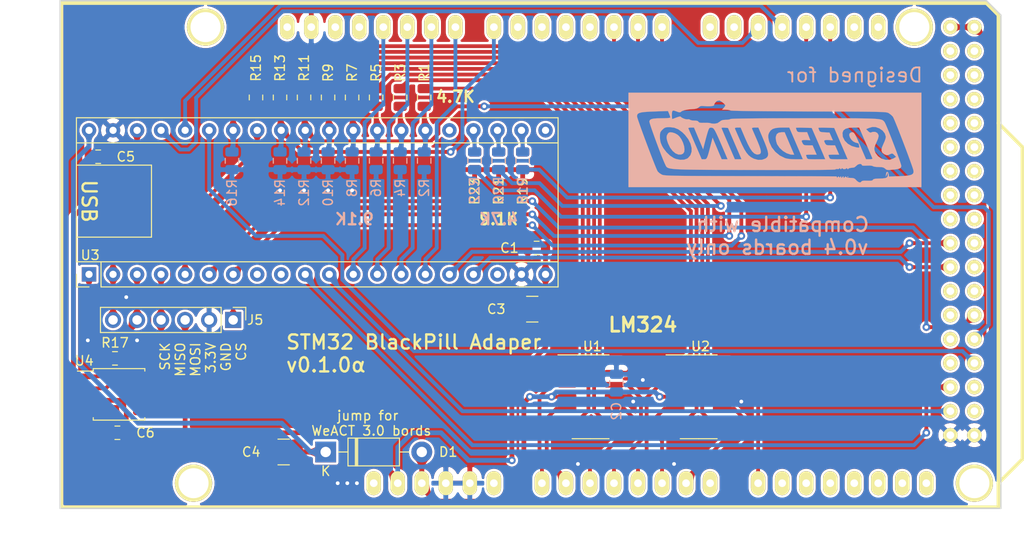
<source format=kicad_pcb>
(kicad_pcb (version 20171130) (host pcbnew "(5.1.6)-1")
  (layers (0 F.Cu signal) (31 B.Cu signal) (34 B.Paste user) (35 F.Paste user) (36 B.SilkS user) (37 F.SilkS user) (38 B.Mask user) (39 F.Mask user) (44 Edge.Cuts user))
  (net 0 "")
  (net 1 GND)
  (net 2 3V3)
  (net 3 5V)
  (net 4 PA0)
  (net 5 PA1)
  (net 6 PA2)
  (net 7 PA3)
  (net 8 PA4)
  (net 9 PA5)
  (net 10 PA6)
  (net 11 CS)
  (net 12 pinTrigger)
  (net 13 pinTrigger2)
  (net 14 pinFLEX)
  (net 15 pinIGN4)
  (net 16 pinTachOut)
  (net 17 pinFuelPump)
  (net 18 pinIGN1)
  (net 19 pinIGN2)
  (net 20 pinINJ4)
  (net 21 pinINJ3)
  (net 22 pinINJ2)
  (net 23 pinINJ1)
  (net 24 pinTX)
  (net 25 pinRX)
  (net 26 AD2)
  (net 27 AD1)
  (net 28 AD0)
  (net 29 AD3)
  (net 30 AD4)
  (net 31 AD5)
  (net 32 AD6)
  (net 33 pinStepperStep)
  (net 34 pinStepperDir)
  (net 35 MOSI)
  (net 36 MISO)
  (net 37 SCK)
  (net 38 pinIGN3)
  (net 39 AD8)
  (net 40 5VB)
  (net 41 "Net-(R1-Pad1)")
  (net 42 "Net-(R3-Pad1)")
  (net 43 "Net-(R5-Pad1)")
  (net 44 "Net-(R7-Pad1)")
  (net 45 "Net-(R9-Pad1)")
  (net 46 "Net-(R11-Pad1)")
  (net 47 "Net-(R13-Pad1)")
  (net 48 "Net-(R15-Pad1)")
  (net 49 PA7)
  (net 50 PB0)
  (net 51 "Net-(R18-Pad1)")
  (net 52 "Net-(R20-Pad1)")
  (net 53 "Net-(R22-Pad1)")
  (net 54 pin53)
  (net 55 pinLaunch)
  (net 56 Pin48)
  (net 57 Pin46)
  (net 58 Pin44)
  (net 59 Pin43)
  (net 60 Pin42)
  (net 61 Pin41)
  (net 62 Pin39)
  (net 63 pin37)
  (net 64 pin36)
  (net 65 pin35)
  (net 66 pinIGN5)
  (net 67 pin33)
  (net 68 pin32)
  (net 69 pin30)
  (net 70 pin31)
  (net 71 pin29)
  (net 72 pin28)
  (net 73 pin27)
  (net 74 pin26)
  (net 75 pin25)
  (net 76 pinStepperEnable)
  (net 77 pin23)
  (net 78 pin22)
  (net 79 AREF)
  (net 80 STATUS)
  (net 81 pinINJ5)
  (net 82 pinVVT_1)
  (net 83 pin3)
  (net 84 "Net-(SHIELD1-PadRST)")
  (net 85 V_IN)
  (net 86 AD11)
  (net 87 AD10)
  (net 88 AD9)
  (net 89 AD7)
  (net 90 AD12)
  (net 91 AD13)
  (net 92 AD14)
  (net 93 AD15)
  (net 94 pin21)
  (net 95 pin20)
  (net 96 pin15)
  (net 97 pin14)
  (net 98 "Net-(U3-Pad25)")
  (net 99 VBAT)
  (net 100 "Net-(U3-Pad18)")
  (net 101 PA12)
  (net 102 PA11)
  (net 103 PB10)
  (net 104 PB2)
  (module "BlackPill Adaptor:Speeduino logo_sml" (layer B.Cu) (at 177.292 89.408 180)
    (fp_text reference G*** hide)
    (fp_text value LOGO hide)
  )
  (module Package_SO:SOIC-8_5.23x5.23mm_P1.27mm (layer F.Cu) (at 107.95 116.332)
    (fp_text reference U4 (at -3.683 -3.556) (layer F.SilkS))
    (fp_text value MB85RS64)
    (pad 8 smd roundrect (at 3.6 -1.905) (size 1.6 0.6) (layers F.Cu F.Paste F.Mask) (net 2 3V3))
    (pad 7 smd roundrect (at 3.6 -0.635) (size 1.6 0.6) (layers F.Cu F.Paste F.Mask) (net 2 3V3))
    (pad 6 smd roundrect (at 3.6 0.635) (size 1.6 0.6) (layers F.Cu F.Paste F.Mask) (net 37 SCK))
    (pad 5 smd roundrect (at 3.6 1.905) (size 1.6 0.6) (layers F.Cu F.Paste F.Mask) (net 35 MOSI))
    (pad 4 smd roundrect (at -3.6 1.905) (size 1.6 0.6) (layers F.Cu F.Paste F.Mask) (net 1 GND))
    (pad 3 smd roundrect (at -3.6 0.635) (size 1.6 0.6) (layers F.Cu F.Paste F.Mask) (net 2 3V3))
    (pad 2 smd roundrect (at -3.6 -0.635) (size 1.6 0.6) (layers F.Cu F.Paste F.Mask) (net 36 MISO))
    (pad 1 smd roundrect (at -3.6 -1.905) (size 1.6 0.6) (layers F.Cu F.Paste F.Mask) (net 11 CS))
  )
  (module Package_SO:SOIC-14_3.9x8.7mm_P1.27mm (layer F.Cu) (at 169.229 116.586)
    (fp_text reference U2 (at 0.189 -5.334 180) (layer F.SilkS))
    (fp_text value LM324A)
    (pad 14 smd roundrect (at 2.475 -3.81) (size 1.95 0.6) (layers F.Cu F.Paste F.Mask) (net 48 "Net-(R15-Pad1)"))
    (pad 13 smd roundrect (at 2.475 -2.54) (size 1.95 0.6) (layers F.Cu F.Paste F.Mask) (net 48 "Net-(R15-Pad1)"))
    (pad 12 smd roundrect (at 2.475 -1.27) (size 1.95 0.6) (layers F.Cu F.Paste F.Mask) (net 39 AD8))
    (pad 11 smd roundrect (at 2.475 0) (size 1.95 0.6) (layers F.Cu F.Paste F.Mask) (net 1 GND))
    (pad 10 smd roundrect (at 2.475 1.27) (size 1.95 0.6) (layers F.Cu F.Paste F.Mask) (net 32 AD6))
    (pad 9 smd roundrect (at 2.475 2.54) (size 1.95 0.6) (layers F.Cu F.Paste F.Mask) (net 47 "Net-(R13-Pad1)"))
    (pad 8 smd roundrect (at 2.475 3.81) (size 1.95 0.6) (layers F.Cu F.Paste F.Mask) (net 47 "Net-(R13-Pad1)"))
    (pad 7 smd roundrect (at -2.475 3.81) (size 1.95 0.6) (layers F.Cu F.Paste F.Mask) (net 46 "Net-(R11-Pad1)"))
    (pad 6 smd roundrect (at -2.475 2.54) (size 1.95 0.6) (layers F.Cu F.Paste F.Mask) (net 46 "Net-(R11-Pad1)"))
    (pad 5 smd roundrect (at -2.475 1.27) (size 1.95 0.6) (layers F.Cu F.Paste F.Mask) (net 31 AD5))
    (pad 4 smd roundrect (at -2.475 0) (size 1.95 0.6) (layers F.Cu F.Paste F.Mask) (net 40 5VB))
    (pad 3 smd roundrect (at -2.475 -1.27) (size 1.95 0.6) (layers F.Cu F.Paste F.Mask) (net 30 AD4))
    (pad 2 smd roundrect (at -2.475 -2.54) (size 1.95 0.6) (layers F.Cu F.Paste F.Mask) (net 45 "Net-(R9-Pad1)"))
    (pad 1 smd roundrect (at -2.475 -3.81) (size 1.95 0.6) (layers F.Cu F.Paste F.Mask) (net 45 "Net-(R9-Pad1)"))
  )
  (module Resistor_SMD:R_0805_2012Metric (layer B.Cu) (at 119.888 91.6155 270)
    (fp_text reference R16 (at 3.3805 0 270) (layer B.SilkS) (effects (justify mirror)))
    (fp_text value 9.1K)
    (pad 2 smd roundrect (at 0.9375 0 270) (size 0.975 1.4) (layers B.Cu B.Paste B.Mask) (net 1 GND))
    (pad 1 smd roundrect (at -0.9375 0 270) (size 0.975 1.4) (layers B.Cu B.Paste B.Mask) (net 50 PB0))
  )
  (module Resistor_SMD:R_0805_2012Metric (layer F.Cu) (at 122.428 84.9145 270)
    (fp_text reference R15 (at -3.1265 0 90) (layer F.SilkS))
    (fp_text value 4.7K)
    (pad 2 smd roundrect (at 0.9375 0 270) (size 0.975 1.4) (layers F.Cu F.Paste F.Mask) (net 50 PB0))
    (pad 1 smd roundrect (at -0.9375 0 270) (size 0.975 1.4) (layers F.Cu F.Paste F.Mask) (net 48 "Net-(R15-Pad1)"))
  )
  (module Resistor_SMD:R_0805_2012Metric (layer B.Cu) (at 124.968 91.6155 270)
    (fp_text reference R14 (at 3.3805 0 270) (layer B.SilkS) (effects (justify mirror)))
    (fp_text value 9.1K)
    (pad 2 smd roundrect (at 0.9375 0 270) (size 0.975 1.4) (layers B.Cu B.Paste B.Mask) (net 1 GND))
    (pad 1 smd roundrect (at -0.9375 0 270) (size 0.975 1.4) (layers B.Cu B.Paste B.Mask) (net 10 PA6))
  )
  (module Resistor_SMD:R_0805_2012Metric (layer F.Cu) (at 124.968 84.9145 270)
    (fp_text reference R13 (at -3.1265 0 90) (layer F.SilkS))
    (fp_text value 4.7K)
    (pad 2 smd roundrect (at 0.9375 0 270) (size 0.975 1.4) (layers F.Cu F.Paste F.Mask) (net 10 PA6))
    (pad 1 smd roundrect (at -0.9375 0 270) (size 0.975 1.4) (layers F.Cu F.Paste F.Mask) (net 47 "Net-(R13-Pad1)"))
  )
  (module Resistor_SMD:R_0805_2012Metric (layer B.Cu) (at 127.508 91.6155 270)
    (fp_text reference R12 (at 3.3805 0 270) (layer B.SilkS) (effects (justify mirror)))
    (fp_text value 9.1K)
    (pad 2 smd roundrect (at 0.9375 0 270) (size 0.975 1.4) (layers B.Cu B.Paste B.Mask) (net 1 GND))
    (pad 1 smd roundrect (at -0.9375 0 270) (size 0.975 1.4) (layers B.Cu B.Paste B.Mask) (net 9 PA5))
  )
  (module Resistor_SMD:R_0805_2012Metric (layer F.Cu) (at 127.508 84.9145 270)
    (fp_text reference R11 (at -3.1265 0 90) (layer F.SilkS))
    (fp_text value 4.7K)
    (pad 2 smd roundrect (at 0.9375 0 270) (size 0.975 1.4) (layers F.Cu F.Paste F.Mask) (net 9 PA5))
    (pad 1 smd roundrect (at -0.9375 0 270) (size 0.975 1.4) (layers F.Cu F.Paste F.Mask) (net 46 "Net-(R11-Pad1)"))
  )
  (module Resistor_SMD:R_0805_2012Metric (layer B.Cu) (at 130.048 91.6155 270)
    (fp_text reference R10 (at 3.3805 0 270) (layer B.SilkS) (effects (justify mirror)))
    (fp_text value 9.1K)
    (pad 2 smd roundrect (at 0.9375 0 270) (size 0.975 1.4) (layers B.Cu B.Paste B.Mask) (net 1 GND))
    (pad 1 smd roundrect (at -0.9375 0 270) (size 0.975 1.4) (layers B.Cu B.Paste B.Mask) (net 8 PA4))
  )
  (module Resistor_SMD:R_0805_2012Metric (layer F.Cu) (at 130.048 84.9145 270)
    (fp_text reference R9 (at -2.6185 0 90) (layer F.SilkS))
    (fp_text value 4.7K)
    (pad 2 smd roundrect (at 0.9375 0 270) (size 0.975 1.4) (layers F.Cu F.Paste F.Mask) (net 8 PA4))
    (pad 1 smd roundrect (at -0.9375 0 270) (size 0.975 1.4) (layers F.Cu F.Paste F.Mask) (net 45 "Net-(R9-Pad1)"))
  )
  (module Resistor_SMD:R_0805_2012Metric (layer B.Cu) (at 132.588 91.6155 270)
    (fp_text reference R8 (at 2.8725 0 270) (layer B.SilkS) (effects (justify mirror)))
    (fp_text value 9.1K)
    (pad 2 smd roundrect (at 0.9375 0 270) (size 0.975 1.4) (layers B.Cu B.Paste B.Mask) (net 1 GND))
    (pad 1 smd roundrect (at -0.9375 0 270) (size 0.975 1.4) (layers B.Cu B.Paste B.Mask) (net 7 PA3))
  )
  (module Resistor_SMD:R_0805_2012Metric (layer F.Cu) (at 132.588 84.9145 270)
    (fp_text reference R7 (at -2.6185 0 90) (layer F.SilkS))
    (fp_text value 4.7K)
    (pad 2 smd roundrect (at 0.9375 0 270) (size 0.975 1.4) (layers F.Cu F.Paste F.Mask) (net 7 PA3))
    (pad 1 smd roundrect (at -0.9375 0 270) (size 0.975 1.4) (layers F.Cu F.Paste F.Mask) (net 44 "Net-(R7-Pad1)"))
  )
  (module Resistor_SMD:R_0805_2012Metric (layer B.Cu) (at 135.128 91.6155 270)
    (fp_text reference R6 (at 2.8725 0 270) (layer B.SilkS) (effects (justify mirror)))
    (fp_text value 9.1K)
    (pad 2 smd roundrect (at 0.9375 0 270) (size 0.975 1.4) (layers B.Cu B.Paste B.Mask) (net 1 GND))
    (pad 1 smd roundrect (at -0.9375 0 270) (size 0.975 1.4) (layers B.Cu B.Paste B.Mask) (net 6 PA2))
  )
  (module Resistor_SMD:R_0805_2012Metric (layer F.Cu) (at 135.128 84.9145 270)
    (fp_text reference R5 (at -2.6185 0 90) (layer F.SilkS))
    (fp_text value 4.7K)
    (pad 2 smd roundrect (at 0.9375 0 270) (size 0.975 1.4) (layers F.Cu F.Paste F.Mask) (net 6 PA2))
    (pad 1 smd roundrect (at -0.9375 0 270) (size 0.975 1.4) (layers F.Cu F.Paste F.Mask) (net 43 "Net-(R5-Pad1)"))
  )
  (module Resistor_SMD:R_0805_2012Metric (layer B.Cu) (at 137.668 91.6155 270)
    (fp_text reference R4 (at 2.8725 0 90) (layer B.SilkS) (effects (justify mirror)))
    (fp_text value 9.1K)
    (pad 2 smd roundrect (at 0.9375 0 270) (size 0.975 1.4) (layers B.Cu B.Paste B.Mask) (net 1 GND))
    (pad 1 smd roundrect (at -0.9375 0 270) (size 0.975 1.4) (layers B.Cu B.Paste B.Mask) (net 5 PA1))
  )
  (module Resistor_SMD:R_0805_2012Metric (layer F.Cu) (at 137.668 84.9145 270)
    (fp_text reference R3 (at -2.6185 0 90) (layer F.SilkS))
    (fp_text value 4.7K)
    (pad 2 smd roundrect (at 0.9375 0 270) (size 0.975 1.4) (layers F.Cu F.Paste F.Mask) (net 5 PA1))
    (pad 1 smd roundrect (at -0.9375 0 270) (size 0.975 1.4) (layers F.Cu F.Paste F.Mask) (net 42 "Net-(R3-Pad1)"))
  )
  (module Module:Maple_Mini (layer F.Cu) (at 104.775 103.632 90)
    (fp_text reference U3 (at 2.032 0.127 180) (layer F.SilkS))
    (fp_text value BlackPill)
    (pad 40 thru_hole circle (at 15.24 0 90) (size 1.524 1.524) (drill 0.762) (layers *.Cu *.Mask) (net 3 5V))
    (pad 39 thru_hole circle (at 15.24 2.54 90) (size 1.524 1.524) (drill 0.762) (layers *.Cu *.Mask) (net 1 GND))
    (pad 38 thru_hole circle (at 15.24 5.08 90) (size 1.524 1.524) (drill 0.762) (layers *.Cu *.Mask) (net 2 3V3))
    (pad 37 thru_hole circle (at 15.24 7.62 90) (size 1.524 1.524) (drill 0.762) (layers *.Cu *.Mask) (net 34 pinStepperDir))
    (pad 36 thru_hole circle (at 15.24 10.16 90) (size 1.524 1.524) (drill 0.762) (layers *.Cu *.Mask) (net 33 pinStepperStep))
    (pad 35 thru_hole circle (at 15.24 12.7 90) (size 1.524 1.524) (drill 0.762) (layers *.Cu *.Mask) (net 16 pinTachOut))
    (pad 34 thru_hole circle (at 15.24 15.24 90) (size 1.524 1.524) (drill 0.762) (layers *.Cu *.Mask) (net 50 PB0))
    (pad 33 thru_hole circle (at 15.24 17.78 90) (size 1.524 1.524) (drill 0.762) (layers *.Cu *.Mask) (net 49 PA7))
    (pad 32 thru_hole circle (at 15.24 20.32 90) (size 1.524 1.524) (drill 0.762) (layers *.Cu *.Mask) (net 10 PA6))
    (pad 31 thru_hole circle (at 15.24 22.86 90) (size 1.524 1.524) (drill 0.762) (layers *.Cu *.Mask) (net 9 PA5))
    (pad 30 thru_hole circle (at 15.24 25.4 90) (size 1.524 1.524) (drill 0.762) (layers *.Cu *.Mask) (net 8 PA4))
    (pad 29 thru_hole circle (at 15.24 27.94 90) (size 1.524 1.524) (drill 0.762) (layers *.Cu *.Mask) (net 7 PA3))
    (pad 28 thru_hole circle (at 15.24 30.48 90) (size 1.524 1.524) (drill 0.762) (layers *.Cu *.Mask) (net 6 PA2))
    (pad 27 thru_hole circle (at 15.24 33.02 90) (size 1.524 1.524) (drill 0.762) (layers *.Cu *.Mask) (net 5 PA1))
    (pad 26 thru_hole circle (at 15.24 35.56 90) (size 1.524 1.524) (drill 0.762) (layers *.Cu *.Mask) (net 4 PA0))
    (pad 25 thru_hole circle (at 15.24 38.1 90) (size 1.524 1.524) (drill 0.762) (layers *.Cu *.Mask) (net 98 "Net-(U3-Pad25)"))
    (pad 24 thru_hole circle (at 15.24 40.64 90) (size 1.524 1.524) (drill 0.762) (layers *.Cu *.Mask) (net 53 "Net-(R22-Pad1)"))
    (pad 23 thru_hole circle (at 15.24 43.18 90) (size 1.524 1.524) (drill 0.762) (layers *.Cu *.Mask) (net 52 "Net-(R20-Pad1)"))
    (pad 22 thru_hole circle (at 15.24 45.72 90) (size 1.524 1.524) (drill 0.762) (layers *.Cu *.Mask) (net 51 "Net-(R18-Pad1)"))
    (pad 21 thru_hole circle (at 15.24 48.26 90) (size 1.524 1.524) (drill 0.762) (layers *.Cu *.Mask) (net 99 VBAT))
    (pad 20 thru_hole circle (at 0 48.26 90) (size 1.524 1.524) (drill 0.762) (layers *.Cu *.Mask) (net 2 3V3))
    (pad 19 thru_hole circle (at 0 45.72 90) (size 1.524 1.524) (drill 0.762) (layers *.Cu *.Mask) (net 1 GND))
    (pad 18 thru_hole circle (at 0 43.18 90) (size 1.524 1.524) (drill 0.762) (layers *.Cu *.Mask) (net 100 "Net-(U3-Pad18)"))
    (pad 17 thru_hole circle (at 0 40.64 90) (size 1.524 1.524) (drill 0.762) (layers *.Cu *.Mask) (net 18 pinIGN1))
    (pad 16 thru_hole circle (at 0 38.1 90) (size 1.524 1.524) (drill 0.762) (layers *.Cu *.Mask) (net 19 pinIGN2))
    (pad 15 thru_hole circle (at 0 35.56 90) (size 1.524 1.524) (drill 0.762) (layers *.Cu *.Mask) (net 23 pinINJ1))
    (pad 14 thru_hole circle (at 0 33.02 90) (size 1.524 1.524) (drill 0.762) (layers *.Cu *.Mask) (net 22 pinINJ2))
    (pad 13 thru_hole circle (at 0 30.48 90) (size 1.524 1.524) (drill 0.762) (layers *.Cu *.Mask) (net 21 pinINJ3))
    (pad 12 thru_hole circle (at 0 27.94 90) (size 1.524 1.524) (drill 0.762) (layers *.Cu *.Mask) (net 20 pinINJ4))
    (pad 11 thru_hole circle (at 0 25.4 90) (size 1.524 1.524) (drill 0.762) (layers *.Cu *.Mask) (net 38 pinIGN3))
    (pad 10 thru_hole circle (at 0 22.86 90) (size 1.524 1.524) (drill 0.762) (layers *.Cu *.Mask) (net 15 pinIGN4))
    (pad 9 thru_hole circle (at 0 20.32 90) (size 1.524 1.524) (drill 0.762) (layers *.Cu *.Mask) (net 101 PA12))
    (pad 8 thru_hole circle (at 0 17.78 90) (size 1.524 1.524) (drill 0.762) (layers *.Cu *.Mask) (net 102 PA11))
    (pad 7 thru_hole circle (at 0 15.24 90) (size 1.524 1.524) (drill 0.762) (layers *.Cu *.Mask) (net 25 pinRX))
    (pad 6 thru_hole circle (at 0 12.7 90) (size 1.524 1.524) (drill 0.762) (layers *.Cu *.Mask) (net 24 pinTX))
    (pad 5 thru_hole circle (at 0 10.16 90) (size 1.524 1.524) (drill 0.762) (layers *.Cu *.Mask) (net 17 pinFuelPump))
    (pad 4 thru_hole circle (at 0 7.62 90) (size 1.524 1.524) (drill 0.762) (layers *.Cu *.Mask) (net 35 MOSI))
    (pad 3 thru_hole circle (at 0 5.08 90) (size 1.524 1.524) (drill 0.762) (layers *.Cu *.Mask) (net 36 MISO))
    (pad 2 thru_hole circle (at 0 2.54 90) (size 1.524 1.524) (drill 0.762) (layers *.Cu *.Mask) (net 37 SCK))
    (pad 1 thru_hole rect (at 0 0 90) (size 1.524 1.524) (drill 0.762) (layers *.Cu *.Mask) (net 11 CS))
  )
  (module Diode_THT:D_DO-41_SOD81_P10.16mm_Horizontal (layer F.Cu) (at 129.794 122.428)
    (fp_text reference D1 (at 12.954 0) (layer F.SilkS))
    (fp_text value 1N5819)
    (fp_text user K (at 0 2.032) (layer F.SilkS))
    (pad 2 thru_hole oval (at 10.16 0) (size 2.2 2.2) (drill 1.1) (layers *.Cu *.Mask) (net 40 5VB))
    (pad 1 thru_hole rect (at 0 0) (size 2.2 2.2) (drill 1.1) (layers *.Cu *.Mask) (net 3 5V))
  )
  (module Capacitor_SMD:C_0805_2012Metric (layer F.Cu) (at 107.7745 120.396 180)
    (fp_text reference C6 (at -2.9695 0) (layer F.SilkS))
    (fp_text value .1uF)
    (pad 2 smd roundrect (at 0.9375 0 180) (size 0.975 1.4) (layers F.Cu F.Paste F.Mask) (net 1 GND))
    (pad 1 smd roundrect (at -0.9375 0 180) (size 0.975 1.4) (layers F.Cu F.Paste F.Mask) (net 2 3V3))
  )
  (module Connector_PinHeader_2.54mm:PinHeader_1x06_P2.54mm_Vertical (layer F.Cu) (at 120.015 108.458 270)
    (fp_text reference J5 (at 0 -2.33 180) (layer F.SilkS))
    (fp_text value Conn_01x06_Female)
    (pad 6 thru_hole oval (at 0 12.7 270) (size 1.7 1.7) (drill 1) (layers *.Cu *.Mask) (net 37 SCK))
    (pad 5 thru_hole oval (at 0 10.16 270) (size 1.7 1.7) (drill 1) (layers *.Cu *.Mask) (net 36 MISO))
    (pad 4 thru_hole oval (at 0 7.62 270) (size 1.7 1.7) (drill 1) (layers *.Cu *.Mask) (net 35 MOSI))
    (pad 3 thru_hole oval (at 0 5.08 270) (size 1.7 1.7) (drill 1) (layers *.Cu *.Mask) (net 2 3V3))
    (pad 2 thru_hole oval (at 0 2.54 270) (size 1.7 1.7) (drill 1) (layers *.Cu *.Mask) (net 1 GND))
    (pad 1 thru_hole rect (at 0 0 270) (size 1.7 1.7) (drill 1) (layers *.Cu *.Mask) (net 49 PA7))
  )
  (module Capacitor_SMD:C_0805_2012Metric (layer F.Cu) (at 105.7425 91.186)
    (fp_text reference C5 (at 2.921 0) (layer F.SilkS))
    (fp_text value .1uF)
    (pad 2 smd roundrect (at 0.9375 0) (size 0.975 1.4) (layers F.Cu F.Paste F.Mask) (net 1 GND))
    (pad 1 smd roundrect (at -0.9375 0) (size 0.975 1.4) (layers F.Cu F.Paste F.Mask) (net 3 5V))
  )
  (module Resistor_SMD:R_0805_2012Metric (layer F.Cu) (at 148.082 91.6155 270)
    (fp_text reference R21 (at 3.2235 0 90) (layer F.SilkS))
    (fp_text value 15K)
    (pad 2 smd roundrect (at 0.9375 0 270) (size 0.975 1.4) (layers F.Cu F.Paste F.Mask) (net 1 GND))
    (pad 1 smd roundrect (at -0.9375 0 270) (size 0.975 1.4) (layers F.Cu F.Paste F.Mask) (net 52 "Net-(R20-Pad1)"))
  )
  (module Resistor_SMD:R_0805_2012Metric (layer B.Cu) (at 148.082 91.6155 270)
    (fp_text reference R20 (at 3.1265 0 90) (layer B.SilkS) (effects (justify mirror)))
    (fp_text value 10K)
    (pad 2 smd roundrect (at 0.9375 0 270) (size 0.975 1.4) (layers B.Cu B.Paste B.Mask) (net 14 pinFLEX))
    (pad 1 smd roundrect (at -0.9375 0 270) (size 0.975 1.4) (layers B.Cu B.Paste B.Mask) (net 52 "Net-(R20-Pad1)"))
  )
  (module Resistor_SMD:R_0805_2012Metric (layer F.Cu) (at 145.542 91.6155 270)
    (fp_text reference R23 (at 3.2235 0 90) (layer F.SilkS))
    (fp_text value 15K)
    (pad 2 smd roundrect (at 0.9375 0 270) (size 0.975 1.4) (layers F.Cu F.Paste F.Mask) (net 1 GND))
    (pad 1 smd roundrect (at -0.9375 0 270) (size 0.975 1.4) (layers F.Cu F.Paste F.Mask) (net 53 "Net-(R22-Pad1)"))
  )
  (module Resistor_SMD:R_0805_2012Metric (layer B.Cu) (at 145.542 91.6155 270)
    (fp_text reference R22 (at 3.1265 0 90) (layer B.SilkS) (effects (justify mirror)))
    (fp_text value 10K)
    (pad 2 smd roundrect (at 0.9375 0 270) (size 0.975 1.4) (layers B.Cu B.Paste B.Mask) (net 13 pinTrigger2))
    (pad 1 smd roundrect (at -0.9375 0 270) (size 0.975 1.4) (layers B.Cu B.Paste B.Mask) (net 53 "Net-(R22-Pad1)"))
  )
  (module Resistor_SMD:R_0805_2012Metric (layer F.Cu) (at 150.622 91.6155 270)
    (fp_text reference R19 (at 3.2235 0 90) (layer F.SilkS))
    (fp_text value 15K)
    (pad 2 smd roundrect (at 0.9375 0 270) (size 0.975 1.4) (layers F.Cu F.Paste F.Mask) (net 1 GND))
    (pad 1 smd roundrect (at -0.9375 0 270) (size 0.975 1.4) (layers F.Cu F.Paste F.Mask) (net 51 "Net-(R18-Pad1)"))
  )
  (module Resistor_SMD:R_0805_2012Metric (layer B.Cu) (at 150.622 91.6155 270)
    (fp_text reference R18 (at 3.1265 0 90) (layer B.SilkS) (effects (justify mirror)))
    (fp_text value 10K)
    (pad 2 smd roundrect (at 0.9375 0 270) (size 0.975 1.4) (layers B.Cu B.Paste B.Mask) (net 12 pinTrigger))
    (pad 1 smd roundrect (at -0.9375 0 270) (size 0.975 1.4) (layers B.Cu B.Paste B.Mask) (net 51 "Net-(R18-Pad1)"))
  )
  (module Package_SO:SOIC-14_3.9x8.7mm_P1.27mm (layer F.Cu) (at 157.799 116.586)
    (fp_text reference U1 (at 0.189 -5.334 180) (layer F.SilkS))
    (fp_text value LM324A)
    (pad 14 smd roundrect (at 2.475 -3.81) (size 1.95 0.6) (layers F.Cu F.Paste F.Mask) (net 44 "Net-(R7-Pad1)"))
    (pad 13 smd roundrect (at 2.475 -2.54) (size 1.95 0.6) (layers F.Cu F.Paste F.Mask) (net 44 "Net-(R7-Pad1)"))
    (pad 12 smd roundrect (at 2.475 -1.27) (size 1.95 0.6) (layers F.Cu F.Paste F.Mask) (net 29 AD3))
    (pad 11 smd roundrect (at 2.475 0) (size 1.95 0.6) (layers F.Cu F.Paste F.Mask) (net 1 GND))
    (pad 10 smd roundrect (at 2.475 1.27) (size 1.95 0.6) (layers F.Cu F.Paste F.Mask) (net 26 AD2))
    (pad 9 smd roundrect (at 2.475 2.54) (size 1.95 0.6) (layers F.Cu F.Paste F.Mask) (net 43 "Net-(R5-Pad1)"))
    (pad 8 smd roundrect (at 2.475 3.81) (size 1.95 0.6) (layers F.Cu F.Paste F.Mask) (net 43 "Net-(R5-Pad1)"))
    (pad 7 smd roundrect (at -2.475 3.81) (size 1.95 0.6) (layers F.Cu F.Paste F.Mask) (net 42 "Net-(R3-Pad1)"))
    (pad 6 smd roundrect (at -2.475 2.54) (size 1.95 0.6) (layers F.Cu F.Paste F.Mask) (net 42 "Net-(R3-Pad1)"))
    (pad 5 smd roundrect (at -2.475 1.27) (size 1.95 0.6) (layers F.Cu F.Paste F.Mask) (net 27 AD1))
    (pad 4 smd roundrect (at -2.475 0) (size 1.95 0.6) (layers F.Cu F.Paste F.Mask) (net 40 5VB))
    (pad 3 smd roundrect (at -2.475 -1.27) (size 1.95 0.6) (layers F.Cu F.Paste F.Mask) (net 28 AD0))
    (pad 2 smd roundrect (at -2.475 -2.54) (size 1.95 0.6) (layers F.Cu F.Paste F.Mask) (net 41 "Net-(R1-Pad1)"))
    (pad 1 smd roundrect (at -2.475 -3.81) (size 1.95 0.6) (layers F.Cu F.Paste F.Mask) (net 41 "Net-(R1-Pad1)"))
  )
  (module "arduino_shields:ARDUINO MEGA SHIELD" (layer F.Cu) (at 101.854 128.27)
    (fp_text reference SHIELD1 hide)
    (fp_text value ARDUINO_MEGA_SHIELD hide)
    (pad GND5 thru_hole circle (at 96.52 -7.62) (size 1.524 1.524) (drill 0.8128) (layers *.Cu *.Mask F.SilkS) (net 1 GND))
    (pad GND4 thru_hole circle (at 93.98 -7.62) (size 1.524 1.524) (drill 0.8128) (layers *.Cu *.Mask F.SilkS) (net 1 GND))
    (pad 53 thru_hole circle (at 96.52 -10.16) (size 1.524 1.524) (drill 0.8128) (layers *.Cu *.Mask F.SilkS) (net 54 pin53))
    (pad 52 thru_hole circle (at 93.98 -10.16) (size 1.524 1.524) (drill 0.8128) (layers *.Cu *.Mask F.SilkS) (net 38 pinIGN3))
    (pad 51 thru_hole circle (at 96.52 -12.7) (size 1.524 1.524) (drill 0.8128) (layers *.Cu *.Mask F.SilkS) (net 55 pinLaunch))
    (pad 50 thru_hole circle (at 93.98 -12.7) (size 1.524 1.524) (drill 0.8128) (layers *.Cu *.Mask F.SilkS) (net 15 pinIGN4))
    (pad 49 thru_hole circle (at 96.52 -15.24) (size 1.524 1.524) (drill 0.8128) (layers *.Cu *.Mask F.SilkS) (net 16 pinTachOut))
    (pad 48 thru_hole circle (at 93.98 -15.24) (size 1.524 1.524) (drill 0.8128) (layers *.Cu *.Mask F.SilkS) (net 56 Pin48))
    (pad 47 thru_hole circle (at 96.52 -17.78) (size 1.524 1.524) (drill 0.8128) (layers *.Cu *.Mask F.SilkS) (net 9 PA5))
    (pad 46 thru_hole circle (at 93.98 -17.78) (size 1.524 1.524) (drill 0.8128) (layers *.Cu *.Mask F.SilkS) (net 57 Pin46))
    (pad 45 thru_hole circle (at 96.52 -20.32) (size 1.524 1.524) (drill 0.8128) (layers *.Cu *.Mask F.SilkS) (net 17 pinFuelPump))
    (pad 44 thru_hole circle (at 93.98 -20.32) (size 1.524 1.524) (drill 0.8128) (layers *.Cu *.Mask F.SilkS) (net 58 Pin44))
    (pad 43 thru_hole circle (at 96.52 -22.86) (size 1.524 1.524) (drill 0.8128) (layers *.Cu *.Mask F.SilkS) (net 59 Pin43))
    (pad 42 thru_hole circle (at 93.98 -22.86) (size 1.524 1.524) (drill 0.8128) (layers *.Cu *.Mask F.SilkS) (net 60 Pin42))
    (pad 41 thru_hole circle (at 96.52 -25.4) (size 1.524 1.524) (drill 0.8128) (layers *.Cu *.Mask F.SilkS) (net 61 Pin41))
    (pad 40 thru_hole circle (at 93.98 -25.4) (size 1.524 1.524) (drill 0.8128) (layers *.Cu *.Mask F.SilkS) (net 18 pinIGN1))
    (pad 39 thru_hole circle (at 96.52 -27.94) (size 1.524 1.524) (drill 0.8128) (layers *.Cu *.Mask F.SilkS) (net 62 Pin39))
    (pad 38 thru_hole circle (at 93.98 -27.94) (size 1.524 1.524) (drill 0.8128) (layers *.Cu *.Mask F.SilkS) (net 19 pinIGN2))
    (pad 37 thru_hole circle (at 96.52 -30.48) (size 1.524 1.524) (drill 0.8128) (layers *.Cu *.Mask F.SilkS) (net 63 pin37))
    (pad 36 thru_hole circle (at 93.98 -30.48) (size 1.524 1.524) (drill 0.8128) (layers *.Cu *.Mask F.SilkS) (net 64 pin36))
    (pad 35 thru_hole circle (at 96.52 -33.02) (size 1.524 1.524) (drill 0.8128) (layers *.Cu *.Mask F.SilkS) (net 65 pin35))
    (pad 34 thru_hole circle (at 93.98 -33.02) (size 1.524 1.524) (drill 0.8128) (layers *.Cu *.Mask F.SilkS) (net 66 pinIGN5))
    (pad 33 thru_hole circle (at 96.52 -35.56) (size 1.524 1.524) (drill 0.8128) (layers *.Cu *.Mask F.SilkS) (net 67 pin33))
    (pad 32 thru_hole circle (at 93.98 -35.56) (size 1.524 1.524) (drill 0.8128) (layers *.Cu *.Mask F.SilkS) (net 68 pin32))
    (pad 30 thru_hole circle (at 93.98 -38.1) (size 1.524 1.524) (drill 0.8128) (layers *.Cu *.Mask F.SilkS) (net 69 pin30))
    (pad 31 thru_hole circle (at 96.52 -38.1) (size 1.524 1.524) (drill 0.8128) (layers *.Cu *.Mask F.SilkS) (net 70 pin31))
    (pad 5V_5 thru_hole circle (at 96.52 -50.8) (size 1.524 1.524) (drill 0.8128) (layers *.Cu *.Mask F.SilkS) (net 40 5VB))
    (pad 5V_4 thru_hole circle (at 93.98 -50.8) (size 1.524 1.524) (drill 0.8128) (layers *.Cu *.Mask F.SilkS) (net 40 5VB))
    (pad 29 thru_hole circle (at 96.52 -40.64) (size 1.524 1.524) (drill 0.8128) (layers *.Cu *.Mask F.SilkS) (net 71 pin29))
    (pad 28 thru_hole circle (at 93.98 -40.64) (size 1.524 1.524) (drill 0.8128) (layers *.Cu *.Mask F.SilkS) (net 72 pin28))
    (pad 27 thru_hole circle (at 96.52 -43.18) (size 1.524 1.524) (drill 0.8128) (layers *.Cu *.Mask F.SilkS) (net 73 pin27))
    (pad 26 thru_hole circle (at 93.98 -43.18) (size 1.524 1.524) (drill 0.8128) (layers *.Cu *.Mask F.SilkS) (net 74 pin26))
    (pad 25 thru_hole circle (at 96.52 -45.72) (size 1.524 1.524) (drill 0.8128) (layers *.Cu *.Mask F.SilkS) (net 75 pin25))
    (pad 24 thru_hole circle (at 93.98 -45.72) (size 1.524 1.524) (drill 0.8128) (layers *.Cu *.Mask F.SilkS) (net 76 pinStepperEnable))
    (pad 23 thru_hole circle (at 96.52 -48.26) (size 1.524 1.524) (drill 0.8128) (layers *.Cu *.Mask F.SilkS) (net 77 pin23))
    (pad 22 thru_hole circle (at 93.98 -48.26) (size 1.524 1.524) (drill 0.8128) (layers *.Cu *.Mask F.SilkS) (net 78 pin22))
    (pad "" thru_hole circle (at 13.97 -2.54 90) (size 3.937 3.937) (drill 3.175) (layers *.Cu *.Mask F.SilkS))
    (pad "" thru_hole circle (at 15.24 -50.8 90) (size 3.937 3.937) (drill 3.175) (layers *.Cu *.Mask F.SilkS))
    (pad "" thru_hole circle (at 90.17 -50.8 90) (size 3.937 3.937) (drill 3.175) (layers *.Cu *.Mask F.SilkS))
    (pad "" thru_hole circle (at 96.52 -2.54 90) (size 3.937 3.937) (drill 3.175) (layers *.Cu *.Mask F.SilkS))
    (pad 5V thru_hole oval (at 38.1 -2.54 90) (size 2.54 1.524) (drill 0.8128) (layers *.Cu *.Mask F.SilkS) (net 40 5VB))
    (pad AREF thru_hole oval (at 23.876 -50.8 90) (size 2.54 1.524) (drill 0.8128) (layers *.Cu *.Mask F.SilkS) (net 79 AREF))
    (pad GND3 thru_hole oval (at 26.416 -50.8 90) (size 2.54 1.524) (drill 0.8128) (layers *.Cu *.Mask F.SilkS) (net 1 GND))
    (pad 13 thru_hole oval (at 28.956 -50.8 90) (size 2.54 1.524) (drill 0.8128) (layers *.Cu *.Mask F.SilkS) (net 80 STATUS))
    (pad 12 thru_hole oval (at 31.496 -50.8 90) (size 2.54 1.524) (drill 0.8128) (layers *.Cu *.Mask F.SilkS) (net 81 pinINJ5))
    (pad 11 thru_hole oval (at 34.036 -50.8 90) (size 2.54 1.524) (drill 0.8128) (layers *.Cu *.Mask F.SilkS) (net 20 pinINJ4))
    (pad 10 thru_hole oval (at 36.576 -50.8 90) (size 2.54 1.524) (drill 0.8128) (layers *.Cu *.Mask F.SilkS) (net 21 pinINJ3))
    (pad 9 thru_hole oval (at 39.116 -50.8 90) (size 2.54 1.524) (drill 0.8128) (layers *.Cu *.Mask F.SilkS) (net 22 pinINJ2))
    (pad 8 thru_hole oval (at 41.656 -50.8 90) (size 2.54 1.524) (drill 0.8128) (layers *.Cu *.Mask F.SilkS) (net 23 pinINJ1))
    (pad 7 thru_hole oval (at 45.72 -50.8 90) (size 2.54 1.524) (drill 0.8128) (layers *.Cu *.Mask F.SilkS) (net 10 PA6))
    (pad 6 thru_hole oval (at 48.26 -50.8 90) (size 2.54 1.524) (drill 0.8128) (layers *.Cu *.Mask F.SilkS) (net 103 PB10))
    (pad 5 thru_hole oval (at 50.8 -50.8 90) (size 2.54 1.524) (drill 0.8128) (layers *.Cu *.Mask F.SilkS) (net 104 PB2))
    (pad 4 thru_hole oval (at 53.34 -50.8 90) (size 2.54 1.524) (drill 0.8128) (layers *.Cu *.Mask F.SilkS) (net 82 pinVVT_1))
    (pad 3 thru_hole oval (at 55.88 -50.8 90) (size 2.54 1.524) (drill 0.8128) (layers *.Cu *.Mask F.SilkS) (net 83 pin3))
    (pad 2 thru_hole oval (at 58.42 -50.8 90) (size 2.54 1.524) (drill 0.8128) (layers *.Cu *.Mask F.SilkS) (net 14 pinFLEX))
    (pad 1 thru_hole oval (at 60.96 -50.8 90) (size 2.54 1.524) (drill 0.8128) (layers *.Cu *.Mask F.SilkS) (net 24 pinTX))
    (pad 0 thru_hole oval (at 63.5 -50.8 90) (size 2.54 1.524) (drill 0.8128) (layers *.Cu *.Mask F.SilkS) (net 25 pinRX))
    (pad RST thru_hole oval (at 33.02 -2.54 90) (size 2.54 1.524) (drill 0.8128) (layers *.Cu *.Mask F.SilkS) (net 84 "Net-(SHIELD1-PadRST)"))
    (pad 3V3 thru_hole oval (at 35.56 -2.54 90) (size 2.54 1.524) (drill 0.8128) (layers *.Cu *.Mask F.SilkS) (net 2 3V3))
    (pad GND1 thru_hole oval (at 40.64 -2.54 90) (size 2.54 1.524) (drill 0.8128) (layers *.Cu *.Mask F.SilkS) (net 1 GND))
    (pad GND2 thru_hole oval (at 43.18 -2.54 90) (size 2.54 1.524) (drill 0.8128) (layers *.Cu *.Mask F.SilkS) (net 1 GND))
    (pad V_IN thru_hole oval (at 45.72 -2.54 90) (size 2.54 1.524) (drill 0.8128) (layers *.Cu *.Mask F.SilkS) (net 85 V_IN))
    (pad AD2 thru_hole oval (at 55.88 -2.54 90) (size 2.54 1.524) (drill 0.8128) (layers *.Cu *.Mask F.SilkS) (net 26 AD2))
    (pad AD1 thru_hole oval (at 53.34 -2.54 90) (size 2.54 1.524) (drill 0.8128) (layers *.Cu *.Mask F.SilkS) (net 27 AD1))
    (pad AD0 thru_hole oval (at 50.8 -2.54 90) (size 2.54 1.524) (drill 0.8128) (layers *.Cu *.Mask F.SilkS) (net 28 AD0))
    (pad AD3 thru_hole oval (at 58.42 -2.54 90) (size 2.54 1.524) (drill 0.8128) (layers *.Cu *.Mask F.SilkS) (net 29 AD3))
    (pad AD4 thru_hole oval (at 60.96 -2.54 90) (size 2.54 1.524) (drill 0.8128) (layers *.Cu *.Mask F.SilkS) (net 30 AD4))
    (pad AD5 thru_hole oval (at 63.5 -2.54 90) (size 2.54 1.524) (drill 0.8128) (layers *.Cu *.Mask F.SilkS) (net 31 AD5))
    (pad AD11 thru_hole oval (at 81.28 -2.54 90) (size 2.54 1.524) (drill 0.8128) (layers *.Cu *.Mask F.SilkS) (net 86 AD11))
    (pad AD10 thru_hole oval (at 78.74 -2.54 90) (size 2.54 1.524) (drill 0.8128) (layers *.Cu *.Mask F.SilkS) (net 87 AD10))
    (pad AD9 thru_hole oval (at 76.2 -2.54 90) (size 2.54 1.524) (drill 0.8128) (layers *.Cu *.Mask F.SilkS) (net 88 AD9))
    (pad AD6 thru_hole oval (at 66.04 -2.54 90) (size 2.54 1.524) (drill 0.8128) (layers *.Cu *.Mask F.SilkS) (net 32 AD6))
    (pad AD7 thru_hole oval (at 68.58 -2.54 90) (size 2.54 1.524) (drill 0.8128) (layers *.Cu *.Mask F.SilkS) (net 89 AD7))
    (pad AD8 thru_hole oval (at 73.66 -2.54 90) (size 2.54 1.524) (drill 0.8128) (layers *.Cu *.Mask F.SilkS) (net 39 AD8))
    (pad AD12 thru_hole oval (at 83.82 -2.54 90) (size 2.54 1.524) (drill 0.8128) (layers *.Cu *.Mask F.SilkS) (net 90 AD12))
    (pad AD13 thru_hole oval (at 86.36 -2.54 90) (size 2.54 1.524) (drill 0.8128) (layers *.Cu *.Mask F.SilkS) (net 91 AD13))
    (pad AD14 thru_hole oval (at 88.9 -2.54 90) (size 2.54 1.524) (drill 0.8128) (layers *.Cu *.Mask F.SilkS) (net 92 AD14))
    (pad AD15 thru_hole oval (at 91.44 -2.54 90) (size 2.54 1.524) (drill 0.8128) (layers *.Cu *.Mask F.SilkS) (net 93 AD15))
    (pad 21 thru_hole oval (at 86.36 -50.8 90) (size 2.54 1.524) (drill 0.8128) (layers *.Cu *.Mask F.SilkS) (net 94 pin21))
    (pad 20 thru_hole oval (at 83.82 -50.8 90) (size 2.54 1.524) (drill 0.8128) (layers *.Cu *.Mask F.SilkS) (net 95 pin20))
    (pad 19 thru_hole oval (at 81.28 -50.8 90) (size 2.54 1.524) (drill 0.8128) (layers *.Cu *.Mask F.SilkS) (net 12 pinTrigger))
    (pad 18 thru_hole oval (at 78.74 -50.8 90) (size 2.54 1.524) (drill 0.8128) (layers *.Cu *.Mask F.SilkS) (net 13 pinTrigger2))
    (pad 17 thru_hole oval (at 76.2 -50.8 90) (size 2.54 1.524) (drill 0.8128) (layers *.Cu *.Mask F.SilkS) (net 33 pinStepperStep))
    (pad 16 thru_hole oval (at 73.66 -50.8 90) (size 2.54 1.524) (drill 0.8128) (layers *.Cu *.Mask F.SilkS) (net 34 pinStepperDir))
    (pad 15 thru_hole oval (at 71.12 -50.8 90) (size 2.54 1.524) (drill 0.8128) (layers *.Cu *.Mask F.SilkS) (net 96 pin15))
    (pad 14 thru_hole oval (at 68.58 -50.8 90) (size 2.54 1.524) (drill 0.8128) (layers *.Cu *.Mask F.SilkS) (net 97 pin14))
  )
  (module Resistor_SMD:R_0805_2012Metric (layer F.Cu) (at 107.5205 112.522)
    (fp_text reference R17 (at 0 -1.65) (layer F.SilkS))
    (fp_text value 10K)
    (pad 2 smd roundrect (at 0.9375 0) (size 0.975 1.4) (layers F.Cu F.Paste F.Mask) (net 2 3V3))
    (pad 1 smd roundrect (at -0.9375 0) (size 0.975 1.4) (layers F.Cu F.Paste F.Mask) (net 11 CS))
  )
  (module Resistor_SMD:R_0805_2012Metric (layer B.Cu) (at 140.208 91.6155 270)
    (fp_text reference R2 (at 2.8725 0 270) (layer B.SilkS) (effects (justify mirror)))
    (fp_text value 9.1K)
    (pad 2 smd roundrect (at 0.9375 0 270) (size 0.975 1.4) (layers B.Cu B.Paste B.Mask) (net 1 GND))
    (pad 1 smd roundrect (at -0.9375 0 270) (size 0.975 1.4) (layers B.Cu B.Paste B.Mask) (net 4 PA0))
  )
  (module Resistor_SMD:R_0805_2012Metric (layer F.Cu) (at 140.208 84.9145 270)
    (fp_text reference R1 (at -2.6185 0 90) (layer F.SilkS))
    (fp_text value 4.7K)
    (pad 2 smd roundrect (at 0.9375 0 270) (size 0.975 1.4) (layers F.Cu F.Paste F.Mask) (net 4 PA0))
    (pad 1 smd roundrect (at -0.9375 0 270) (size 0.975 1.4) (layers F.Cu F.Paste F.Mask) (net 41 "Net-(R1-Pad1)"))
  )
  (module Capacitor_SMD:C_1210_3225Metric (layer F.Cu) (at 125.352 122.428 180)
    (fp_text reference C4 (at 3.429 0) (layer F.SilkS))
    (fp_text value 4.7uF)
    (pad 2 smd roundrect (at 1.4 0 180) (size 1.25 2.65) (layers F.Cu F.Paste F.Mask) (roundrect_rratio 0.2) (net 1 GND))
    (pad 1 smd roundrect (at -1.4 0 180) (size 1.25 2.65) (layers F.Cu F.Paste F.Mask) (roundrect_rratio 0.2) (net 3 5V))
  )
  (module Capacitor_SMD:C_1210_3225Metric (layer F.Cu) (at 151.635 107.315 180)
    (fp_text reference C3 (at 3.807 0) (layer F.SilkS))
    (fp_text value 1uF)
    (pad 2 smd roundrect (at 1.4 0 180) (size 1.25 2.65) (layers F.Cu F.Paste F.Mask) (roundrect_rratio 0.2) (net 1 GND))
    (pad 1 smd roundrect (at -1.4 0 180) (size 1.25 2.65) (layers F.Cu F.Paste F.Mask) (roundrect_rratio 0.2) (net 2 3V3))
  )
  (module Capacitor_SMD:C_0805_2012Metric (layer B.Cu) (at 160.528 115.1405 90)
    (fp_text reference C2 (at -2.9695 0 270) (layer B.SilkS) (effects (justify mirror)))
    (fp_text value .1uF)
    (pad 2 smd roundrect (at 0.9375 0 90) (size 0.975 1.4) (layers B.Cu B.Paste B.Mask) (net 1 GND))
    (pad 1 smd roundrect (at -0.9375 0 90) (size 0.975 1.4) (layers B.Cu B.Paste B.Mask) (net 40 5VB))
  )
  (module Capacitor_SMD:C_0805_2012Metric (layer F.Cu) (at 152.0975 100.838 180)
    (fp_text reference C1 (at 2.8725 0) (layer F.SilkS))
    (fp_text value .1uF)
    (pad 2 smd roundrect (at 0.9375 0 180) (size 0.975 1.4) (layers F.Cu F.Paste F.Mask) (net 1 GND))
    (pad 1 smd roundrect (at -0.9375 0 180) (size 0.975 1.4) (layers F.Cu F.Paste F.Mask) (net 2 3V3))
  )
  (gr_text "jump for \nWeACT 3.0 bords" (at 134.62 119.38) (layer F.SilkS) (effects (font (size 1 1))))
  (gr_text "Compatible with \nv0.4 boards only" (at 177.546 99.568) (layer B.SilkS) (effects (font (size 1.5 1.5) (thickness 0.25)) (justify mirror)))
  (gr_text 4.7K (at 143.51 84.836) (layer F.SilkS) (effects (font (size 1.2 1.2) (thickness 0.25))))
  (gr_line (start 200.914 87.63) (end 200.914 125.73) (layer F.SilkS) (width 0.38))
  (gr_text "SCK\nMISO\nMOSI\n3.3V\nGND\nCS" (at 116.84 110.744 90) (layer F.SilkS) (effects (font (size 1 1)) (justify right)))
  (gr_text 4.7K (at 148.082 97.79) (layer B.SilkS) (effects (font (size 1.2 1.2) (thickness 0.25)) (justify mirror)))
  (gr_text "Designed for" (at 193.04 82.55) (layer B.SilkS) (effects (font (size 1.5 1.5) (thickness 0.2)) (justify left mirror)))
  (gr_line (start 201.168 87.503) (end 201.168 76.2) (layer Edge.Cuts) (width 0.15))
  (gr_line (start 201.168 125.857) (end 201.168 87.503) (layer Edge.Cuts) (width 0.15))
  (gr_line (start 201.168 128.397) (end 201.168 125.857) (layer Edge.Cuts) (width 0.15))
  (gr_text 9.1K (at 148.082 97.79) (layer F.SilkS) (effects (font (size 1.2 1.2) (thickness 0.25))))
  (gr_text USB (at 104.775 95.885 270) (layer F.SilkS) (effects (font (size 1.5 1.5) (thickness 0.25))))
  (gr_text "STM32 BlackPill Adaper\nv0.1.0α" (at 125.476 112.014) (layer F.SilkS) (effects (font (size 1.5 1.5) (thickness 0.25)) (justify left)))
  (gr_line (start 201.168 76.2) (end 199.644 74.676) (layer Edge.Cuts) (width 0.15))
  (gr_line (start 111.379 99.695) (end 103.505 99.695) (layer F.SilkS) (width 0.12))
  (gr_line (start 111.379 92.075) (end 111.379 99.695) (layer F.SilkS) (width 0.12))
  (gr_line (start 103.505 92.075) (end 111.379 92.075) (layer F.SilkS) (width 0.12))
  (gr_text LM324 (at 163.322 108.966) (layer F.SilkS) (effects (font (size 1.5 1.5) (thickness 0.3))))
  (gr_text 9.1K (at 132.842 97.79) (layer B.SilkS) (effects (font (size 1.2 1.2) (thickness 0.25)) (justify mirror)))
  (gr_line (start 101.727 74.676) (end 101.727 128.397) (layer Edge.Cuts) (width 0.15))
  (gr_line (start 199.644 74.676) (end 101.727 74.676) (layer Edge.Cuts) (width 0.15))
  (gr_line (start 101.727 128.397) (end 201.168 128.397) (layer Edge.Cuts) (width 0.15))
  (via (at 124.968 94.742) (size 0.8) (drill 0.4) (layers F.Cu B.Cu) (net 1))
  (via (at 127.508 94.742) (size 0.8) (drill 0.4) (layers F.Cu B.Cu) (net 1))
  (via (at 130.048 94.742) (size 0.8) (drill 0.4) (layers F.Cu B.Cu) (net 1))
  (via (at 132.588 94.742) (size 0.8) (drill 0.4) (layers F.Cu B.Cu) (net 1))
  (via (at 132.08 125.73) (size 0.8) (drill 0.4) (layers F.Cu B.Cu) (net 1))
  (via (at 131.064 125.73) (size 0.8) (drill 0.4) (layers F.Cu B.Cu) (net 1))
  (via (at 109.855 110.617) (size 0.8) (drill 0.4) (layers F.Cu B.Cu) (net 1))
  (via (at 104.648 110.617) (size 0.8) (drill 0.4) (layers F.Cu B.Cu) (net 1))
  (via (at 133.096 125.73) (size 0.8) (drill 0.4) (layers F.Cu B.Cu) (net 1))
  (via (at 108.712 106.045) (size 0.8) (drill 0.4) (layers F.Cu B.Cu) (net 1))
  (via (at 162.306 117.094) (size 0.8) (drill 0.4) (layers F.Cu B.Cu) (net 1))
  (via (at 173.736 117.094) (size 0.8) (drill 0.4) (layers F.Cu B.Cu) (net 1))
  (via (at 156.464 123.698) (size 0.8) (drill 0.4) (layers F.Cu B.Cu) (net 1))
  (via (at 166.624 123.698) (size 0.8) (drill 0.4) (layers F.Cu B.Cu) (net 1))
  (via (at 163.322 114.808) (size 0.8) (drill 0.4) (layers F.Cu B.Cu) (net 1))
  (segment (start 110.871 114.427) (end 110.933 114.427) (width 0.25) (layer F.Cu) (net 2))
  (segment (start 153.035 110.990092) (end 153.035 103.505) (width 0.5) (layer F.Cu) (net 2))
  (segment (start 153.035 111.379) (end 153.035 110.990092) (width 0.5) (layer F.Cu) (net 2))
  (segment (start 153.035 103.505) (end 153.035 100.838) (width 0.5) (layer F.Cu) (net 2))
  (segment (start 108.204 116.84) (end 108.458 116.586) (width 0.5) (layer F.Cu) (net 2))
  (segment (start 108.077 116.967) (end 108.204 116.84) (width 0.5) (layer F.Cu) (net 2))
  (segment (start 105.475 116.967) (end 108.077 116.967) (width 0.5) (layer F.Cu) (net 2))
  (segment (start 109.855 90.805) (end 109.855 88.392) (width 0.5) (layer F.Cu) (net 2))
  (segment (start 103.124 97.536) (end 109.855 90.805) (width 0.5) (layer F.Cu) (net 2))
  (segment (start 103.124 116.332) (end 103.124 97.536) (width 0.5) (layer F.Cu) (net 2))
  (segment (start 105.475 116.967) (end 103.759 116.967) (width 0.5) (layer F.Cu) (net 2))
  (segment (start 103.759 116.967) (end 103.124 116.332) (width 0.5) (layer F.Cu) (net 2))
  (segment (start 137.414 125.222) (end 137.414 125.73) (width 0.5) (layer F.Cu) (net 2))
  (segment (start 132.588 120.396) (end 137.414 125.222) (width 0.5) (layer F.Cu) (net 2))
  (segment (start 114.935 120.269) (end 114.808 120.396) (width 0.5) (layer F.Cu) (net 2))
  (segment (start 114.935 108.458) (end 114.935 120.269) (width 0.5) (layer F.Cu) (net 2))
  (segment (start 108.712 120.396) (end 114.808 120.396) (width 0.5) (layer F.Cu) (net 2))
  (segment (start 114.808 120.396) (end 132.588 120.396) (width 0.5) (layer F.Cu) (net 2))
  (segment (start 137.414 125.73) (end 137.414 125.222) (width 0.5) (layer B.Cu) (net 2))
  (segment (start 149.479 114.935) (end 153.035 111.379) (width 0.5) (layer F.Cu) (net 2))
  (segment (start 149.479 123.317) (end 149.479 114.935) (width 0.5) (layer F.Cu) (net 2))
  (segment (start 137.414 121.92) (end 137.414 125.73) (width 0.5) (layer B.Cu) (net 2))
  (segment (start 138.938 120.396) (end 137.414 121.92) (width 0.5) (layer B.Cu) (net 2))
  (segment (start 141.986 120.396) (end 138.938 120.396) (width 0.5) (layer B.Cu) (net 2))
  (segment (start 149.479 123.317) (end 149.479 123.317) (width 0.5) (layer B.Cu) (net 2))
  (via (at 149.479 123.317) (size 0.8) (drill 0.4) (layers F.Cu B.Cu) (net 2))
  (segment (start 144.907 123.317) (end 141.986 120.396) (width 0.5) (layer B.Cu) (net 2))
  (segment (start 149.479 123.317) (end 144.907 123.317) (width 0.5) (layer B.Cu) (net 2))
  (segment (start 108.712 118.11) (end 108.712 120.396) (width 0.5) (layer F.Cu) (net 2))
  (segment (start 108.458 117.856) (end 108.712 118.11) (width 0.5) (layer F.Cu) (net 2))
  (segment (start 111.55 115.697) (end 109.728 115.697) (width 0.6) (layer F.Cu) (net 2))
  (segment (start 109.728 115.697) (end 108.458 115.697) (width 0.4) (layer F.Cu) (net 2))
  (segment (start 108.585 114.427) (end 108.458 114.554) (width 0.4) (layer F.Cu) (net 2))
  (segment (start 109.728 114.427) (end 108.585 114.427) (width 0.4) (layer F.Cu) (net 2))
  (segment (start 108.458 112.522) (end 108.458 114.554) (width 0.5) (layer F.Cu) (net 2))
  (segment (start 108.458 114.554) (end 108.458 117.856) (width 0.5) (layer F.Cu) (net 2))
  (segment (start 111.55 114.427) (end 109.728 114.427) (width 0.6) (layer F.Cu) (net 2))
  (segment (start 104.775 90.092) (end 103.124 91.743) (width 0.5) (layer B.Cu) (net 3))
  (segment (start 104.775 88.392) (end 104.775 90.092) (width 0.5) (layer B.Cu) (net 3))
  (segment (start 103.124 112.522) (end 109.982 119.38) (width 0.5) (layer B.Cu) (net 3))
  (segment (start 103.124 91.743) (end 103.124 112.522) (width 0.5) (layer B.Cu) (net 3))
  (segment (start 125.146 119.38) (end 124.714 119.38) (width 0.5) (layer B.Cu) (net 3))
  (segment (start 128.194 122.428) (end 125.146 119.38) (width 0.5) (layer B.Cu) (net 3))
  (segment (start 129.794 122.428) (end 128.194 122.428) (width 0.5) (layer B.Cu) (net 3))
  (segment (start 109.982 119.38) (end 124.714 119.38) (width 0.5) (layer B.Cu) (net 3))
  (segment (start 126.752 122.428) (end 129.794 122.428) (width 0.5) (layer F.Cu) (net 3))
  (segment (start 104.775 91.156) (end 104.805 91.186) (width 0.5) (layer F.Cu) (net 3))
  (segment (start 104.775 88.392) (end 104.775 91.156) (width 0.5) (layer F.Cu) (net 3))
  (segment (start 140.335 90.551) (end 140.208 90.678) (width 0.5) (layer B.Cu) (net 4))
  (segment (start 140.335 88.392) (end 140.335 90.551) (width 0.5) (layer B.Cu) (net 4))
  (segment (start 140.208 88.265) (end 140.335 88.392) (width 0.5) (layer F.Cu) (net 4))
  (segment (start 140.208 85.852) (end 140.208 88.265) (width 0.5) (layer F.Cu) (net 4))
  (segment (start 137.795 90.551) (end 137.922 90.678) (width 0.5) (layer B.Cu) (net 5))
  (segment (start 137.795 88.392) (end 137.795 90.551) (width 0.5) (layer B.Cu) (net 5))
  (segment (start 137.668 88.265) (end 137.795 88.392) (width 0.5) (layer F.Cu) (net 5))
  (segment (start 137.668 85.852) (end 137.668 88.265) (width 0.5) (layer F.Cu) (net 5))
  (segment (start 135.255 90.551) (end 135.128 90.678) (width 0.5) (layer B.Cu) (net 6))
  (segment (start 135.255 88.392) (end 135.255 90.551) (width 0.5) (layer B.Cu) (net 6))
  (segment (start 135.128 88.265) (end 135.255 88.392) (width 0.5) (layer F.Cu) (net 6))
  (segment (start 135.128 85.852) (end 135.128 88.265) (width 0.5) (layer F.Cu) (net 6))
  (segment (start 132.715 90.551) (end 132.588 90.678) (width 0.5) (layer B.Cu) (net 7))
  (segment (start 132.715 88.392) (end 132.715 90.551) (width 0.5) (layer B.Cu) (net 7))
  (segment (start 132.588 88.265) (end 132.715 88.392) (width 0.5) (layer F.Cu) (net 7))
  (segment (start 132.588 85.852) (end 132.588 88.265) (width 0.5) (layer F.Cu) (net 7))
  (segment (start 130.175 90.551) (end 130.048 90.678) (width 0.5) (layer B.Cu) (net 8))
  (segment (start 130.175 88.392) (end 130.175 90.551) (width 0.5) (layer B.Cu) (net 8))
  (segment (start 130.048 88.265) (end 130.175 88.392) (width 0.5) (layer F.Cu) (net 8))
  (segment (start 130.048 85.852) (end 130.048 88.265) (width 0.5) (layer F.Cu) (net 8))
  (via (at 146.558 85.852) (size 0.8) (drill 0.4) (layers F.Cu B.Cu) (net 9))
  (segment (start 128.797001 89.554001) (end 140.892761 89.554001) (width 0.4) (layer F.Cu) (net 9))
  (segment (start 127.635 88.392) (end 128.797001 89.554001) (width 0.4) (layer F.Cu) (net 9))
  (segment (start 140.892761 89.554001) (end 141.712999 88.733763) (width 0.4) (layer F.Cu) (net 9))
  (segment (start 141.712999 88.733763) (end 141.712999 87.834239) (width 0.4) (layer F.Cu) (net 9))
  (segment (start 127.635 90.551) (end 127.508 90.678) (width 0.5) (layer B.Cu) (net 9))
  (segment (start 127.635 88.392) (end 127.635 90.551) (width 0.5) (layer B.Cu) (net 9))
  (segment (start 127.508 88.265) (end 127.635 88.392) (width 0.5) (layer F.Cu) (net 9))
  (segment (start 127.508 85.852) (end 127.508 88.265) (width 0.5) (layer F.Cu) (net 9))
  (segment (start 143.695238 85.852) (end 141.712999 87.834239) (width 0.4) (layer F.Cu) (net 9))
  (segment (start 146.558 85.852) (end 143.695238 85.852) (width 0.4) (layer F.Cu) (net 9))
  (segment (start 146.558 85.852) (end 183.388 85.852) (width 0.4) (layer B.Cu) (net 9))
  (segment (start 183.388 85.852) (end 194.056 96.52) (width 0.4) (layer B.Cu) (net 9))
  (segment (start 194.056 96.52) (end 199.39 96.52) (width 0.4) (layer B.Cu) (net 9))
  (segment (start 199.39 96.52) (end 199.898 97.028) (width 0.4) (layer B.Cu) (net 9))
  (segment (start 199.898 108.966) (end 198.374 110.49) (width 0.4) (layer B.Cu) (net 9))
  (segment (start 199.898 97.028) (end 199.898 108.966) (width 0.4) (layer B.Cu) (net 9))
  (segment (start 125.095 88.392) (end 127.381 90.678) (width 0.4) (layer F.Cu) (net 10))
  (segment (start 147.574 77.47) (end 147.574 81.026) (width 0.4) (layer B.Cu) (net 10))
  (via (at 143.002 90.678) (size 0.8) (drill 0.4) (layers F.Cu B.Cu) (net 10))
  (segment (start 144.252999 89.427001) (end 143.002 90.678) (width 0.4) (layer B.Cu) (net 10))
  (segment (start 144.252999 84.347001) (end 144.252999 89.427001) (width 0.4) (layer B.Cu) (net 10))
  (segment (start 147.574 81.026) (end 144.252999 84.347001) (width 0.4) (layer B.Cu) (net 10))
  (segment (start 127.381 90.678) (end 143.002 90.678) (width 0.4) (layer F.Cu) (net 10))
  (segment (start 125.095 90.551) (end 124.968 90.678) (width 0.5) (layer B.Cu) (net 10))
  (segment (start 125.095 88.392) (end 125.095 90.551) (width 0.5) (layer B.Cu) (net 10))
  (segment (start 124.968 88.265) (end 125.095 88.392) (width 0.5) (layer F.Cu) (net 10))
  (segment (start 124.968 85.852) (end 124.968 88.265) (width 0.5) (layer F.Cu) (net 10))
  (segment (start 104.775 105.132) (end 104.775 103.632) (width 0.4) (layer F.Cu) (net 11))
  (segment (start 105.975001 106.332001) (end 104.775 105.132) (width 0.4) (layer F.Cu) (net 11))
  (segment (start 105.975001 110.039001) (end 105.975001 106.332001) (width 0.4) (layer F.Cu) (net 11))
  (segment (start 106.583 110.647) (end 105.975001 110.039001) (width 0.4) (layer F.Cu) (net 11))
  (segment (start 106.583 112.522) (end 106.583 110.647) (width 0.4) (layer F.Cu) (net 11))
  (segment (start 106.426 114.427) (end 104.35 114.427) (width 0.4) (layer F.Cu) (net 11))
  (segment (start 106.583 114.27) (end 106.426 114.427) (width 0.4) (layer F.Cu) (net 11))
  (segment (start 106.583 112.522) (end 106.583 114.27) (width 0.4) (layer F.Cu) (net 11))
  (segment (start 155.321 95.504) (end 176.403 95.504) (width 0.4) (layer B.Cu) (net 12))
  (segment (start 183.134 77.47) (end 183.134 79.14) (width 0.4) (layer F.Cu) (net 12))
  (segment (start 183.134 79.14) (end 183.134 95.504) (width 0.4) (layer F.Cu) (net 12))
  (segment (start 183.134 95.504) (end 183.134 95.504) (width 0.4) (layer F.Cu) (net 12))
  (via (at 183.134 95.504) (size 0.8) (drill 0.4) (layers F.Cu B.Cu) (net 12))
  (segment (start 176.403 95.504) (end 183.134 95.504) (width 0.4) (layer B.Cu) (net 12))
  (segment (start 152.37 92.553) (end 155.321 95.504) (width 0.4) (layer B.Cu) (net 12))
  (segment (start 150.622 92.553) (end 152.37 92.553) (width 0.4) (layer B.Cu) (net 12))
  (segment (start 180.594 77.47) (end 180.594 97.536) (width 0.4) (layer F.Cu) (net 13))
  (segment (start 180.594 97.536) (end 180.594 97.536) (width 0.4) (layer F.Cu) (net 13))
  (via (at 180.594 97.536) (size 0.8) (drill 0.4) (layers F.Cu B.Cu) (net 13))
  (segment (start 180.594 97.536) (end 154.686 97.536) (width 0.4) (layer B.Cu) (net 13))
  (segment (start 145.542 92.553) (end 147.731 94.742) (width 0.4) (layer B.Cu) (net 13))
  (segment (start 151.892 94.742) (end 154.686 97.536) (width 0.4) (layer B.Cu) (net 13))
  (segment (start 147.731 94.742) (end 151.892 94.742) (width 0.4) (layer B.Cu) (net 13))
  (segment (start 154.813 96.393) (end 171.577 96.393) (width 0.4) (layer B.Cu) (net 14))
  (via (at 171.577 96.393) (size 0.8) (drill 0.4) (layers F.Cu B.Cu) (net 14))
  (segment (start 160.274 85.09) (end 171.577 96.393) (width 0.4) (layer F.Cu) (net 14))
  (segment (start 160.274 77.47) (end 160.274 85.09) (width 0.4) (layer F.Cu) (net 14))
  (segment (start 154.813 96.393) (end 152.4 93.98) (width 0.4) (layer B.Cu) (net 14))
  (segment (start 149.509 93.98) (end 148.082 92.553) (width 0.4) (layer B.Cu) (net 14))
  (segment (start 152.4 93.98) (end 149.509 93.98) (width 0.4) (layer B.Cu) (net 14))
  (via (at 193.294 120.396) (size 0.8) (drill 0.4) (layers F.Cu B.Cu) (net 15))
  (segment (start 194.056 115.57) (end 195.834 115.57) (width 0.4) (layer F.Cu) (net 15))
  (segment (start 191.983999 121.706001) (end 193.294 120.396) (width 0.4) (layer B.Cu) (net 15))
  (segment (start 145.309001 121.706001) (end 191.983999 121.706001) (width 0.4) (layer B.Cu) (net 15))
  (segment (start 127.635 103.632) (end 127.635 104.032) (width 0.4) (layer B.Cu) (net 15))
  (segment (start 127.635 104.032) (end 145.309001 121.706001) (width 0.4) (layer B.Cu) (net 15))
  (segment (start 193.294 116.332) (end 194.056 115.57) (width 0.4) (layer F.Cu) (net 15))
  (segment (start 193.294 120.396) (end 193.294 116.332) (width 0.4) (layer F.Cu) (net 15))
  (segment (start 117.475 94.615) (end 117.475 88.392) (width 0.4) (layer B.Cu) (net 16))
  (segment (start 129.54 99.568) (end 122.428 99.568) (width 0.4) (layer B.Cu) (net 16))
  (segment (start 198.374 113.03) (end 197.104 111.76) (width 0.4) (layer B.Cu) (net 16))
  (segment (start 197.104 111.76) (end 139.123238 111.76) (width 0.4) (layer B.Cu) (net 16))
  (segment (start 139.123238 111.76) (end 131.552999 104.189761) (width 0.4) (layer B.Cu) (net 16))
  (segment (start 131.552999 104.189761) (end 131.552999 101.580999) (width 0.4) (layer B.Cu) (net 16))
  (segment (start 122.428 99.568) (end 117.475 94.615) (width 0.4) (layer B.Cu) (net 16))
  (segment (start 131.552999 101.580999) (end 129.54 99.568) (width 0.4) (layer B.Cu) (net 16))
  (segment (start 197.104 109.22) (end 198.374 107.95) (width 0.4) (layer F.Cu) (net 17))
  (segment (start 151.638 95.885) (end 151.638 95.885) (width 0.4) (layer F.Cu) (net 17))
  (segment (start 193.294 100.076) (end 193.294 109.22) (width 0.4) (layer B.Cu) (net 17))
  (segment (start 193.294 109.22) (end 197.104 109.22) (width 0.4) (layer F.Cu) (net 17))
  (segment (start 151.638 95.885) (end 154.432 98.679) (width 0.4) (layer B.Cu) (net 17))
  (segment (start 154.432 98.679) (end 191.897 98.679) (width 0.4) (layer B.Cu) (net 17))
  (segment (start 191.897 98.679) (end 193.294 100.076) (width 0.4) (layer B.Cu) (net 17))
  (via (at 193.294 109.22) (size 0.8) (drill 0.4) (layers F.Cu B.Cu) (net 17))
  (segment (start 151.638 95.885) (end 119.488 95.885) (width 0.4) (layer F.Cu) (net 17))
  (via (at 151.638 95.885) (size 0.8) (drill 0.4) (layers F.Cu B.Cu) (net 17))
  (segment (start 114.935 100.438) (end 119.488 95.885) (width 0.4) (layer F.Cu) (net 17))
  (segment (start 114.935 103.632) (end 114.935 100.438) (width 0.4) (layer F.Cu) (net 17))
  (via (at 191.516 102.87) (size 0.8) (drill 0.4) (layers F.Cu B.Cu) (net 18))
  (segment (start 191.516 102.87) (end 195.834 102.87) (width 0.4) (layer F.Cu) (net 18))
  (segment (start 190.5 101.854) (end 191.516 102.87) (width 0.4) (layer B.Cu) (net 18))
  (segment (start 145.415 103.632) (end 147.193 101.854) (width 0.4) (layer B.Cu) (net 18))
  (segment (start 147.193 101.854) (end 190.5 101.854) (width 0.4) (layer B.Cu) (net 18))
  (via (at 191.516 100.33) (size 0.8) (drill 0.4) (layers F.Cu B.Cu) (net 19))
  (segment (start 190.592009 101.253991) (end 191.516 100.33) (width 0.4) (layer B.Cu) (net 19))
  (segment (start 142.875 103.632) (end 145.253009 101.253991) (width 0.4) (layer B.Cu) (net 19))
  (segment (start 145.253009 101.253991) (end 190.592009 101.253991) (width 0.4) (layer B.Cu) (net 19))
  (segment (start 191.516 100.33) (end 195.834 100.33) (width 0.4) (layer F.Cu) (net 19))
  (segment (start 135.89 77.47) (end 135.89 85.69424) (width 0.4) (layer B.Cu) (net 20))
  (segment (start 132.715 102.032) (end 132.715 103.632) (width 0.4) (layer B.Cu) (net 20))
  (segment (start 133.91501 100.83199) (end 132.715 102.032) (width 0.4) (layer B.Cu) (net 20))
  (segment (start 133.91501 87.57299) (end 133.91501 100.83199) (width 0.4) (layer B.Cu) (net 20))
  (segment (start 135.79376 85.69424) (end 133.91501 87.57299) (width 0.4) (layer B.Cu) (net 20))
  (segment (start 135.89 85.69424) (end 135.79376 85.69424) (width 0.4) (layer B.Cu) (net 20))
  (segment (start 135.255 102.032) (end 135.255 103.632) (width 0.4) (layer B.Cu) (net 21))
  (segment (start 136.45501 100.83199) (end 135.255 102.032) (width 0.4) (layer B.Cu) (net 21))
  (segment (start 136.45501 87.63492) (end 136.45501 100.83199) (width 0.4) (layer B.Cu) (net 21))
  (segment (start 138.43 85.65993) (end 136.45501 87.63492) (width 0.4) (layer B.Cu) (net 21))
  (segment (start 138.43 77.47) (end 138.43 85.65993) (width 0.4) (layer B.Cu) (net 21))
  (segment (start 140.97 77.47) (end 140.97 85.65993) (width 0.4) (layer B.Cu) (net 22))
  (segment (start 140.97 85.65993) (end 138.99993 87.63) (width 0.4) (layer B.Cu) (net 22))
  (segment (start 138.99993 87.82207) (end 138.99501 87.82699) (width 0.4) (layer B.Cu) (net 22))
  (segment (start 137.795 102.032) (end 137.795 103.632) (width 0.4) (layer B.Cu) (net 22))
  (segment (start 138.99501 87.82699) (end 138.99501 100.83199) (width 0.4) (layer B.Cu) (net 22))
  (segment (start 138.99993 87.63) (end 138.99993 87.82207) (width 0.4) (layer B.Cu) (net 22))
  (segment (start 138.99501 100.83199) (end 137.795 102.032) (width 0.4) (layer B.Cu) (net 22))
  (segment (start 140.335 102.032) (end 140.335 103.632) (width 0.4) (layer B.Cu) (net 23))
  (segment (start 141.53501 100.83199) (end 140.335 102.032) (width 0.4) (layer B.Cu) (net 23))
  (segment (start 141.53501 87.57299) (end 141.53501 100.83199) (width 0.4) (layer B.Cu) (net 23))
  (segment (start 143.51 85.598) (end 141.53501 87.57299) (width 0.4) (layer B.Cu) (net 23))
  (segment (start 143.51 77.47) (end 143.51 85.598) (width 0.4) (layer B.Cu) (net 23))
  (segment (start 117.475 103.505) (end 123.698 97.282) (width 0.4) (layer F.Cu) (net 24))
  (segment (start 123.698 97.282) (end 151.638 97.282) (width 0.4) (layer F.Cu) (net 24))
  (segment (start 151.638 97.282) (end 153.924 99.568) (width 0.4) (layer B.Cu) (net 24))
  (segment (start 153.924 99.568) (end 172.466 99.568) (width 0.4) (layer B.Cu) (net 24))
  (segment (start 151.638 97.282) (end 151.638 97.282) (width 0.4) (layer F.Cu) (net 24))
  (via (at 151.638 97.282) (size 0.8) (drill 0.4) (layers F.Cu B.Cu) (net 24))
  (segment (start 162.814 77.47) (end 162.814 86.106) (width 0.4) (layer F.Cu) (net 24))
  (segment (start 162.814 86.106) (end 172.466 95.758) (width 0.4) (layer F.Cu) (net 24))
  (segment (start 172.466 95.758) (end 172.466 99.568) (width 0.4) (layer F.Cu) (net 24))
  (via (at 172.466 99.568) (size 0.8) (drill 0.4) (layers F.Cu B.Cu) (net 24))
  (segment (start 120.015 103.505) (end 125.095 98.425) (width 0.4) (layer F.Cu) (net 25))
  (segment (start 125.095 98.425) (end 151.638 98.425) (width 0.4) (layer F.Cu) (net 25))
  (segment (start 151.638 98.425) (end 151.638 98.425) (width 0.4) (layer F.Cu) (net 25))
  (via (at 151.638 98.425) (size 0.8) (drill 0.4) (layers F.Cu B.Cu) (net 25))
  (segment (start 173.736 99.568) (end 173.736 99.568) (width 0.4) (layer B.Cu) (net 25))
  (via (at 173.736 99.568) (size 0.8) (drill 0.4) (layers F.Cu B.Cu) (net 25))
  (segment (start 165.354 87.797458) (end 173.736 96.179458) (width 0.4) (layer F.Cu) (net 25))
  (segment (start 165.354 77.47) (end 165.354 87.797458) (width 0.4) (layer F.Cu) (net 25))
  (segment (start 173.736 96.179458) (end 173.736 99.568) (width 0.4) (layer F.Cu) (net 25))
  (segment (start 172.72 100.584) (end 173.736 99.568) (width 0.4) (layer B.Cu) (net 25))
  (segment (start 151.638 98.425) (end 153.797 100.584) (width 0.4) (layer B.Cu) (net 25))
  (segment (start 153.797 100.584) (end 172.72 100.584) (width 0.4) (layer B.Cu) (net 25))
  (segment (start 157.734 124.06) (end 160.382 121.412) (width 0.4) (layer F.Cu) (net 26))
  (segment (start 157.734 125.73) (end 157.734 124.06) (width 0.4) (layer F.Cu) (net 26))
  (segment (start 161.349 117.856) (end 160.274 117.856) (width 0.4) (layer F.Cu) (net 26))
  (segment (start 162.52501 119.03201) (end 161.349 117.856) (width 0.4) (layer F.Cu) (net 26))
  (segment (start 162.52501 120.93899) (end 162.52501 119.03201) (width 0.4) (layer F.Cu) (net 26))
  (segment (start 162.052 121.412) (end 162.52501 120.93899) (width 0.4) (layer F.Cu) (net 26))
  (segment (start 160.382 121.412) (end 162.052 121.412) (width 0.4) (layer F.Cu) (net 26))
  (segment (start 155.194 125.222) (end 153.162 123.19) (width 0.4) (layer F.Cu) (net 27))
  (segment (start 155.194 125.73) (end 155.194 125.222) (width 0.4) (layer F.Cu) (net 27))
  (segment (start 153.162 123.19) (end 153.162 118.872) (width 0.4) (layer F.Cu) (net 27))
  (segment (start 154.178 117.856) (end 155.324 117.856) (width 0.4) (layer F.Cu) (net 27))
  (segment (start 153.162 118.872) (end 154.178 117.856) (width 0.4) (layer F.Cu) (net 27))
  (segment (start 153.67 115.316) (end 155.324 115.316) (width 0.4) (layer F.Cu) (net 28))
  (segment (start 152.4 116.586) (end 153.67 115.316) (width 0.4) (layer F.Cu) (net 28))
  (segment (start 152.4 123.806) (end 152.4 116.586) (width 0.4) (layer F.Cu) (net 28))
  (segment (start 152.654 125.73) (end 152.654 124.06) (width 0.4) (layer F.Cu) (net 28))
  (segment (start 152.654 124.06) (end 152.4 123.806) (width 0.4) (layer F.Cu) (net 28))
  (segment (start 160.274 124.038542) (end 163.12502 121.187522) (width 0.4) (layer F.Cu) (net 29))
  (segment (start 160.274 125.73) (end 160.274 124.038542) (width 0.4) (layer F.Cu) (net 29))
  (segment (start 163.12502 116.729018) (end 161.712002 115.316) (width 0.4) (layer F.Cu) (net 29))
  (segment (start 163.12502 121.187522) (end 163.12502 116.729018) (width 0.4) (layer F.Cu) (net 29))
  (segment (start 161.712002 115.316) (end 160.274 115.316) (width 0.4) (layer F.Cu) (net 29))
  (segment (start 163.72503 122.619512) (end 163.72503 116.69097) (width 0.4) (layer F.Cu) (net 30))
  (segment (start 163.72503 116.69097) (end 165.1 115.316) (width 0.4) (layer F.Cu) (net 30))
  (segment (start 162.814 123.530542) (end 162.814 125.73) (width 0.4) (layer F.Cu) (net 30))
  (segment (start 163.72503 122.619512) (end 162.814 123.530542) (width 0.4) (layer F.Cu) (net 30))
  (segment (start 165.1 115.316) (end 166.754 115.316) (width 0.4) (layer F.Cu) (net 30))
  (segment (start 165.608 117.856) (end 166.754 117.856) (width 0.4) (layer F.Cu) (net 31))
  (segment (start 164.49999 118.96401) (end 165.608 117.856) (width 0.4) (layer F.Cu) (net 31))
  (segment (start 164.499991 120.390533) (end 165.354 121.244542) (width 0.4) (layer F.Cu) (net 31))
  (segment (start 164.49999 118.96401) (end 164.499991 120.390533) (width 0.4) (layer F.Cu) (net 31))
  (segment (start 165.354 121.244542) (end 165.354 125.73) (width 0.4) (layer F.Cu) (net 31))
  (segment (start 167.894 125.222) (end 171.704 121.412) (width 0.4) (layer F.Cu) (net 32))
  (segment (start 167.894 125.73) (end 167.894 125.222) (width 0.4) (layer F.Cu) (net 32))
  (segment (start 171.704 121.412) (end 173.228 121.412) (width 0.4) (layer F.Cu) (net 32))
  (segment (start 173.228 121.412) (end 173.99 120.65) (width 0.4) (layer F.Cu) (net 32))
  (segment (start 173.99 120.65) (end 173.99 118.872) (width 0.4) (layer F.Cu) (net 32))
  (segment (start 172.974 117.856) (end 171.704 117.856) (width 0.4) (layer F.Cu) (net 32))
  (segment (start 173.99 118.872) (end 172.974 117.856) (width 0.4) (layer F.Cu) (net 32))
  (segment (start 175.78398 75.19998) (end 178.054 77.47) (width 0.4) (layer B.Cu) (net 33))
  (segment (start 125.000148 75.19998) (end 175.78398 75.19998) (width 0.4) (layer B.Cu) (net 33))
  (segment (start 114.935 85.265128) (end 125.000148 75.19998) (width 0.4) (layer B.Cu) (net 33))
  (segment (start 114.935 88.392) (end 114.935 85.265128) (width 0.4) (layer B.Cu) (net 33))
  (segment (start 116.097001 84.951669) (end 116.097001 89.642999) (width 0.4) (layer B.Cu) (net 34))
  (segment (start 175.514 77.47) (end 173.84399 79.14001) (width 0.4) (layer B.Cu) (net 34))
  (segment (start 169.17534 79.14001) (end 165.83532 75.79999) (width 0.4) (layer B.Cu) (net 34))
  (segment (start 165.83532 75.79999) (end 125.24868 75.79999) (width 0.4) (layer B.Cu) (net 34))
  (segment (start 173.84399 79.14001) (end 169.17534 79.14001) (width 0.4) (layer B.Cu) (net 34))
  (segment (start 125.24868 75.79999) (end 116.097001 84.951669) (width 0.4) (layer B.Cu) (net 34))
  (segment (start 116.097001 89.642999) (end 115.316 90.424) (width 0.4) (layer B.Cu) (net 34))
  (segment (start 114.427 90.424) (end 115.316 90.424) (width 0.4) (layer B.Cu) (net 34))
  (segment (start 112.395 88.392) (end 114.427 90.424) (width 0.4) (layer B.Cu) (net 34))
  (segment (start 112.395 108.458) (end 112.395 103.632) (width 0.4) (layer F.Cu) (net 35))
  (segment (start 112.395 108.458) (end 112.395 110.109) (width 0.4) (layer F.Cu) (net 35))
  (segment (start 112.395 110.109) (end 114.046 111.76) (width 0.4) (layer F.Cu) (net 35))
  (segment (start 114.046 111.76) (end 114.046 117.348) (width 0.4) (layer F.Cu) (net 35))
  (segment (start 113.157 118.237) (end 111.55 118.237) (width 0.4) (layer F.Cu) (net 35))
  (segment (start 114.046 117.348) (end 113.157 118.237) (width 0.4) (layer F.Cu) (net 35))
  (segment (start 111.55 118.237) (end 109.728 118.237) (width 0.6) (layer F.Cu) (net 35))
  (segment (start 109.855 108.858) (end 107.569 111.144) (width 0.4) (layer F.Cu) (net 36))
  (segment (start 109.855 108.458) (end 109.855 108.858) (width 0.3) (layer F.Cu) (net 36))
  (segment (start 109.855 103.632) (end 109.855 108.458) (width 0.4) (layer F.Cu) (net 36))
  (segment (start 107.569 114.681) (end 107.569 111.144) (width 0.4) (layer F.Cu) (net 36))
  (segment (start 106.553 115.697) (end 107.569 114.681) (width 0.4) (layer F.Cu) (net 36))
  (segment (start 106.553 115.697) (end 104.35 115.697) (width 0.4) (layer F.Cu) (net 36))
  (segment (start 107.315 108.058) (end 107.315 108.458) (width 0.3) (layer F.Cu) (net 37))
  (segment (start 107.315 103.632) (end 107.315 102.132) (width 0.4) (layer F.Cu) (net 37))
  (segment (start 107.315 102.132) (end 107.847 101.6) (width 0.4) (layer F.Cu) (net 37))
  (segment (start 107.847 101.6) (end 110.49 101.6) (width 0.4) (layer F.Cu) (net 37))
  (segment (start 107.315 108.458) (end 107.315 103.632) (width 0.4) (layer F.Cu) (net 37))
  (segment (start 110.49 101.6) (end 111.144999 102.254999) (width 0.4) (layer F.Cu) (net 37))
  (segment (start 111.144999 102.254999) (end 111.144999 109.874999) (width 0.4) (layer F.Cu) (net 37))
  (segment (start 112.903 116.967) (end 111.55 116.967) (width 0.4) (layer F.Cu) (net 37))
  (segment (start 113.44599 116.42401) (end 112.903 116.967) (width 0.4) (layer F.Cu) (net 37))
  (segment (start 113.44599 112.42999) (end 113.44599 116.42401) (width 0.4) (layer F.Cu) (net 37))
  (segment (start 111.144999 110.128999) (end 113.44599 112.42999) (width 0.4) (layer F.Cu) (net 37))
  (segment (start 111.144999 109.874999) (end 111.144999 110.128999) (width 0.4) (layer F.Cu) (net 37))
  (segment (start 111.55 116.967) (end 109.728 116.967) (width 0.6) (layer F.Cu) (net 37))
  (segment (start 130.175 104.032) (end 130.175 103.632) (width 0.4) (layer B.Cu) (net 38))
  (segment (start 144.253 118.11) (end 130.175 104.032) (width 0.4) (layer B.Cu) (net 38))
  (segment (start 195.834 118.11) (end 144.253 118.11) (width 0.4) (layer B.Cu) (net 38))
  (segment (start 175.514 125.73) (end 175.514 117.348) (width 0.4) (layer F.Cu) (net 39))
  (segment (start 173.482 115.316) (end 171.704 115.316) (width 0.4) (layer F.Cu) (net 39))
  (segment (start 175.514 117.348) (end 173.482 115.316) (width 0.4) (layer F.Cu) (net 39))
  (segment (start 198.374 77.47) (end 195.834 77.47) (width 0.5) (layer F.Cu) (net 40))
  (segment (start 139.954 126.238) (end 139.954 125.73) (width 0.5) (layer F.Cu) (net 40))
  (segment (start 195.707 126.619) (end 194.691 127.635) (width 0.5) (layer F.Cu) (net 40))
  (segment (start 200.152 79.248) (end 200.152 121.92) (width 0.5) (layer F.Cu) (net 40))
  (segment (start 198.374 77.47) (end 200.152 79.248) (width 0.5) (layer F.Cu) (net 40))
  (segment (start 200.152 121.92) (end 199.39 122.682) (width 0.5) (layer F.Cu) (net 40))
  (segment (start 141.351 127.635) (end 139.954 126.238) (width 0.5) (layer F.Cu) (net 40))
  (segment (start 199.39 122.682) (end 196.977 122.682) (width 0.5) (layer F.Cu) (net 40))
  (segment (start 196.977 122.682) (end 195.707 123.952) (width 0.5) (layer F.Cu) (net 40))
  (segment (start 195.707 123.952) (end 195.707 126.619) (width 0.5) (layer F.Cu) (net 40))
  (segment (start 139.954 122.428) (end 139.954 125.73) (width 0.5) (layer F.Cu) (net 40))
  (segment (start 166.754 116.586) (end 165.1 116.586) (width 0.4) (layer F.Cu) (net 40))
  (via (at 165.1 116.586) (size 0.8) (drill 0.4) (layers F.Cu B.Cu) (net 40))
  (via (at 153.67 116.586) (size 0.8) (drill 0.4) (layers F.Cu B.Cu) (net 40))
  (segment (start 155.266314 116.643686) (end 155.324 116.586) (width 0.4) (layer F.Cu) (net 40))
  (segment (start 153.67 116.586) (end 155.324 116.586) (width 0.4) (layer F.Cu) (net 40))
  (segment (start 150.749 127.635) (end 150.749 117.221) (width 0.5) (layer F.Cu) (net 40))
  (segment (start 150.749 127.635) (end 141.351 127.635) (width 0.5) (layer F.Cu) (net 40))
  (segment (start 194.691 127.635) (end 150.749 127.635) (width 0.5) (layer F.Cu) (net 40))
  (via (at 151.384 116.586) (size 0.8) (drill 0.4) (layers F.Cu B.Cu) (net 40))
  (segment (start 150.749 117.221) (end 151.384 116.586) (width 0.5) (layer F.Cu) (net 40))
  (segment (start 151.384 116.586) (end 153.67 116.586) (width 0.5) (layer B.Cu) (net 40))
  (segment (start 164.592 116.078) (end 160.528 116.078) (width 0.5) (layer B.Cu) (net 40))
  (segment (start 165.1 116.586) (end 164.592 116.078) (width 0.5) (layer B.Cu) (net 40))
  (segment (start 154.178 116.078) (end 153.67 116.586) (width 0.5) (layer B.Cu) (net 40))
  (segment (start 160.528 116.078) (end 154.178 116.078) (width 0.5) (layer B.Cu) (net 40))
  (segment (start 155.386 112.776) (end 154.051 112.776) (width 0.4) (layer F.Cu) (net 41))
  (segment (start 154.051 112.776) (end 153.797 113.03) (width 0.4) (layer F.Cu) (net 41))
  (segment (start 153.797 113.03) (end 153.797 113.792) (width 0.4) (layer F.Cu) (net 41))
  (segment (start 154.051 114.046) (end 155.386 114.046) (width 0.4) (layer F.Cu) (net 41))
  (segment (start 153.797 113.792) (end 154.051 114.046) (width 0.4) (layer F.Cu) (net 41))
  (segment (start 140.208 83.977) (end 152.049 83.977) (width 0.4) (layer F.Cu) (net 41))
  (segment (start 152.049 83.977) (end 156.972 88.9) (width 0.4) (layer F.Cu) (net 41))
  (segment (start 156.972 88.9) (end 156.972 112.268) (width 0.4) (layer F.Cu) (net 41))
  (segment (start 156.464 112.776) (end 155.324 112.776) (width 0.4) (layer F.Cu) (net 41))
  (segment (start 156.972 112.268) (end 156.464 112.776) (width 0.4) (layer F.Cu) (net 41))
  (segment (start 155.386 119.126) (end 154.051 119.126) (width 0.4) (layer F.Cu) (net 42))
  (segment (start 154.051 119.126) (end 153.797 119.38) (width 0.4) (layer F.Cu) (net 42))
  (segment (start 153.797 119.38) (end 153.797 120.142) (width 0.4) (layer F.Cu) (net 42))
  (segment (start 154.051 120.396) (end 155.386 120.396) (width 0.4) (layer F.Cu) (net 42))
  (segment (start 153.797 120.142) (end 154.051 120.396) (width 0.4) (layer F.Cu) (net 42))
  (segment (start 157.57201 88.651468) (end 157.57201 118.01799) (width 0.4) (layer F.Cu) (net 42))
  (segment (start 152.010032 83.08949) (end 157.57201 88.651468) (width 0.4) (layer F.Cu) (net 42))
  (segment (start 137.668 83.977) (end 138.55551 83.08949) (width 0.4) (layer F.Cu) (net 42))
  (segment (start 138.55551 83.08949) (end 152.010032 83.08949) (width 0.4) (layer F.Cu) (net 42))
  (segment (start 156.464 119.126) (end 155.324 119.126) (width 0.4) (layer F.Cu) (net 42))
  (segment (start 157.57201 118.01799) (end 156.464 119.126) (width 0.4) (layer F.Cu) (net 42))
  (segment (start 161.544 120.396) (end 160.336 120.396) (width 0.4) (layer F.Cu) (net 43))
  (segment (start 161.671 120.396) (end 161.544 120.396) (width 0.25) (layer F.Cu) (net 43))
  (segment (start 161.925 120.142) (end 161.671 120.396) (width 0.4) (layer F.Cu) (net 43))
  (segment (start 161.925 119.38) (end 161.925 120.142) (width 0.4) (layer F.Cu) (net 43))
  (segment (start 160.336 119.126) (end 161.671 119.126) (width 0.4) (layer F.Cu) (net 43))
  (segment (start 161.671 119.126) (end 161.925 119.38) (width 0.4) (layer F.Cu) (net 43))
  (segment (start 159.258 119.126) (end 160.274 119.126) (width 0.4) (layer F.Cu) (net 43))
  (segment (start 158.17202 118.04002) (end 159.258 119.126) (width 0.4) (layer F.Cu) (net 43))
  (segment (start 158.17202 88.402936) (end 158.17202 118.04002) (width 0.4) (layer F.Cu) (net 43))
  (segment (start 152.258565 82.489481) (end 158.17202 88.402936) (width 0.4) (layer F.Cu) (net 43))
  (segment (start 135.128 83.977) (end 136.61552 82.48948) (width 0.4) (layer F.Cu) (net 43))
  (segment (start 136.61552 82.48948) (end 152.258565 82.489481) (width 0.4) (layer F.Cu) (net 43))
  (segment (start 161.671 112.776) (end 160.336 112.776) (width 0.4) (layer F.Cu) (net 44))
  (segment (start 161.925 113.03) (end 161.671 112.776) (width 0.4) (layer F.Cu) (net 44))
  (segment (start 161.925 113.792) (end 161.925 113.03) (width 0.4) (layer F.Cu) (net 44))
  (segment (start 160.336 114.046) (end 161.671 114.046) (width 0.4) (layer F.Cu) (net 44))
  (segment (start 161.671 114.046) (end 161.925 113.792) (width 0.4) (layer F.Cu) (net 44))
  (segment (start 152.507098 81.889472) (end 158.77203 88.154404) (width 0.4) (layer F.Cu) (net 44))
  (segment (start 132.588 83.977) (end 134.675529 81.889471) (width 0.4) (layer F.Cu) (net 44))
  (segment (start 134.675529 81.889471) (end 152.507098 81.889472) (width 0.4) (layer F.Cu) (net 44))
  (segment (start 158.77203 88.154404) (end 158.77203 112.29003) (width 0.4) (layer F.Cu) (net 44))
  (segment (start 158.77203 112.29003) (end 159.258 112.776) (width 0.4) (layer F.Cu) (net 44))
  (segment (start 159.258 112.776) (end 160.274 112.776) (width 0.4) (layer F.Cu) (net 44))
  (segment (start 166.689 112.776) (end 165.354 112.776) (width 0.4) (layer F.Cu) (net 45))
  (segment (start 165.354 112.776) (end 165.1 113.03) (width 0.4) (layer F.Cu) (net 45))
  (segment (start 165.1 113.03) (end 165.1 113.792) (width 0.4) (layer F.Cu) (net 45))
  (segment (start 165.354 114.046) (end 166.689 114.046) (width 0.4) (layer F.Cu) (net 45))
  (segment (start 165.1 113.792) (end 165.354 114.046) (width 0.4) (layer F.Cu) (net 45))
  (segment (start 152.755631 81.289463) (end 168.402 96.935832) (width 0.4) (layer F.Cu) (net 45))
  (segment (start 130.048 83.977) (end 132.735537 81.289463) (width 0.4) (layer F.Cu) (net 45))
  (segment (start 132.735537 81.289463) (end 152.755631 81.289463) (width 0.4) (layer F.Cu) (net 45))
  (segment (start 168.402 96.935832) (end 168.402 112.014) (width 0.4) (layer F.Cu) (net 45))
  (segment (start 168.402 112.014) (end 167.64 112.776) (width 0.4) (layer F.Cu) (net 45))
  (segment (start 167.64 112.776) (end 166.754 112.776) (width 0.4) (layer F.Cu) (net 45))
  (segment (start 166.689 119.126) (end 165.354 119.126) (width 0.4) (layer F.Cu) (net 46))
  (segment (start 165.354 119.126) (end 165.1 119.38) (width 0.4) (layer F.Cu) (net 46))
  (segment (start 165.1 119.38) (end 165.1 120.142) (width 0.4) (layer F.Cu) (net 46))
  (segment (start 165.354 120.396) (end 166.689 120.396) (width 0.4) (layer F.Cu) (net 46))
  (segment (start 165.1 120.142) (end 165.354 120.396) (width 0.4) (layer F.Cu) (net 46))
  (segment (start 169.00201 96.6873) (end 169.00201 118.01799) (width 0.4) (layer F.Cu) (net 46))
  (segment (start 153.004164 80.689454) (end 169.00201 96.6873) (width 0.4) (layer F.Cu) (net 46))
  (segment (start 127.508 83.977) (end 130.795547 80.689453) (width 0.4) (layer F.Cu) (net 46))
  (segment (start 130.795547 80.689453) (end 153.004164 80.689454) (width 0.4) (layer F.Cu) (net 46))
  (segment (start 167.894 119.126) (end 166.754 119.126) (width 0.4) (layer F.Cu) (net 46))
  (segment (start 169.00201 118.01799) (end 167.894 119.126) (width 0.4) (layer F.Cu) (net 46))
  (segment (start 172.974 120.396) (end 171.639 120.396) (width 0.4) (layer F.Cu) (net 47))
  (segment (start 173.228 120.142) (end 172.974 120.396) (width 0.4) (layer F.Cu) (net 47))
  (segment (start 173.228 119.38) (end 173.228 120.142) (width 0.4) (layer F.Cu) (net 47))
  (segment (start 171.639 119.126) (end 172.974 119.126) (width 0.4) (layer F.Cu) (net 47))
  (segment (start 172.974 119.126) (end 173.228 119.38) (width 0.4) (layer F.Cu) (net 47))
  (segment (start 169.60202 96.438768) (end 169.60202 118.266522) (width 0.4) (layer F.Cu) (net 47))
  (segment (start 153.252697 80.089445) (end 169.60202 96.438768) (width 0.4) (layer F.Cu) (net 47))
  (segment (start 124.968 83.977) (end 128.855556 80.089444) (width 0.4) (layer F.Cu) (net 47))
  (segment (start 128.855556 80.089444) (end 153.252697 80.089445) (width 0.4) (layer F.Cu) (net 47))
  (segment (start 170.461498 119.126) (end 171.704 119.126) (width 0.4) (layer F.Cu) (net 47))
  (segment (start 169.60202 118.266522) (end 170.461498 119.126) (width 0.4) (layer F.Cu) (net 47))
  (segment (start 172.974 114.046) (end 171.639 114.046) (width 0.4) (layer F.Cu) (net 48))
  (segment (start 173.228 113.792) (end 172.974 114.046) (width 0.4) (layer F.Cu) (net 48))
  (segment (start 173.228 113.03) (end 173.228 113.792) (width 0.4) (layer F.Cu) (net 48))
  (segment (start 171.639 112.776) (end 172.974 112.776) (width 0.4) (layer F.Cu) (net 48))
  (segment (start 172.974 112.776) (end 173.228 113.03) (width 0.4) (layer F.Cu) (net 48))
  (segment (start 170.688 112.776) (end 171.704 112.776) (width 0.4) (layer F.Cu) (net 48))
  (segment (start 170.20203 112.29003) (end 170.688 112.776) (width 0.4) (layer F.Cu) (net 48))
  (segment (start 170.20203 96.190236) (end 170.20203 112.29003) (width 0.4) (layer F.Cu) (net 48))
  (segment (start 153.50123 79.489436) (end 170.20203 96.190236) (width 0.4) (layer F.Cu) (net 48))
  (segment (start 122.428 83.977) (end 126.915564 79.489436) (width 0.4) (layer F.Cu) (net 48))
  (segment (start 126.915564 79.489436) (end 153.50123 79.489436) (width 0.4) (layer F.Cu) (net 48))
  (segment (start 122.555 88.392) (end 122.555 90.297) (width 0.4) (layer F.Cu) (net 49))
  (segment (start 113.557001 99.294999) (end 113.557001 104.667001) (width 0.4) (layer F.Cu) (net 49))
  (segment (start 122.555 90.297) (end 113.557001 99.294999) (width 0.4) (layer F.Cu) (net 49))
  (segment (start 113.557001 104.667001) (end 115.062 106.172) (width 0.4) (layer F.Cu) (net 49))
  (segment (start 115.062 106.172) (end 118.872 106.172) (width 0.4) (layer F.Cu) (net 49))
  (segment (start 120.015 107.315) (end 120.015 108.458) (width 0.4) (layer F.Cu) (net 49))
  (segment (start 118.872 106.172) (end 120.015 107.315) (width 0.4) (layer F.Cu) (net 49))
  (segment (start 120.015 90.551) (end 119.888 90.678) (width 0.5) (layer B.Cu) (net 50))
  (segment (start 120.015 88.392) (end 120.015 90.551) (width 0.5) (layer B.Cu) (net 50))
  (segment (start 120.015 88.392) (end 120.015 86.995) (width 0.5) (layer F.Cu) (net 50))
  (segment (start 120.015 86.995) (end 121.158 85.852) (width 0.5) (layer F.Cu) (net 50))
  (segment (start 121.158 85.852) (end 122.428 85.852) (width 0.5) (layer F.Cu) (net 50))
  (segment (start 150.622 88.519) (end 150.495 88.392) (width 0.4) (layer B.Cu) (net 51))
  (segment (start 150.622 90.678) (end 150.622 88.519) (width 0.4) (layer B.Cu) (net 51))
  (segment (start 150.622 88.519) (end 150.495 88.392) (width 0.4) (layer F.Cu) (net 51))
  (segment (start 150.622 90.678) (end 150.622 88.519) (width 0.4) (layer F.Cu) (net 51))
  (segment (start 148.082 88.519) (end 147.955 88.392) (width 0.4) (layer B.Cu) (net 52))
  (segment (start 148.082 90.678) (end 148.082 88.519) (width 0.4) (layer B.Cu) (net 52))
  (segment (start 148.082 88.519) (end 147.955 88.392) (width 0.4) (layer F.Cu) (net 52))
  (segment (start 148.082 90.678) (end 148.082 88.519) (width 0.4) (layer F.Cu) (net 52))
  (segment (start 145.542 88.519) (end 145.415 88.392) (width 0.4) (layer B.Cu) (net 53))
  (segment (start 145.542 90.678) (end 145.542 88.519) (width 0.4) (layer B.Cu) (net 53))
  (segment (start 145.542 88.519) (end 145.415 88.392) (width 0.4) (layer F.Cu) (net 53))
  (segment (start 145.542 90.678) (end 145.542 88.519) (width 0.4) (layer F.Cu) (net 53))
  (zone (net 1) (net_name GND) (layer F.Cu) (connect_pads (clearance 0.254)) (min_thickness 0.254) (fill yes (arc_segments 32) (thermal_gap 0.508) (thermal_bridge_width 0.508) (smoothing fillet))
    (polygon (pts (xy 101.854 74.803) (xy 199.644 74.93) (xy 200.914 76.2) (xy 200.914 87.63) (xy 203.454 90.17) (xy 203.454 123.063) (xy 200.914 125.603) (xy 200.914 128.27) (xy 101.854 128.27)))
  )
  (zone (net 1) (net_name GND) (layer B.Cu) (connect_pads (clearance 0.254)) (min_thickness 0.254) (fill yes (arc_segments 32) (thermal_gap 0.508) (thermal_bridge_width 0.508))
    (polygon (pts (xy 101.981 74.803) (xy 199.644 74.93) (xy 200.914 76.2) (xy 200.914 87.63) (xy 203.454 90.17) (xy 203.454 123.063) (xy 200.914 125.603) (xy 200.914 128.27) (xy 101.854 128.27) (xy 101.854 74.803)))
  )
  (zone (net 2) (net_name 3V3) (layer F.Cu) (priority 16962) (connect_pads yes (clearance 0.2)) (min_thickness 0.0254) (fill yes (arc_segments 32) (thermal_gap 0.508) (thermal_bridge_width 0.508))
    (polygon (pts (xy 153.285 104.74107) (xy 153.287834 104.683741) (xy 153.296336 104.6266) (xy 153.310506 104.569645) (xy 153.330344 104.512876) (xy 153.35585 104.456293) (xy 153.387024 104.399897) (xy 153.423866 104.343687) (xy 153.466376 104.287663) (xy 153.514554 104.231826) (xy 153.5684 104.176176) (xy 153.035 103.251) (xy 152.5016 104.176176) (xy 152.555446 104.231826) (xy 152.603624 104.287663) (xy 152.646134 104.343687) (xy 152.682976 104.399897) (xy 152.71415 104.456293) (xy 152.739656 104.512876) (xy 152.759494 104.569645) (xy 152.773664 104.6266) (xy 152.782166 104.683741) (xy 152.785 104.74107)))
  )
  (zone (net 2) (net_name 3V3) (layer F.Cu) (priority 16962) (connect_pads yes (clearance 0.2)) (min_thickness 0.0254) (fill yes (arc_segments 32) (thermal_gap 0.508) (thermal_bridge_width 0.508))
    (polygon (pts (xy 152.785 102.26893) (xy 152.782166 102.374518) (xy 152.773664 102.474839) (xy 152.759494 102.569894) (xy 152.739656 102.659683) (xy 152.71415 102.744206) (xy 152.682976 102.823462) (xy 152.646134 102.897452) (xy 152.603624 102.966176) (xy 152.555446 103.029633) (xy 152.5016 103.087824) (xy 153.035 104.013) (xy 153.5684 103.087824) (xy 153.514554 103.029633) (xy 153.466376 102.966176) (xy 153.423866 102.897452) (xy 153.387024 102.823462) (xy 153.35585 102.744206) (xy 153.330344 102.659683) (xy 153.310506 102.569894) (xy 153.296336 102.474839) (xy 153.287834 102.374518) (xy 153.285 102.26893)))
  )
  (zone (net 2) (net_name 3V3) (layer F.Cu) (priority 16962) (connect_pads yes (clearance 0.2)) (min_thickness 0.0254) (fill yes (arc_segments 32) (thermal_gap 0.508) (thermal_bridge_width 0.508))
    (polygon (pts (xy 153.285 101.47175) (xy 153.285912 101.433584) (xy 153.288649 101.397553) (xy 153.293212 101.363656) (xy 153.299599 101.331894) (xy 153.307812 101.302267) (xy 153.317849 101.274773) (xy 153.329712 101.249414) (xy 153.343399 101.22619) (xy 153.358912 101.205099) (xy 153.37625 101.186144) (xy 153.035 100.59425) (xy 152.69375 101.186144) (xy 152.711087 101.205099) (xy 152.7266 101.22619) (xy 152.740287 101.249414) (xy 152.75215 101.274773) (xy 152.762188 101.302267) (xy 152.7704 101.331894) (xy 152.776787 101.363657) (xy 152.78135 101.397553) (xy 152.784087 101.433584) (xy 152.785 101.47175)))
  )
  (zone (net 2) (net_name 3V3) (layer F.Cu) (priority 16962) (connect_pads yes (clearance 0.2)) (min_thickness 0.0254) (fill yes (arc_segments 32) (thermal_gap 0.508) (thermal_bridge_width 0.508))
    (polygon (pts (xy 110.105 89.62807) (xy 110.107834 89.546611) (xy 110.116336 89.46788) (xy 110.130506 89.391875) (xy 110.150344 89.318596) (xy 110.17585 89.248043) (xy 110.207024 89.180217) (xy 110.243866 89.115117) (xy 110.286376 89.052743) (xy 110.334554 88.993096) (xy 110.3884 88.936176) (xy 109.855 88.011) (xy 109.3216 88.936176) (xy 109.375446 88.993096) (xy 109.423624 89.052743) (xy 109.466134 89.115117) (xy 109.502976 89.180217) (xy 109.53415 89.248043) (xy 109.559656 89.318596) (xy 109.579494 89.391875) (xy 109.593664 89.46788) (xy 109.602166 89.546611) (xy 109.605 89.62807)))
  )
  (zone (net 2) (net_name 3V3) (layer F.Cu) (priority 16962) (connect_pads yes (clearance 0.2)) (min_thickness 0.0254) (fill yes (arc_segments 32) (thermal_gap 0.508) (thermal_bridge_width 0.508))
    (polygon (pts (xy 136.36319 124.524743) (xy 136.418785 124.680866) (xy 136.468445 124.82891) (xy 136.512169 124.968873) (xy 136.549958 125.100757) (xy 136.58181 125.224561) (xy 136.607727 125.340284) (xy 136.627709 125.447928) (xy 136.641754 125.547492) (xy 136.649864 125.638976) (xy 136.652039 125.72238) (xy 137.683407 125.999407) (xy 137.40638 124.968039) (xy 137.328056 124.960784) (xy 137.251812 124.937434) (xy 137.177648 124.897989) (xy 137.105564 124.842447) (xy 137.035561 124.77081) (xy 136.967637 124.683078) (xy 136.901793 124.579249) (xy 136.83803 124.459325) (xy 136.776346 124.323305) (xy 136.716743 124.17119)))
  )
  (zone (net 2) (net_name 3V3) (layer F.Cu) (priority 16962) (connect_pads yes (clearance 0.2)) (min_thickness 0.0254) (fill yes (arc_segments 32) (thermal_gap 0.508) (thermal_bridge_width 0.508))
    (polygon (pts (xy 115.185 109.90652) (xy 115.18845 109.807505) (xy 115.1988 109.711794) (xy 115.21605 109.619386) (xy 115.2402 109.530281) (xy 115.27125 109.444479) (xy 115.3092 109.361981) (xy 115.35405 109.282786) (xy 115.4058 109.206894) (xy 115.46445 109.134306) (xy 115.53 109.065021) (xy 114.935 108.033) (xy 114.34 109.065021) (xy 114.40555 109.134306) (xy 114.4642 109.206894) (xy 114.51595 109.282786) (xy 114.5608 109.361981) (xy 114.59875 109.444479) (xy 114.6298 109.530281) (xy 114.65395 109.619386) (xy 114.6712 109.711794) (xy 114.68155 109.807505) (xy 114.685 109.90652)))
  )
  (zone (net 2) (net_name 3V3) (layer F.Cu) (priority 16962) (connect_pads yes (clearance 0.2)) (min_thickness 0.0254) (fill yes (arc_segments 32) (thermal_gap 0.508) (thermal_bridge_width 0.508))
    (polygon (pts (xy 109.34575 120.146) (xy 109.307584 120.145087) (xy 109.271553 120.14235) (xy 109.237656 120.137787) (xy 109.205894 120.1314) (xy 109.176267 120.123188) (xy 109.148773 120.11315) (xy 109.123414 120.101287) (xy 109.10019 120.0876) (xy 109.079099 120.072087) (xy 109.060144 120.05475) (xy 108.46825 120.396) (xy 109.060144 120.73725) (xy 109.079099 120.719912) (xy 109.10019 120.704399) (xy 109.123414 120.690712) (xy 109.148773 120.678849) (xy 109.176267 120.668812) (xy 109.205894 120.660599) (xy 109.237657 120.654212) (xy 109.271553 120.649649) (xy 109.307584 120.646912) (xy 109.34575 120.646)))
  )
  (zone (net 2) (net_name 3V3) (layer F.Cu) (priority 16962) (connect_pads yes (clearance 0.2)) (min_thickness 0.0254) (fill yes (arc_segments 32) (thermal_gap 0.508) (thermal_bridge_width 0.508))
    (polygon (pts (xy 149.229 122.797) (xy 149.2287 122.836232) (xy 149.2278 122.871953) (xy 149.2263 122.904164) (xy 149.2242 122.932864) (xy 149.2215 122.958054) (xy 149.2182 122.979733) (xy 149.2143 122.997901) (xy 149.2098 123.012559) (xy 149.2047 123.023706) (xy 149.199 123.031343) (xy 149.479 123.517) (xy 149.759 123.031343) (xy 149.7533 123.023706) (xy 149.7482 123.012559) (xy 149.7437 122.997901) (xy 149.7398 122.979733) (xy 149.7365 122.958054) (xy 149.7338 122.932864) (xy 149.7317 122.904164) (xy 149.7302 122.871953) (xy 149.7293 122.836232) (xy 149.729 122.797)))
  )
  (zone (net 2) (net_name 3V3) (layer B.Cu) (priority 16962) (connect_pads yes (clearance 0.2)) (min_thickness 0.0254) (fill yes (arc_segments 32) (thermal_gap 0.508) (thermal_bridge_width 0.508))
    (polygon (pts (xy 137.164 124.49393) (xy 137.161166 124.575388) (xy 137.152664 124.654119) (xy 137.138494 124.730124) (xy 137.118656 124.803403) (xy 137.09315 124.873956) (xy 137.061976 124.941782) (xy 137.025134 125.006882) (xy 136.982624 125.069256) (xy 136.934446 125.128903) (xy 136.8806 125.185824) (xy 137.414 126.111) (xy 137.9474 125.185824) (xy 137.893554 125.128903) (xy 137.845376 125.069256) (xy 137.802866 125.006882) (xy 137.766024 124.941782) (xy 137.73485 124.873956) (xy 137.709344 124.803403) (xy 137.689506 124.730124) (xy 137.675336 124.654119) (xy 137.666834 124.575388) (xy 137.664 124.49393)))
  )
  (zone (net 2) (net_name 3V3) (layer B.Cu) (priority 16962) (connect_pads yes (clearance 0.2)) (min_thickness 0.0254) (fill yes (arc_segments 32) (thermal_gap 0.508) (thermal_bridge_width 0.508))
    (polygon (pts (xy 148.959 123.567) (xy 148.998232 123.5673) (xy 149.033953 123.5682) (xy 149.066164 123.5697) (xy 149.094864 123.5718) (xy 149.120054 123.5745) (xy 149.141733 123.5778) (xy 149.159901 123.5817) (xy 149.174559 123.5862) (xy 149.185706 123.5913) (xy 149.193343 123.597) (xy 149.679 123.317) (xy 149.193343 123.037) (xy 149.185706 123.0427) (xy 149.174559 123.0478) (xy 149.159901 123.0523) (xy 149.141733 123.0562) (xy 149.120054 123.0595) (xy 149.094864 123.0622) (xy 149.066164 123.0643) (xy 149.033953 123.0658) (xy 148.998232 123.0667) (xy 148.959 123.067)))
  )
  (zone (net 2) (net_name 3V3) (layer F.Cu) (priority 16962) (connect_pads yes (clearance 0.2)) (min_thickness 0.0254) (fill yes (arc_segments 32) (thermal_gap 0.508) (thermal_bridge_width 0.508))
    (polygon (pts (xy 111.160001 115.896999) (xy 111.19163 115.897099) (xy 111.220136 115.897399) (xy 111.24552 115.897899) (xy 111.26778 115.898599) (xy 111.286917 115.899499) (xy 111.302931 115.900599) (xy 111.315823 115.901899) (xy 111.325591 115.903399) (xy 111.332236 115.905099) (xy 111.335758 115.907) (xy 111.7 115.697) (xy 111.335758 115.487) (xy 111.332236 115.4889) (xy 111.325591 115.4906) (xy 111.315823 115.4921) (xy 111.302931 115.4934) (xy 111.286917 115.4945) (xy 111.26778 115.4954) (xy 111.24552 115.4961) (xy 111.220136 115.4966) (xy 111.19163 115.4969) (xy 111.160001 115.497001)))
  )
  (zone (net 2) (net_name 3V3) (layer F.Cu) (priority 16962) (connect_pads yes (clearance 0.2)) (min_thickness 0.0254) (fill yes (arc_segments 32) (thermal_gap 0.508) (thermal_bridge_width 0.508))
    (polygon (pts (xy 111.160001 115.896999) (xy 111.19163 115.897099) (xy 111.220136 115.897399) (xy 111.24552 115.897899) (xy 111.26778 115.898599) (xy 111.286917 115.899499) (xy 111.302931 115.900599) (xy 111.315823 115.901899) (xy 111.325591 115.903399) (xy 111.332236 115.905099) (xy 111.335758 115.907) (xy 111.7 115.697) (xy 111.335758 115.487) (xy 111.332236 115.4889) (xy 111.325591 115.4906) (xy 111.315823 115.4921) (xy 111.302931 115.4934) (xy 111.286917 115.4945) (xy 111.26778 115.4954) (xy 111.24552 115.4961) (xy 111.220136 115.4966) (xy 111.19163 115.4969) (xy 111.160001 115.497001)))
  )
  (zone (net 2) (net_name 3V3) (layer F.Cu) (priority 16962) (connect_pads yes (clearance 0.2)) (min_thickness 0.0254) (fill yes (arc_segments 32) (thermal_gap 0.508) (thermal_bridge_width 0.508))
    (polygon (pts (xy 111.160001 114.626999) (xy 111.19163 114.627099) (xy 111.220136 114.627399) (xy 111.24552 114.627899) (xy 111.26778 114.628599) (xy 111.286917 114.629499) (xy 111.302931 114.630599) (xy 111.315823 114.631899) (xy 111.325591 114.633399) (xy 111.332236 114.635099) (xy 111.335758 114.637) (xy 111.7 114.427) (xy 111.335758 114.217) (xy 111.332236 114.2189) (xy 111.325591 114.2206) (xy 111.315823 114.2221) (xy 111.302931 114.2234) (xy 111.286917 114.2245) (xy 111.26778 114.2254) (xy 111.24552 114.2261) (xy 111.220136 114.2266) (xy 111.19163 114.2269) (xy 111.160001 114.227001)))
  )
  (zone (net 2) (net_name 3V3) (layer F.Cu) (priority 16962) (connect_pads yes (clearance 0.2)) (min_thickness 0.0254) (fill yes (arc_segments 32) (thermal_gap 0.508) (thermal_bridge_width 0.508))
    (polygon (pts (xy 108.708 113.15575) (xy 108.708912 113.117584) (xy 108.711649 113.081553) (xy 108.716212 113.047656) (xy 108.722599 113.015894) (xy 108.730812 112.986267) (xy 108.740849 112.958773) (xy 108.752712 112.933414) (xy 108.766399 112.91019) (xy 108.781912 112.889099) (xy 108.79925 112.870144) (xy 108.458 112.27825) (xy 108.11675 112.870144) (xy 108.134087 112.889099) (xy 108.1496 112.91019) (xy 108.163287 112.933414) (xy 108.17515 112.958773) (xy 108.185188 112.986267) (xy 108.1934 113.015894) (xy 108.199787 113.047657) (xy 108.20435 113.081553) (xy 108.207087 113.117584) (xy 108.208 113.15575)))
  )
  (zone (net 2) (net_name 3V3) (layer F.Cu) (priority 16962) (connect_pads yes (clearance 0.2)) (min_thickness 0.0254) (fill yes (arc_segments 32) (thermal_gap 0.508) (thermal_bridge_width 0.508))
    (polygon (pts (xy 108.462 119.76225) (xy 108.461087 119.800415) (xy 108.45835 119.836446) (xy 108.453787 119.870343) (xy 108.4474 119.902105) (xy 108.439188 119.931733) (xy 108.42915 119.959226) (xy 108.417287 119.984585) (xy 108.4036 120.00781) (xy 108.388087 120.0289) (xy 108.37075 120.047856) (xy 108.712 120.63975) (xy 109.05325 120.047856) (xy 109.035912 120.0289) (xy 109.020399 120.00781) (xy 109.006712 119.984585) (xy 108.994849 119.959226) (xy 108.984812 119.931733) (xy 108.976599 119.902105) (xy 108.970212 119.870343) (xy 108.965649 119.836446) (xy 108.962912 119.800415) (xy 108.962 119.76225)))
  )
  (zone (net 3) (net_name 5V) (layer B.Cu) (priority 16962) (connect_pads yes (clearance 0.2)) (min_thickness 0.0254) (fill yes (arc_segments 32) (thermal_gap 0.508) (thermal_bridge_width 0.508))
    (polygon (pts (xy 105.025 89.62807) (xy 105.027834 89.546611) (xy 105.036336 89.46788) (xy 105.050506 89.391875) (xy 105.070344 89.318596) (xy 105.09585 89.248043) (xy 105.127024 89.180217) (xy 105.163866 89.115117) (xy 105.206376 89.052743) (xy 105.254554 88.993096) (xy 105.3084 88.936176) (xy 104.775 88.011) (xy 104.2416 88.936176) (xy 104.295446 88.993096) (xy 104.343624 89.052743) (xy 104.386134 89.115117) (xy 104.422976 89.180217) (xy 104.45415 89.248043) (xy 104.479656 89.318596) (xy 104.499494 89.391875) (xy 104.513664 89.46788) (xy 104.522166 89.546611) (xy 104.525 89.62807)))
  )
  (zone (net 3) (net_name 5V) (layer B.Cu) (priority 16962) (connect_pads yes (clearance 0.2)) (min_thickness 0.0254) (fill yes (arc_segments 32) (thermal_gap 0.508) (thermal_bridge_width 0.508))
    (polygon (pts (xy 128.194 122.678) (xy 128.256997 122.683199) (xy 128.324094 122.698799) (xy 128.395291 122.724799) (xy 128.470586 122.761199) (xy 128.549981 122.807999) (xy 128.633475 122.865199) (xy 128.721068 122.932799) (xy 128.81276 123.010799) (xy 128.908552 123.099199) (xy 129.008443 123.198) (xy 130.344 122.428) (xy 129.008443 121.658) (xy 128.908552 121.7568) (xy 128.81276 121.8452) (xy 128.721068 121.9232) (xy 128.633475 121.9908) (xy 128.549981 122.048) (xy 128.470586 122.0948) (xy 128.395291 122.1312) (xy 128.324094 122.1572) (xy 128.256997 122.1728) (xy 128.194 122.178)))
  )
  (zone (net 3) (net_name 5V) (layer F.Cu) (priority 16962) (connect_pads yes (clearance 0.2)) (min_thickness 0.0254) (fill yes (arc_segments 32) (thermal_gap 0.508) (thermal_bridge_width 0.508))
    (polygon (pts (xy 127.741931 122.678) (xy 127.890821 122.683199) (xy 128.03477 122.698799) (xy 128.173777 122.724799) (xy 128.307841 122.761199) (xy 128.436964 122.807999) (xy 128.561144 122.865199) (xy 128.680382 122.932799) (xy 128.794677 123.010799) (xy 128.904031 123.099199) (xy 129.008443 123.198) (xy 130.344 122.428) (xy 129.008443 121.658) (xy 128.904031 121.7568) (xy 128.794677 121.8452) (xy 128.680382 121.9232) (xy 128.561144 121.9908) (xy 128.436964 122.048) (xy 128.307841 122.0948) (xy 128.173777 122.1312) (xy 128.03477 122.1572) (xy 127.890821 122.1728) (xy 127.741931 122.178)))
  )
  (zone (net 3) (net_name 5V) (layer F.Cu) (priority 16962) (connect_pads yes (clearance 0.2)) (min_thickness 0.0254) (fill yes (arc_segments 32) (thermal_gap 0.508) (thermal_bridge_width 0.508))
    (polygon (pts (xy 127.657325 122.178) (xy 127.603199 122.176125) (xy 127.550901 122.1705) (xy 127.500432 122.161125) (xy 127.451791 122.148) (xy 127.404979 122.131125) (xy 127.359994 122.1105) (xy 127.316838 122.086125) (xy 127.27551 122.058) (xy 127.23601 122.026125) (xy 127.198339 121.9905) (xy 126.4395 122.428) (xy 127.198339 122.8655) (xy 127.23601 122.829875) (xy 127.27551 122.798) (xy 127.316838 122.769875) (xy 127.359994 122.7455) (xy 127.404979 122.724875) (xy 127.451791 122.708) (xy 127.500432 122.694875) (xy 127.550901 122.6855) (xy 127.603199 122.679875) (xy 127.657325 122.678)))
  )
  (zone (net 3) (net_name 5V) (layer F.Cu) (priority 16962) (connect_pads yes (clearance 0.2)) (min_thickness 0.0254) (fill yes (arc_segments 32) (thermal_gap 0.508) (thermal_bridge_width 0.508))
    (polygon (pts (xy 105.025 89.62807) (xy 105.027834 89.546611) (xy 105.036336 89.46788) (xy 105.050506 89.391875) (xy 105.070344 89.318596) (xy 105.09585 89.248043) (xy 105.127024 89.180217) (xy 105.163866 89.115117) (xy 105.206376 89.052743) (xy 105.254554 88.993096) (xy 105.3084 88.936176) (xy 104.775 88.011) (xy 104.2416 88.936176) (xy 104.295446 88.993096) (xy 104.343624 89.052743) (xy 104.386134 89.115117) (xy 104.422976 89.180217) (xy 104.45415 89.248043) (xy 104.479656 89.318596) (xy 104.499494 89.391875) (xy 104.513664 89.46788) (xy 104.522166 89.546611) (xy 104.525 89.62807)))
  )
  (zone (net 3) (net_name 5V) (layer F.Cu) (priority 16962) (connect_pads yes (clearance 0.2)) (min_thickness 0.0254) (fill yes (arc_segments 32) (thermal_gap 0.508) (thermal_bridge_width 0.508))
    (polygon (pts (xy 104.525 90.52225) (xy 104.529787 90.566115) (xy 104.53215 90.607246) (xy 104.532087 90.645643) (xy 104.5296 90.681305) (xy 104.524688 90.714233) (xy 104.51735 90.744426) (xy 104.507587 90.771885) (xy 104.4954 90.79661) (xy 104.480787 90.8186) (xy 104.46375 90.837856) (xy 104.805 91.42975) (xy 105.14625 90.837856) (xy 105.128612 90.8186) (xy 105.112199 90.79661) (xy 105.097012 90.771885) (xy 105.083049 90.744426) (xy 105.070312 90.714233) (xy 105.058799 90.681305) (xy 105.048512 90.645643) (xy 105.039449 90.607246) (xy 105.031612 90.566115) (xy 105.025 90.52225)))
  )
  (zone (net 4) (net_name PA0) (layer B.Cu) (priority 16962) (connect_pads yes (clearance 0.2)) (min_thickness 0.0254) (fill yes (arc_segments 32) (thermal_gap 0.508) (thermal_bridge_width 0.508))
    (polygon (pts (xy 140.585 89.62807) (xy 140.587834 89.546611) (xy 140.596336 89.46788) (xy 140.610506 89.391875) (xy 140.630344 89.318596) (xy 140.65585 89.248043) (xy 140.687024 89.180217) (xy 140.723866 89.115117) (xy 140.766376 89.052743) (xy 140.814554 88.993096) (xy 140.8684 88.936176) (xy 140.335 88.011) (xy 139.8016 88.936176) (xy 139.855446 88.993096) (xy 139.903624 89.052743) (xy 139.946134 89.115117) (xy 139.982976 89.180217) (xy 140.01415 89.248043) (xy 140.039656 89.318596) (xy 140.059494 89.391875) (xy 140.073664 89.46788) (xy 140.082166 89.546611) (xy 140.085 89.62807)))
  )
  (zone (net 4) (net_name PA0) (layer B.Cu) (priority 16962) (connect_pads yes (clearance 0.2)) (min_thickness 0.0254) (fill yes (arc_segments 32) (thermal_gap 0.508) (thermal_bridge_width 0.508))
    (polygon (pts (xy 140.085 89.91725) (xy 140.059957 89.979545) (xy 140.03563 90.037166) (xy 140.012017 90.090113) (xy 139.98912 90.138385) (xy 139.966938 90.181983) (xy 139.94547 90.220906) (xy 139.924717 90.255155) (xy 139.90468 90.28473) (xy 139.885357 90.30963) (xy 139.86675 90.329856) (xy 140.208 90.92175) (xy 140.54925 90.329856) (xy 140.533182 90.30963) (xy 140.521479 90.28473) (xy 140.514142 90.255155) (xy 140.511169 90.220906) (xy 140.512562 90.181983) (xy 140.518319 90.138385) (xy 140.528442 90.090113) (xy 140.542929 90.037166) (xy 140.561782 89.979545) (xy 140.585 89.91725)))
  )
  (zone (net 4) (net_name PA0) (layer F.Cu) (priority 16962) (connect_pads yes (clearance 0.2)) (min_thickness 0.0254) (fill yes (arc_segments 32) (thermal_gap 0.508) (thermal_bridge_width 0.508))
    (polygon (pts (xy 139.958 87.02893) (xy 139.979296 87.134518) (xy 139.992384 87.234839) (xy 139.997264 87.329894) (xy 139.993936 87.419683) (xy 139.9824 87.504206) (xy 139.962656 87.583462) (xy 139.934704 87.657452) (xy 139.898544 87.726176) (xy 139.854176 87.789633) (xy 139.8016 87.847824) (xy 140.335 88.773) (xy 140.8684 87.847824) (xy 140.813284 87.789633) (xy 140.761296 87.726176) (xy 140.712436 87.657452) (xy 140.666704 87.583462) (xy 140.6241 87.504206) (xy 140.584624 87.419683) (xy 140.548276 87.329894) (xy 140.515056 87.234839) (xy 140.484964 87.134518) (xy 140.458 87.02893)))
  )
  (zone (net 4) (net_name PA0) (layer F.Cu) (priority 16962) (connect_pads yes (clearance 0.2)) (min_thickness 0.0254) (fill yes (arc_segments 32) (thermal_gap 0.508) (thermal_bridge_width 0.508))
    (polygon (pts (xy 140.458 86.48575) (xy 140.458912 86.447584) (xy 140.461649 86.411553) (xy 140.466212 86.377656) (xy 140.472599 86.345894) (xy 140.480812 86.316267) (xy 140.490849 86.288773) (xy 140.502712 86.263414) (xy 140.516399 86.24019) (xy 140.531912 86.219099) (xy 140.54925 86.200144) (xy 140.208 85.60825) (xy 139.86675 86.200144) (xy 139.884087 86.219099) (xy 139.8996 86.24019) (xy 139.913287 86.263414) (xy 139.92515 86.288773) (xy 139.935188 86.316267) (xy 139.9434 86.345894) (xy 139.949787 86.377657) (xy 139.95435 86.411553) (xy 139.957087 86.447584) (xy 139.958 86.48575)))
  )
  (zone (net 5) (net_name PA1) (layer B.Cu) (priority 16962) (connect_pads yes (clearance 0.2)) (min_thickness 0.0254) (fill yes (arc_segments 32) (thermal_gap 0.508) (thermal_bridge_width 0.508))
    (polygon (pts (xy 137.545 89.91725) (xy 137.519957 89.979545) (xy 137.49563 90.037166) (xy 137.472017 90.090113) (xy 137.44912 90.138385) (xy 137.426938 90.181983) (xy 137.40547 90.220906) (xy 137.384717 90.255155) (xy 137.36468 90.28473) (xy 137.345357 90.30963) (xy 137.32675 90.329856) (xy 137.668 90.92175) (xy 138.00925 90.329856) (xy 137.993182 90.30963) (xy 137.981479 90.28473) (xy 137.974142 90.255155) (xy 137.971169 90.220906) (xy 137.972562 90.181983) (xy 137.978319 90.138385) (xy 137.988442 90.090113) (xy 138.002929 90.037166) (xy 138.021782 89.979545) (xy 138.045 89.91725)))
  )
  (zone (net 5) (net_name PA1) (layer B.Cu) (priority 16962) (connect_pads yes (clearance 0.2)) (min_thickness 0.0254) (fill yes (arc_segments 32) (thermal_gap 0.508) (thermal_bridge_width 0.508))
    (polygon (pts (xy 138.045 89.62807) (xy 138.047834 89.546611) (xy 138.056336 89.46788) (xy 138.070506 89.391875) (xy 138.090344 89.318596) (xy 138.11585 89.248043) (xy 138.147024 89.180217) (xy 138.183866 89.115117) (xy 138.226376 89.052743) (xy 138.274554 88.993096) (xy 138.3284 88.936176) (xy 137.795 88.011) (xy 137.2616 88.936176) (xy 137.315446 88.993096) (xy 137.363624 89.052743) (xy 137.406134 89.115117) (xy 137.442976 89.180217) (xy 137.47415 89.248043) (xy 137.499656 89.318596) (xy 137.519494 89.391875) (xy 137.533664 89.46788) (xy 137.542166 89.546611) (xy 137.545 89.62807)))
  )
  (zone (net 5) (net_name PA1) (layer F.Cu) (priority 16962) (connect_pads yes (clearance 0.2)) (min_thickness 0.0254) (fill yes (arc_segments 32) (thermal_gap 0.508) (thermal_bridge_width 0.508))
    (polygon (pts (xy 137.918 86.48575) (xy 137.918912 86.447584) (xy 137.921649 86.411553) (xy 137.926212 86.377656) (xy 137.932599 86.345894) (xy 137.940812 86.316267) (xy 137.950849 86.288773) (xy 137.962712 86.263414) (xy 137.976399 86.24019) (xy 137.991912 86.219099) (xy 138.00925 86.200144) (xy 137.668 85.60825) (xy 137.32675 86.200144) (xy 137.344087 86.219099) (xy 137.3596 86.24019) (xy 137.373287 86.263414) (xy 137.38515 86.288773) (xy 137.395188 86.316267) (xy 137.4034 86.345894) (xy 137.409787 86.377657) (xy 137.41435 86.411553) (xy 137.417087 86.447584) (xy 137.418 86.48575)))
  )
  (zone (net 5) (net_name PA1) (layer F.Cu) (priority 16962) (connect_pads yes (clearance 0.2)) (min_thickness 0.0254) (fill yes (arc_segments 32) (thermal_gap 0.508) (thermal_bridge_width 0.508))
    (polygon (pts (xy 137.418 87.02893) (xy 137.439296 87.134518) (xy 137.452384 87.234839) (xy 137.457264 87.329894) (xy 137.453936 87.419683) (xy 137.4424 87.504206) (xy 137.422656 87.583462) (xy 137.394704 87.657452) (xy 137.358544 87.726176) (xy 137.314176 87.789633) (xy 137.2616 87.847824) (xy 137.795 88.773) (xy 138.3284 87.847824) (xy 138.273284 87.789633) (xy 138.221296 87.726176) (xy 138.172436 87.657452) (xy 138.126704 87.583462) (xy 138.0841 87.504206) (xy 138.044624 87.419683) (xy 138.008276 87.329894) (xy 137.975056 87.234839) (xy 137.944964 87.134518) (xy 137.918 87.02893)))
  )
  (zone (net 6) (net_name PA2) (layer B.Cu) (priority 16962) (connect_pads yes (clearance 0.2)) (min_thickness 0.0254) (fill yes (arc_segments 32) (thermal_gap 0.508) (thermal_bridge_width 0.508))
    (polygon (pts (xy 135.005 89.91725) (xy 134.979957 89.979545) (xy 134.95563 90.037166) (xy 134.932017 90.090113) (xy 134.90912 90.138385) (xy 134.886938 90.181983) (xy 134.86547 90.220906) (xy 134.844717 90.255155) (xy 134.82468 90.28473) (xy 134.805357 90.30963) (xy 134.78675 90.329856) (xy 135.128 90.92175) (xy 135.46925 90.329856) (xy 135.453182 90.30963) (xy 135.441479 90.28473) (xy 135.434142 90.255155) (xy 135.431169 90.220906) (xy 135.432562 90.181983) (xy 135.438319 90.138385) (xy 135.448442 90.090113) (xy 135.462929 90.037166) (xy 135.481782 89.979545) (xy 135.505 89.91725)))
  )
  (zone (net 6) (net_name PA2) (layer B.Cu) (priority 16962) (connect_pads yes (clearance 0.2)) (min_thickness 0.0254) (fill yes (arc_segments 32) (thermal_gap 0.508) (thermal_bridge_width 0.508))
    (polygon (pts (xy 135.505 89.62807) (xy 135.507834 89.546611) (xy 135.516336 89.46788) (xy 135.530506 89.391875) (xy 135.550344 89.318596) (xy 135.57585 89.248043) (xy 135.607024 89.180217) (xy 135.643866 89.115117) (xy 135.686376 89.052743) (xy 135.734554 88.993096) (xy 135.7884 88.936176) (xy 135.255 88.011) (xy 134.7216 88.936176) (xy 134.775446 88.993096) (xy 134.823624 89.052743) (xy 134.866134 89.115117) (xy 134.902976 89.180217) (xy 134.93415 89.248043) (xy 134.959656 89.318596) (xy 134.979494 89.391875) (xy 134.993664 89.46788) (xy 135.002166 89.546611) (xy 135.005 89.62807)))
  )
  (zone (net 6) (net_name PA2) (layer F.Cu) (priority 16962) (connect_pads yes (clearance 0.2)) (min_thickness 0.0254) (fill yes (arc_segments 32) (thermal_gap 0.508) (thermal_bridge_width 0.508))
    (polygon (pts (xy 135.378 86.48575) (xy 135.378912 86.447584) (xy 135.381649 86.411553) (xy 135.386212 86.377656) (xy 135.392599 86.345894) (xy 135.400812 86.316267) (xy 135.410849 86.288773) (xy 135.422712 86.263414) (xy 135.436399 86.24019) (xy 135.451912 86.219099) (xy 135.46925 86.200144) (xy 135.128 85.60825) (xy 134.78675 86.200144) (xy 134.804087 86.219099) (xy 134.8196 86.24019) (xy 134.833287 86.263414) (xy 134.84515 86.288773) (xy 134.855188 86.316267) (xy 134.8634 86.345894) (xy 134.869787 86.377657) (xy 134.87435 86.411553) (xy 134.877087 86.447584) (xy 134.878 86.48575)))
  )
  (zone (net 6) (net_name PA2) (layer F.Cu) (priority 16962) (connect_pads yes (clearance 0.2)) (min_thickness 0.0254) (fill yes (arc_segments 32) (thermal_gap 0.508) (thermal_bridge_width 0.508))
    (polygon (pts (xy 134.878 87.02893) (xy 134.899296 87.134518) (xy 134.912384 87.234839) (xy 134.917264 87.329894) (xy 134.913936 87.419683) (xy 134.9024 87.504206) (xy 134.882656 87.583462) (xy 134.854704 87.657452) (xy 134.818544 87.726176) (xy 134.774176 87.789633) (xy 134.7216 87.847824) (xy 135.255 88.773) (xy 135.7884 87.847824) (xy 135.733284 87.789633) (xy 135.681296 87.726176) (xy 135.632436 87.657452) (xy 135.586704 87.583462) (xy 135.5441 87.504206) (xy 135.504624 87.419683) (xy 135.468276 87.329894) (xy 135.435056 87.234839) (xy 135.404964 87.134518) (xy 135.378 87.02893)))
  )
  (zone (net 7) (net_name PA3) (layer B.Cu) (priority 16962) (connect_pads yes (clearance 0.2)) (min_thickness 0.0254) (fill yes (arc_segments 32) (thermal_gap 0.508) (thermal_bridge_width 0.508))
    (polygon (pts (xy 132.465 89.91725) (xy 132.439957 89.979545) (xy 132.41563 90.037166) (xy 132.392017 90.090113) (xy 132.36912 90.138385) (xy 132.346938 90.181983) (xy 132.32547 90.220906) (xy 132.304717 90.255155) (xy 132.28468 90.28473) (xy 132.265357 90.30963) (xy 132.24675 90.329856) (xy 132.588 90.92175) (xy 132.92925 90.329856) (xy 132.913182 90.30963) (xy 132.901479 90.28473) (xy 132.894142 90.255155) (xy 132.891169 90.220906) (xy 132.892562 90.181983) (xy 132.898319 90.138385) (xy 132.908442 90.090113) (xy 132.922929 90.037166) (xy 132.941782 89.979545) (xy 132.965 89.91725)))
  )
  (zone (net 7) (net_name PA3) (layer B.Cu) (priority 16962) (connect_pads yes (clearance 0.2)) (min_thickness 0.0254) (fill yes (arc_segments 32) (thermal_gap 0.508) (thermal_bridge_width 0.508))
    (polygon (pts (xy 132.965 89.62807) (xy 132.967834 89.546611) (xy 132.976336 89.46788) (xy 132.990506 89.391875) (xy 133.010344 89.318596) (xy 133.03585 89.248043) (xy 133.067024 89.180217) (xy 133.103866 89.115117) (xy 133.146376 89.052743) (xy 133.194554 88.993096) (xy 133.2484 88.936176) (xy 132.715 88.011) (xy 132.1816 88.936176) (xy 132.235446 88.993096) (xy 132.283624 89.052743) (xy 132.326134 89.115117) (xy 132.362976 89.180217) (xy 132.39415 89.248043) (xy 132.419656 89.318596) (xy 132.439494 89.391875) (xy 132.453664 89.46788) (xy 132.462166 89.546611) (xy 132.465 89.62807)))
  )
  (zone (net 7) (net_name PA3) (layer F.Cu) (priority 16962) (connect_pads yes (clearance 0.2)) (min_thickness 0.0254) (fill yes (arc_segments 32) (thermal_gap 0.508) (thermal_bridge_width 0.508))
    (polygon (pts (xy 132.838 86.48575) (xy 132.838912 86.447584) (xy 132.841649 86.411553) (xy 132.846212 86.377656) (xy 132.852599 86.345894) (xy 132.860812 86.316267) (xy 132.870849 86.288773) (xy 132.882712 86.263414) (xy 132.896399 86.24019) (xy 132.911912 86.219099) (xy 132.92925 86.200144) (xy 132.588 85.60825) (xy 132.24675 86.200144) (xy 132.264087 86.219099) (xy 132.2796 86.24019) (xy 132.293287 86.263414) (xy 132.30515 86.288773) (xy 132.315188 86.316267) (xy 132.3234 86.345894) (xy 132.329787 86.377657) (xy 132.33435 86.411553) (xy 132.337087 86.447584) (xy 132.338 86.48575)))
  )
  (zone (net 7) (net_name PA3) (layer F.Cu) (priority 16962) (connect_pads yes (clearance 0.2)) (min_thickness 0.0254) (fill yes (arc_segments 32) (thermal_gap 0.508) (thermal_bridge_width 0.508))
    (polygon (pts (xy 132.338 87.02893) (xy 132.359296 87.134518) (xy 132.372384 87.234839) (xy 132.377264 87.329894) (xy 132.373936 87.419683) (xy 132.3624 87.504206) (xy 132.342656 87.583462) (xy 132.314704 87.657452) (xy 132.278544 87.726176) (xy 132.234176 87.789633) (xy 132.1816 87.847824) (xy 132.715 88.773) (xy 133.2484 87.847824) (xy 133.193284 87.789633) (xy 133.141296 87.726176) (xy 133.092436 87.657452) (xy 133.046704 87.583462) (xy 133.0041 87.504206) (xy 132.964624 87.419683) (xy 132.928276 87.329894) (xy 132.895056 87.234839) (xy 132.864964 87.134518) (xy 132.838 87.02893)))
  )
  (zone (net 8) (net_name PA4) (layer B.Cu) (priority 16962) (connect_pads yes (clearance 0.2)) (min_thickness 0.0254) (fill yes (arc_segments 32) (thermal_gap 0.508) (thermal_bridge_width 0.508))
    (polygon (pts (xy 129.925 89.91725) (xy 129.899957 89.979545) (xy 129.87563 90.037166) (xy 129.852017 90.090113) (xy 129.82912 90.138385) (xy 129.806938 90.181983) (xy 129.78547 90.220906) (xy 129.764717 90.255155) (xy 129.74468 90.28473) (xy 129.725357 90.30963) (xy 129.70675 90.329856) (xy 130.048 90.92175) (xy 130.38925 90.329856) (xy 130.373182 90.30963) (xy 130.361479 90.28473) (xy 130.354142 90.255155) (xy 130.351169 90.220906) (xy 130.352562 90.181983) (xy 130.358319 90.138385) (xy 130.368442 90.090113) (xy 130.382929 90.037166) (xy 130.401782 89.979545) (xy 130.425 89.91725)))
  )
  (zone (net 8) (net_name PA4) (layer B.Cu) (priority 16962) (connect_pads yes (clearance 0.2)) (min_thickness 0.0254) (fill yes (arc_segments 32) (thermal_gap 0.508) (thermal_bridge_width 0.508))
    (polygon (pts (xy 130.425 89.62807) (xy 130.427834 89.546611) (xy 130.436336 89.46788) (xy 130.450506 89.391875) (xy 130.470344 89.318596) (xy 130.49585 89.248043) (xy 130.527024 89.180217) (xy 130.563866 89.115117) (xy 130.606376 89.052743) (xy 130.654554 88.993096) (xy 130.7084 88.936176) (xy 130.175 88.011) (xy 129.6416 88.936176) (xy 129.695446 88.993096) (xy 129.743624 89.052743) (xy 129.786134 89.115117) (xy 129.822976 89.180217) (xy 129.85415 89.248043) (xy 129.879656 89.318596) (xy 129.899494 89.391875) (xy 129.913664 89.46788) (xy 129.922166 89.546611) (xy 129.925 89.62807)))
  )
  (zone (net 8) (net_name PA4) (layer F.Cu) (priority 16962) (connect_pads yes (clearance 0.2)) (min_thickness 0.0254) (fill yes (arc_segments 32) (thermal_gap 0.508) (thermal_bridge_width 0.508))
    (polygon (pts (xy 130.298 86.48575) (xy 130.298912 86.447584) (xy 130.301649 86.411553) (xy 130.306212 86.377656) (xy 130.312599 86.345894) (xy 130.320812 86.316267) (xy 130.330849 86.288773) (xy 130.342712 86.263414) (xy 130.356399 86.24019) (xy 130.371912 86.219099) (xy 130.38925 86.200144) (xy 130.048 85.60825) (xy 129.70675 86.200144) (xy 129.724087 86.219099) (xy 129.7396 86.24019) (xy 129.753287 86.263414) (xy 129.76515 86.288773) (xy 129.775188 86.316267) (xy 129.7834 86.345894) (xy 129.789787 86.377657) (xy 129.79435 86.411553) (xy 129.797087 86.447584) (xy 129.798 86.48575)))
  )
  (zone (net 8) (net_name PA4) (layer F.Cu) (priority 16962) (connect_pads yes (clearance 0.2)) (min_thickness 0.0254) (fill yes (arc_segments 32) (thermal_gap 0.508) (thermal_bridge_width 0.508))
    (polygon (pts (xy 129.798 87.02893) (xy 129.819296 87.134518) (xy 129.832384 87.234839) (xy 129.837264 87.329894) (xy 129.833936 87.419683) (xy 129.8224 87.504206) (xy 129.802656 87.583462) (xy 129.774704 87.657452) (xy 129.738544 87.726176) (xy 129.694176 87.789633) (xy 129.6416 87.847824) (xy 130.175 88.773) (xy 130.7084 87.847824) (xy 130.653284 87.789633) (xy 130.601296 87.726176) (xy 130.552436 87.657452) (xy 130.506704 87.583462) (xy 130.4641 87.504206) (xy 130.424624 87.419683) (xy 130.388276 87.329894) (xy 130.355056 87.234839) (xy 130.324964 87.134518) (xy 130.298 87.02893)))
  )
  (zone (net 9) (net_name PA5) (layer F.Cu) (priority 16962) (connect_pads yes (clearance 0.2)) (min_thickness 0.0254) (fill yes (arc_segments 32) (thermal_gap 0.508) (thermal_bridge_width 0.508))
    (polygon (pts (xy 128.735809 89.209967) (xy 128.670587 89.14003) (xy 128.612329 89.067627) (xy 128.561035 88.992758) (xy 128.516705 88.915423) (xy 128.479339 88.835621) (xy 128.448936 88.753353) (xy 128.425496 88.668619) (xy 128.409021 88.581419) (xy 128.399509 88.491752) (xy 128.396961 88.39962) (xy 127.365593 88.122593) (xy 127.64262 89.153961) (xy 127.734752 89.156509) (xy 127.824419 89.166021) (xy 127.911619 89.182496) (xy 127.996353 89.205936) (xy 128.078621 89.236339) (xy 128.158423 89.273705) (xy 128.235758 89.318035) (xy 128.310627 89.369329) (xy 128.38303 89.427587) (xy 128.452967 89.492809)))
  )
  (zone (net 9) (net_name PA5) (layer B.Cu) (priority 16962) (connect_pads yes (clearance 0.2)) (min_thickness 0.0254) (fill yes (arc_segments 32) (thermal_gap 0.508) (thermal_bridge_width 0.508))
    (polygon (pts (xy 127.385 89.91725) (xy 127.359957 89.979545) (xy 127.33563 90.037166) (xy 127.312017 90.090113) (xy 127.28912 90.138385) (xy 127.266938 90.181983) (xy 127.24547 90.220906) (xy 127.224717 90.255155) (xy 127.20468 90.28473) (xy 127.185357 90.30963) (xy 127.16675 90.329856) (xy 127.508 90.92175) (xy 127.84925 90.329856) (xy 127.833182 90.30963) (xy 127.821479 90.28473) (xy 127.814142 90.255155) (xy 127.811169 90.220906) (xy 127.812562 90.181983) (xy 127.818319 90.138385) (xy 127.828442 90.090113) (xy 127.842929 90.037166) (xy 127.861782 89.979545) (xy 127.885 89.91725)))
  )
  (zone (net 9) (net_name PA5) (layer B.Cu) (priority 16962) (connect_pads yes (clearance 0.2)) (min_thickness 0.0254) (fill yes (arc_segments 32) (thermal_gap 0.508) (thermal_bridge_width 0.508))
    (polygon (pts (xy 127.885 89.62807) (xy 127.887834 89.546611) (xy 127.896336 89.46788) (xy 127.910506 89.391875) (xy 127.930344 89.318596) (xy 127.95585 89.248043) (xy 127.987024 89.180217) (xy 128.023866 89.115117) (xy 128.066376 89.052743) (xy 128.114554 88.993096) (xy 128.1684 88.936176) (xy 127.635 88.011) (xy 127.1016 88.936176) (xy 127.155446 88.993096) (xy 127.203624 89.052743) (xy 127.246134 89.115117) (xy 127.282976 89.180217) (xy 127.31415 89.248043) (xy 127.339656 89.318596) (xy 127.359494 89.391875) (xy 127.373664 89.46788) (xy 127.382166 89.546611) (xy 127.385 89.62807)))
  )
  (zone (net 9) (net_name PA5) (layer F.Cu) (priority 16962) (connect_pads yes (clearance 0.2)) (min_thickness 0.0254) (fill yes (arc_segments 32) (thermal_gap 0.508) (thermal_bridge_width 0.508))
    (polygon (pts (xy 127.758 86.48575) (xy 127.758912 86.447584) (xy 127.761649 86.411553) (xy 127.766212 86.377656) (xy 127.772599 86.345894) (xy 127.780812 86.316267) (xy 127.790849 86.288773) (xy 127.802712 86.263414) (xy 127.816399 86.24019) (xy 127.831912 86.219099) (xy 127.84925 86.200144) (xy 127.508 85.60825) (xy 127.16675 86.200144) (xy 127.184087 86.219099) (xy 127.1996 86.24019) (xy 127.213287 86.263414) (xy 127.22515 86.288773) (xy 127.235188 86.316267) (xy 127.2434 86.345894) (xy 127.249787 86.377657) (xy 127.25435 86.411553) (xy 127.257087 86.447584) (xy 127.258 86.48575)))
  )
  (zone (net 9) (net_name PA5) (layer F.Cu) (priority 16962) (connect_pads yes (clearance 0.2)) (min_thickness 0.0254) (fill yes (arc_segments 32) (thermal_gap 0.508) (thermal_bridge_width 0.508))
    (polygon (pts (xy 127.258 87.02893) (xy 127.279296 87.134518) (xy 127.292384 87.234839) (xy 127.297264 87.329894) (xy 127.293936 87.419683) (xy 127.2824 87.504206) (xy 127.262656 87.583462) (xy 127.234704 87.657452) (xy 127.198544 87.726176) (xy 127.154176 87.789633) (xy 127.1016 87.847824) (xy 127.635 88.773) (xy 128.1684 87.847824) (xy 128.113284 87.789633) (xy 128.061296 87.726176) (xy 128.012436 87.657452) (xy 127.966704 87.583462) (xy 127.9241 87.504206) (xy 127.884624 87.419683) (xy 127.848276 87.329894) (xy 127.815056 87.234839) (xy 127.784964 87.134518) (xy 127.758 87.02893)))
  )
  (zone (net 9) (net_name PA5) (layer F.Cu) (priority 16962) (connect_pads yes (clearance 0.2)) (min_thickness 0.0254) (fill yes (arc_segments 32) (thermal_gap 0.508) (thermal_bridge_width 0.508))
    (polygon (pts (xy 146.038 86.052) (xy 146.06841 86.0528) (xy 146.09727 86.0552) (xy 146.12458 86.0592) (xy 146.15034 86.0648) (xy 146.174549 86.072) (xy 146.197208 86.0808) (xy 146.218317 86.0912) (xy 146.237876 86.1032) (xy 146.255884 86.1168) (xy 146.272343 86.132) (xy 146.758 85.852) (xy 146.272343 85.572) (xy 146.255884 85.5872) (xy 146.237876 85.6008) (xy 146.218317 85.6128) (xy 146.197208 85.6232) (xy 146.174549 85.632) (xy 146.15034 85.6392) (xy 146.12458 85.6448) (xy 146.09727 85.6488) (xy 146.06841 85.6512) (xy 146.038 85.652)))
  )
  (zone (net 9) (net_name PA5) (layer B.Cu) (priority 16962) (connect_pads yes (clearance 0.2)) (min_thickness 0.0254) (fill yes (arc_segments 32) (thermal_gap 0.508) (thermal_bridge_width 0.508))
    (polygon (pts (xy 147.078 85.652) (xy 147.047589 85.6512) (xy 147.018729 85.6488) (xy 146.991419 85.6448) (xy 146.965659 85.6392) (xy 146.94145 85.632) (xy 146.918791 85.6232) (xy 146.897682 85.6128) (xy 146.878123 85.6008) (xy 146.860115 85.5872) (xy 146.843657 85.572) (xy 146.358 85.852) (xy 146.843657 86.132) (xy 146.860115 86.1168) (xy 146.878123 86.1032) (xy 146.897682 86.0912) (xy 146.918791 86.0808) (xy 146.94145 86.072) (xy 146.965659 86.0648) (xy 146.991419 86.0592) (xy 147.018729 86.0552) (xy 147.047589 86.0528) (xy 147.078 86.052)))
  )
  (zone (net 9) (net_name PA5) (layer B.Cu) (priority 16962) (connect_pads yes (clearance 0.2)) (min_thickness 0.0254) (fill yes (arc_segments 32) (thermal_gap 0.508) (thermal_bridge_width 0.508))
    (polygon (pts (xy 199.191967 109.389191) (xy 199.12203 109.454412) (xy 199.049627 109.51267) (xy 198.974758 109.563964) (xy 198.897423 109.608294) (xy 198.817621 109.645661) (xy 198.735353 109.676063) (xy 198.650619 109.699503) (xy 198.563419 109.715978) (xy 198.473752 109.72549) (xy 198.38162 109.728039) (xy 198.104593 110.759407) (xy 199.135961 110.48238) (xy 199.138509 110.390247) (xy 199.148021 110.30058) (xy 199.164496 110.21338) (xy 199.187936 110.128646) (xy 199.218339 110.046378) (xy 199.255705 109.966576) (xy 199.300035 109.889241) (xy 199.351329 109.814372) (xy 199.409587 109.741969) (xy 199.474809 109.672033)))
  )
  (zone (net 10) (net_name PA6) (layer F.Cu) (priority 16962) (connect_pads yes (clearance 0.2)) (min_thickness 0.0254) (fill yes (arc_segments 32) (thermal_gap 0.508) (thermal_bridge_width 0.508))
    (polygon (pts (xy 126.195809 89.209967) (xy 126.130587 89.14003) (xy 126.072329 89.067627) (xy 126.021035 88.992758) (xy 125.976705 88.915423) (xy 125.939339 88.835621) (xy 125.908936 88.753353) (xy 125.885496 88.668619) (xy 125.869021 88.581419) (xy 125.859509 88.491752) (xy 125.856961 88.39962) (xy 124.825593 88.122593) (xy 125.10262 89.153961) (xy 125.194752 89.156509) (xy 125.284419 89.166021) (xy 125.371619 89.182496) (xy 125.456353 89.205936) (xy 125.538621 89.236339) (xy 125.618423 89.273705) (xy 125.695758 89.318035) (xy 125.770627 89.369329) (xy 125.84303 89.427587) (xy 125.912967 89.492809)))
  )
  (zone (net 10) (net_name PA6) (layer B.Cu) (priority 16962) (connect_pads yes (clearance 0.2)) (min_thickness 0.0254) (fill yes (arc_segments 32) (thermal_gap 0.508) (thermal_bridge_width 0.508))
    (polygon (pts (xy 147.774 78.82678) (xy 147.777334 78.731208) (xy 147.787336 78.638817) (xy 147.804006 78.549607) (xy 147.827344 78.463576) (xy 147.85735 78.380726) (xy 147.894024 78.301055) (xy 147.937366 78.224565) (xy 147.987376 78.151255) (xy 148.044054 78.081125) (xy 148.1074 78.014176) (xy 147.574 77.089) (xy 147.0406 78.014176) (xy 147.103946 78.081125) (xy 147.160624 78.151255) (xy 147.210634 78.224565) (xy 147.253976 78.301055) (xy 147.29065 78.380726) (xy 147.320656 78.463576) (xy 147.343994 78.549607) (xy 147.360664 78.638817) (xy 147.370666 78.731208) (xy 147.374 78.82678)))
  )
  (zone (net 10) (net_name PA6) (layer B.Cu) (priority 16962) (connect_pads yes (clearance 0.2)) (min_thickness 0.0254) (fill yes (arc_segments 32) (thermal_gap 0.508) (thermal_bridge_width 0.508))
    (polygon (pts (xy 143.228274 90.168884) (xy 143.206205 90.189821) (xy 143.1841 90.208531) (xy 143.161961 90.225014) (xy 143.139786 90.239269) (xy 143.117577 90.251296) (xy 143.095332 90.261096) (xy 143.073051 90.268669) (xy 143.050736 90.274013) (xy 143.028385 90.277131) (xy 143.006 90.278021) (xy 142.860579 90.819421) (xy 143.401979 90.674) (xy 143.402868 90.651614) (xy 143.405986 90.629263) (xy 143.41133 90.606948) (xy 143.418903 90.584668) (xy 143.428703 90.562423) (xy 143.44073 90.540213) (xy 143.454985 90.518038) (xy 143.471468 90.495899) (xy 143.490178 90.473795) (xy 143.511116 90.451726)))
  )
  (zone (net 10) (net_name PA6) (layer F.Cu) (priority 16962) (connect_pads yes (clearance 0.2)) (min_thickness 0.0254) (fill yes (arc_segments 32) (thermal_gap 0.508) (thermal_bridge_width 0.508))
    (polygon (pts (xy 142.482 90.878) (xy 142.51241 90.8788) (xy 142.54127 90.8812) (xy 142.56858 90.8852) (xy 142.59434 90.8908) (xy 142.618549 90.898) (xy 142.641208 90.9068) (xy 142.662317 90.9172) (xy 142.681876 90.9292) (xy 142.699884 90.9428) (xy 142.716343 90.958) (xy 143.202 90.678) (xy 142.716343 90.398) (xy 142.699884 90.4132) (xy 142.681876 90.4268) (xy 142.662317 90.4388) (xy 142.641208 90.4492) (xy 142.618549 90.458) (xy 142.59434 90.4652) (xy 142.56858 90.4708) (xy 142.54127 90.4748) (xy 142.51241 90.4772) (xy 142.482 90.478)))
  )
  (zone (net 10) (net_name PA6) (layer B.Cu) (priority 16962) (connect_pads yes (clearance 0.2)) (min_thickness 0.0254) (fill yes (arc_segments 32) (thermal_gap 0.508) (thermal_bridge_width 0.508))
    (polygon (pts (xy 124.845 89.91725) (xy 124.819957 89.979545) (xy 124.79563 90.037166) (xy 124.772017 90.090113) (xy 124.74912 90.138385) (xy 124.726938 90.181983) (xy 124.70547 90.220906) (xy 124.684717 90.255155) (xy 124.66468 90.28473) (xy 124.645357 90.30963) (xy 124.62675 90.329856) (xy 124.968 90.92175) (xy 125.30925 90.329856) (xy 125.293182 90.30963) (xy 125.281479 90.28473) (xy 125.274142 90.255155) (xy 125.271169 90.220906) (xy 125.272562 90.181983) (xy 125.278319 90.138385) (xy 125.288442 90.090113) (xy 125.302929 90.037166) (xy 125.321782 89.979545) (xy 125.345 89.91725)))
  )
  (zone (net 10) (net_name PA6) (layer B.Cu) (priority 16962) (connect_pads yes (clearance 0.2)) (min_thickness 0.0254) (fill yes (arc_segments 32) (thermal_gap 0.508) (thermal_bridge_width 0.508))
    (polygon (pts (xy 125.345 89.62807) (xy 125.347834 89.546611) (xy 125.356336 89.46788) (xy 125.370506 89.391875) (xy 125.390344 89.318596) (xy 125.41585 89.248043) (xy 125.447024 89.180217) (xy 125.483866 89.115117) (xy 125.526376 89.052743) (xy 125.574554 88.993096) (xy 125.6284 88.936176) (xy 125.095 88.011) (xy 124.5616 88.936176) (xy 124.615446 88.993096) (xy 124.663624 89.052743) (xy 124.706134 89.115117) (xy 124.742976 89.180217) (xy 124.77415 89.248043) (xy 124.799656 89.318596) (xy 124.819494 89.391875) (xy 124.833664 89.46788) (xy 124.842166 89.546611) (xy 124.845 89.62807)))
  )
  (zone (net 10) (net_name PA6) (layer F.Cu) (priority 16962) (connect_pads yes (clearance 0.2)) (min_thickness 0.0254) (fill yes (arc_segments 32) (thermal_gap 0.508) (thermal_bridge_width 0.508))
    (polygon (pts (xy 125.218 86.48575) (xy 125.218912 86.447584) (xy 125.221649 86.411553) (xy 125.226212 86.377656) (xy 125.232599 86.345894) (xy 125.240812 86.316267) (xy 125.250849 86.288773) (xy 125.262712 86.263414) (xy 125.276399 86.24019) (xy 125.291912 86.219099) (xy 125.30925 86.200144) (xy 124.968 85.60825) (xy 124.62675 86.200144) (xy 124.644087 86.219099) (xy 124.6596 86.24019) (xy 124.673287 86.263414) (xy 124.68515 86.288773) (xy 124.695188 86.316267) (xy 124.7034 86.345894) (xy 124.709787 86.377657) (xy 124.71435 86.411553) (xy 124.717087 86.447584) (xy 124.718 86.48575)))
  )
  (zone (net 10) (net_name PA6) (layer F.Cu) (priority 16962) (connect_pads yes (clearance 0.2)) (min_thickness 0.0254) (fill yes (arc_segments 32) (thermal_gap 0.508) (thermal_bridge_width 0.508))
    (polygon (pts (xy 124.718 87.02893) (xy 124.739296 87.134518) (xy 124.752384 87.234839) (xy 124.757264 87.329894) (xy 124.753936 87.419683) (xy 124.7424 87.504206) (xy 124.722656 87.583462) (xy 124.694704 87.657452) (xy 124.658544 87.726176) (xy 124.614176 87.789633) (xy 124.5616 87.847824) (xy 125.095 88.773) (xy 125.6284 87.847824) (xy 125.573284 87.789633) (xy 125.521296 87.726176) (xy 125.472436 87.657452) (xy 125.426704 87.583462) (xy 125.3841 87.504206) (xy 125.344624 87.419683) (xy 125.308276 87.329894) (xy 125.275056 87.234839) (xy 125.244964 87.134518) (xy 125.218 87.02893)))
  )
  (zone (net 11) (net_name CS) (layer F.Cu) (priority 16962) (connect_pads yes (clearance 0.2)) (min_thickness 0.0254) (fill yes (arc_segments 32) (thermal_gap 0.508) (thermal_bridge_width 0.508))
    (polygon (pts (xy 104.975 104.98878) (xy 104.978334 104.893208) (xy 104.988336 104.800817) (xy 105.005006 104.711607) (xy 105.028344 104.625576) (xy 105.05835 104.542726) (xy 105.095024 104.463055) (xy 105.138366 104.386565) (xy 105.188376 104.313255) (xy 105.245054 104.243125) (xy 105.3084 104.176176) (xy 104.775 103.251) (xy 104.2416 104.176176) (xy 104.304946 104.243125) (xy 104.361624 104.313255) (xy 104.411634 104.386565) (xy 104.454976 104.463055) (xy 104.49165 104.542726) (xy 104.521656 104.625576) (xy 104.544994 104.711607) (xy 104.561664 104.800817) (xy 104.571666 104.893208) (xy 104.575 104.98878)))
  )
  (zone (net 11) (net_name CS) (layer F.Cu) (priority 16962) (connect_pads yes (clearance 0.2)) (min_thickness 0.0254) (fill yes (arc_segments 32) (thermal_gap 0.508) (thermal_bridge_width 0.508))
    (polygon (pts (xy 106.383 111.827918) (xy 106.381587 111.868724) (xy 106.37735 111.90815) (xy 106.370287 111.946196) (xy 106.3604 111.98286) (xy 106.347688 112.018145) (xy 106.33215 112.052048) (xy 106.313787 112.084571) (xy 106.2926 112.115713) (xy 106.268587 112.145475) (xy 106.24175 112.173856) (xy 106.583 112.76575) (xy 106.92425 112.173856) (xy 106.897412 112.145475) (xy 106.873399 112.115713) (xy 106.852212 112.084571) (xy 106.833849 112.052048) (xy 106.818312 112.018145) (xy 106.805599 111.98286) (xy 106.795712 111.946196) (xy 106.788649 111.90815) (xy 106.784412 111.868724) (xy 106.783 111.827918)))
  )
  (zone (net 11) (net_name CS) (layer F.Cu) (priority 16962) (connect_pads yes (clearance 0.2)) (min_thickness 0.0254) (fill yes (arc_segments 32) (thermal_gap 0.508) (thermal_bridge_width 0.508))
    (polygon (pts (xy 104.739999 114.227001) (xy 104.708369 114.2269) (xy 104.679863 114.2266) (xy 104.654479 114.2261) (xy 104.632219 114.2254) (xy 104.613082 114.2245) (xy 104.597068 114.2234) (xy 104.584176 114.2221) (xy 104.574408 114.2206) (xy 104.567763 114.2189) (xy 104.564242 114.217) (xy 104.2 114.427) (xy 104.564242 114.637) (xy 104.567763 114.635099) (xy 104.574408 114.633399) (xy 104.584176 114.631899) (xy 104.597068 114.630599) (xy 104.613082 114.629499) (xy 104.632219 114.628599) (xy 104.654479 114.627899) (xy 104.679863 114.627399) (xy 104.708369 114.627099) (xy 104.739999 114.626999)))
  )
  (zone (net 11) (net_name CS) (layer F.Cu) (priority 16962) (connect_pads yes (clearance 0.2)) (min_thickness 0.0254) (fill yes (arc_segments 32) (thermal_gap 0.508) (thermal_bridge_width 0.508))
    (polygon (pts (xy 106.783 113.216082) (xy 106.784412 113.175275) (xy 106.788649 113.135849) (xy 106.795712 113.097803) (xy 106.805599 113.061139) (xy 106.818312 113.025855) (xy 106.833849 112.991951) (xy 106.852212 112.959428) (xy 106.873399 112.928286) (xy 106.897412 112.898524) (xy 106.92425 112.870144) (xy 106.583 112.27825) (xy 106.24175 112.870144) (xy 106.268587 112.898524) (xy 106.2926 112.928286) (xy 106.313787 112.959428) (xy 106.33215 112.991951) (xy 106.347688 113.025855) (xy 106.3604 113.061139) (xy 106.370287 113.097803) (xy 106.37735 113.135849) (xy 106.381587 113.175275) (xy 106.383 113.216082)))
  )
  (zone (net 12) (net_name pinTrigger) (layer F.Cu) (priority 16962) (connect_pads yes (clearance 0.2)) (min_thickness 0.0254) (fill yes (arc_segments 32) (thermal_gap 0.508) (thermal_bridge_width 0.508))
    (polygon (pts (xy 183.334 78.82678) (xy 183.337334 78.731208) (xy 183.347336 78.638817) (xy 183.364006 78.549607) (xy 183.387344 78.463576) (xy 183.41735 78.380726) (xy 183.454024 78.301055) (xy 183.497366 78.224565) (xy 183.547376 78.151255) (xy 183.604054 78.081125) (xy 183.6674 78.014176) (xy 183.134 77.089) (xy 182.6006 78.014176) (xy 182.663946 78.081125) (xy 182.720624 78.151255) (xy 182.770634 78.224565) (xy 182.813976 78.301055) (xy 182.85065 78.380726) (xy 182.880656 78.463576) (xy 182.903994 78.549607) (xy 182.920664 78.638817) (xy 182.930666 78.731208) (xy 182.934 78.82678)))
  )
  (zone (net 12) (net_name pinTrigger) (layer F.Cu) (priority 16962) (connect_pads yes (clearance 0.2)) (min_thickness 0.0254) (fill yes (arc_segments 32) (thermal_gap 0.508) (thermal_bridge_width 0.508))
    (polygon (pts (xy 182.934 94.984) (xy 182.9332 95.01441) (xy 182.9308 95.04327) (xy 182.9268 95.07058) (xy 182.9212 95.09634) (xy 182.914 95.120549) (xy 182.9052 95.143208) (xy 182.8948 95.164317) (xy 182.8828 95.183876) (xy 182.8692 95.201884) (xy 182.854 95.218343) (xy 183.134 95.704) (xy 183.414 95.218343) (xy 183.3988 95.201884) (xy 183.3852 95.183876) (xy 183.3732 95.164317) (xy 183.3628 95.143208) (xy 183.354 95.120549) (xy 183.3468 95.09634) (xy 183.3412 95.07058) (xy 183.3372 95.04327) (xy 183.3348 95.01441) (xy 183.334 94.984)))
  )
  (zone (net 12) (net_name pinTrigger) (layer B.Cu) (priority 16962) (connect_pads yes (clearance 0.2)) (min_thickness 0.0254) (fill yes (arc_segments 32) (thermal_gap 0.508) (thermal_bridge_width 0.508))
    (polygon (pts (xy 182.614 95.704) (xy 182.64441 95.7048) (xy 182.67327 95.7072) (xy 182.70058 95.7112) (xy 182.72634 95.7168) (xy 182.750549 95.724) (xy 182.773208 95.7328) (xy 182.794317 95.7432) (xy 182.813876 95.7552) (xy 182.831884 95.7688) (xy 182.848343 95.784) (xy 183.334 95.504) (xy 182.848343 95.224) (xy 182.831884 95.2392) (xy 182.813876 95.2528) (xy 182.794317 95.2648) (xy 182.773208 95.2752) (xy 182.750549 95.284) (xy 182.72634 95.2912) (xy 182.70058 95.2968) (xy 182.67327 95.3008) (xy 182.64441 95.3032) (xy 182.614 95.304)))
  )
  (zone (net 12) (net_name pinTrigger) (layer B.Cu) (priority 16962) (connect_pads yes (clearance 0.2)) (min_thickness 0.0254) (fill yes (arc_segments 32) (thermal_gap 0.508) (thermal_bridge_width 0.508))
    (polygon (pts (xy 151.316082 92.353) (xy 151.275275 92.351587) (xy 151.235849 92.34735) (xy 151.197803 92.340287) (xy 151.161139 92.3304) (xy 151.125855 92.317688) (xy 151.091951 92.30215) (xy 151.059428 92.283787) (xy 151.028286 92.2626) (xy 150.998524 92.238587) (xy 150.970144 92.21175) (xy 150.37825 92.553) (xy 150.970144 92.89425) (xy 150.998524 92.867412) (xy 151.028286 92.843399) (xy 151.059428 92.822212) (xy 151.091951 92.803849) (xy 151.125855 92.788312) (xy 151.161139 92.775599) (xy 151.197803 92.765712) (xy 151.235849 92.758649) (xy 151.275275 92.754412) (xy 151.316082 92.753)))
  )
  (zone (net 13) (net_name pinTrigger2) (layer F.Cu) (priority 16962) (connect_pads yes (clearance 0.2)) (min_thickness 0.0254) (fill yes (arc_segments 32) (thermal_gap 0.508) (thermal_bridge_width 0.508))
    (polygon (pts (xy 180.394 97.016) (xy 180.3932 97.04641) (xy 180.3908 97.07527) (xy 180.3868 97.10258) (xy 180.3812 97.12834) (xy 180.374 97.152549) (xy 180.3652 97.175208) (xy 180.3548 97.196317) (xy 180.3428 97.215876) (xy 180.3292 97.233884) (xy 180.314 97.250343) (xy 180.594 97.736) (xy 180.874 97.250343) (xy 180.8588 97.233884) (xy 180.8452 97.215876) (xy 180.8332 97.196317) (xy 180.8228 97.175208) (xy 180.814 97.152549) (xy 180.8068 97.12834) (xy 180.8012 97.10258) (xy 180.7972 97.07527) (xy 180.7948 97.04641) (xy 180.794 97.016)))
  )
  (zone (net 13) (net_name pinTrigger2) (layer F.Cu) (priority 16962) (connect_pads yes (clearance 0.2)) (min_thickness 0.0254) (fill yes (arc_segments 32) (thermal_gap 0.508) (thermal_bridge_width 0.508))
    (polygon (pts (xy 180.794 78.82678) (xy 180.797334 78.731208) (xy 180.807336 78.638817) (xy 180.824006 78.549607) (xy 180.847344 78.463576) (xy 180.87735 78.380726) (xy 180.914024 78.301055) (xy 180.957366 78.224565) (xy 181.007376 78.151255) (xy 181.064054 78.081125) (xy 181.1274 78.014176) (xy 180.594 77.089) (xy 180.0606 78.014176) (xy 180.123946 78.081125) (xy 180.180624 78.151255) (xy 180.230634 78.224565) (xy 180.273976 78.301055) (xy 180.31065 78.380726) (xy 180.340656 78.463576) (xy 180.363994 78.549607) (xy 180.380664 78.638817) (xy 180.390666 78.731208) (xy 180.394 78.82678)))
  )
  (zone (net 13) (net_name pinTrigger2) (layer B.Cu) (priority 16962) (connect_pads yes (clearance 0.2)) (min_thickness 0.0254) (fill yes (arc_segments 32) (thermal_gap 0.508) (thermal_bridge_width 0.508))
    (polygon (pts (xy 180.074 97.736) (xy 180.10441 97.7368) (xy 180.13327 97.7392) (xy 180.16058 97.7432) (xy 180.18634 97.7488) (xy 180.210549 97.756) (xy 180.233208 97.7648) (xy 180.254317 97.7752) (xy 180.273876 97.7872) (xy 180.291884 97.8008) (xy 180.308343 97.816) (xy 180.794 97.536) (xy 180.308343 97.256) (xy 180.291884 97.2712) (xy 180.273876 97.2848) (xy 180.254317 97.2968) (xy 180.233208 97.3072) (xy 180.210549 97.316) (xy 180.18634 97.3232) (xy 180.16058 97.3288) (xy 180.13327 97.3328) (xy 180.10441 97.3352) (xy 180.074 97.336)))
  )
  (zone (net 13) (net_name pinTrigger2) (layer B.Cu) (priority 16962) (connect_pads yes (clearance 0.2)) (min_thickness 0.0254) (fill yes (arc_segments 32) (thermal_gap 0.508) (thermal_bridge_width 0.508))
    (polygon (pts (xy 146.174211 92.902369) (xy 146.146355 92.872515) (xy 146.121473 92.84164) (xy 146.099564 92.809744) (xy 146.08063 92.776826) (xy 146.06467 92.742888) (xy 146.051683 92.707927) (xy 146.04167 92.671946) (xy 146.034631 92.634944) (xy 146.030566 92.59692) (xy 146.029475 92.557875) (xy 145.369643 92.380643) (xy 145.546875 93.040475) (xy 145.58592 93.041566) (xy 145.623944 93.045631) (xy 145.660946 93.05267) (xy 145.696927 93.062683) (xy 145.731888 93.07567) (xy 145.765826 93.09163) (xy 145.798744 93.110564) (xy 145.83064 93.132473) (xy 145.861515 93.157355) (xy 145.891369 93.185211)))
  )
  (zone (net 14) (net_name pinFLEX) (layer B.Cu) (priority 16962) (connect_pads yes (clearance 0.2)) (min_thickness 0.0254) (fill yes (arc_segments 32) (thermal_gap 0.508) (thermal_bridge_width 0.508))
    (polygon (pts (xy 171.057 96.593) (xy 171.08741 96.5938) (xy 171.11627 96.5962) (xy 171.14358 96.6002) (xy 171.16934 96.6058) (xy 171.193549 96.613) (xy 171.216208 96.6218) (xy 171.237317 96.6322) (xy 171.256876 96.6442) (xy 171.274884 96.6578) (xy 171.291343 96.673) (xy 171.777 96.393) (xy 171.291343 96.113) (xy 171.274884 96.1282) (xy 171.256876 96.1418) (xy 171.237317 96.1538) (xy 171.216208 96.1642) (xy 171.193549 96.173) (xy 171.16934 96.1802) (xy 171.14358 96.1858) (xy 171.11627 96.1898) (xy 171.08741 96.1922) (xy 171.057 96.193)))
  )
  (zone (net 14) (net_name pinFLEX) (layer F.Cu) (priority 16962) (connect_pads yes (clearance 0.2)) (min_thickness 0.0254) (fill yes (arc_segments 32) (thermal_gap 0.508) (thermal_bridge_width 0.508))
    (polygon (pts (xy 171.067884 96.166726) (xy 171.088821 96.188795) (xy 171.107531 96.210899) (xy 171.124014 96.233038) (xy 171.138269 96.255213) (xy 171.150296 96.277423) (xy 171.160096 96.299668) (xy 171.167669 96.321948) (xy 171.173013 96.344263) (xy 171.176131 96.366614) (xy 171.177021 96.389) (xy 171.718421 96.534421) (xy 171.573 95.993021) (xy 171.550614 95.992131) (xy 171.528263 95.989013) (xy 171.505948 95.983669) (xy 171.483668 95.976096) (xy 171.461423 95.966296) (xy 171.439213 95.954269) (xy 171.417038 95.940014) (xy 171.394899 95.923531) (xy 171.372795 95.904821) (xy 171.350726 95.883884)))
  )
  (zone (net 14) (net_name pinFLEX) (layer F.Cu) (priority 16962) (connect_pads yes (clearance 0.2)) (min_thickness 0.0254) (fill yes (arc_segments 32) (thermal_gap 0.508) (thermal_bridge_width 0.508))
    (polygon (pts (xy 160.474 78.82678) (xy 160.477334 78.731208) (xy 160.487336 78.638817) (xy 160.504006 78.549607) (xy 160.527344 78.463576) (xy 160.55735 78.380726) (xy 160.594024 78.301055) (xy 160.637366 78.224565) (xy 160.687376 78.151255) (xy 160.744054 78.081125) (xy 160.8074 78.014176) (xy 160.274 77.089) (xy 159.7406 78.014176) (xy 159.803946 78.081125) (xy 159.860624 78.151255) (xy 159.910634 78.224565) (xy 159.953976 78.301055) (xy 159.99065 78.380726) (xy 160.020656 78.463576) (xy 160.043994 78.549607) (xy 160.060664 78.638817) (xy 160.070666 78.731208) (xy 160.074 78.82678)))
  )
  (zone (net 14) (net_name pinFLEX) (layer B.Cu) (priority 16962) (connect_pads yes (clearance 0.2)) (min_thickness 0.0254) (fill yes (arc_segments 32) (thermal_gap 0.508) (thermal_bridge_width 0.508))
    (polygon (pts (xy 148.714211 92.902369) (xy 148.686355 92.872515) (xy 148.661473 92.84164) (xy 148.639564 92.809744) (xy 148.62063 92.776826) (xy 148.60467 92.742888) (xy 148.591683 92.707927) (xy 148.58167 92.671946) (xy 148.574631 92.634944) (xy 148.570566 92.59692) (xy 148.569475 92.557875) (xy 147.909643 92.380643) (xy 148.086875 93.040475) (xy 148.12592 93.041566) (xy 148.163944 93.045631) (xy 148.200946 93.05267) (xy 148.236927 93.062683) (xy 148.271888 93.07567) (xy 148.305826 93.09163) (xy 148.338744 93.110564) (xy 148.37064 93.132473) (xy 148.401515 93.157355) (xy 148.431369 93.185211)))
  )
  (zone (net 15) (net_name pinIGN4) (layer F.Cu) (priority 16962) (connect_pads yes (clearance 0.2)) (min_thickness 0.0254) (fill yes (arc_segments 32) (thermal_gap 0.508) (thermal_bridge_width 0.508))
    (polygon (pts (xy 194.47722 115.77) (xy 194.572791 115.773334) (xy 194.665182 115.783336) (xy 194.754392 115.800006) (xy 194.840423 115.823344) (xy 194.923274 115.85335) (xy 195.002944 115.890024) (xy 195.079434 115.933366) (xy 195.152744 115.983376) (xy 195.222874 116.040054) (xy 195.289824 116.1034) (xy 196.215 115.57) (xy 195.289824 115.0366) (xy 195.222874 115.099946) (xy 195.152744 115.156624) (xy 195.079434 115.206634) (xy 195.002944 115.249976) (xy 194.923274 115.28665) (xy 194.840423 115.316656) (xy 194.754392 115.339994) (xy 194.665182 115.356664) (xy 194.572791 115.366666) (xy 194.47722 115.37)))
  )
  (zone (net 15) (net_name pinIGN4) (layer B.Cu) (priority 16962) (connect_pads yes (clearance 0.2)) (min_thickness 0.0254) (fill yes (arc_segments 32) (thermal_gap 0.508) (thermal_bridge_width 0.508))
    (polygon (pts (xy 193.067726 120.905116) (xy 193.089795 120.884178) (xy 193.111899 120.865468) (xy 193.134038 120.848985) (xy 193.156213 120.83473) (xy 193.178423 120.822703) (xy 193.200668 120.812903) (xy 193.222948 120.80533) (xy 193.245263 120.799986) (xy 193.267614 120.796868) (xy 193.29 120.795979) (xy 193.435421 120.254579) (xy 192.894021 120.4) (xy 192.893131 120.422385) (xy 192.890013 120.444736) (xy 192.884669 120.467051) (xy 192.877096 120.489332) (xy 192.867296 120.511577) (xy 192.855269 120.533786) (xy 192.841014 120.555961) (xy 192.824531 120.5781) (xy 192.805821 120.600205) (xy 192.784884 120.622274)))
  )
  (zone (net 15) (net_name pinIGN4) (layer B.Cu) (priority 16962) (connect_pads yes (clearance 0.2)) (min_thickness 0.0254) (fill yes (arc_segments 32) (thermal_gap 0.508) (thermal_bridge_width 0.508))
    (polygon (pts (xy 128.735809 104.849967) (xy 128.670587 104.70403) (xy 128.612329 104.563627) (xy 128.561035 104.428758) (xy 128.516705 104.299423) (xy 128.479339 104.175621) (xy 128.448936 104.057353) (xy 128.425496 103.944619) (xy 128.409021 103.837419) (xy 128.399509 103.735752) (xy 128.396961 103.63962) (xy 127.365593 103.362593) (xy 127.64262 104.393961) (xy 127.734752 104.400509) (xy 127.824419 104.422021) (xy 127.911619 104.458496) (xy 127.996353 104.509936) (xy 128.078621 104.576339) (xy 128.158423 104.657705) (xy 128.235758 104.754035) (xy 128.310627 104.865329) (xy 128.38303 104.991587) (xy 128.452967 105.132809)))
  )
  (zone (net 15) (net_name pinIGN4) (layer F.Cu) (priority 16962) (connect_pads yes (clearance 0.2)) (min_thickness 0.0254) (fill yes (arc_segments 32) (thermal_gap 0.508) (thermal_bridge_width 0.508))
    (polygon (pts (xy 193.094 119.876) (xy 193.0932 119.90641) (xy 193.0908 119.93527) (xy 193.0868 119.96258) (xy 193.0812 119.98834) (xy 193.074 120.012549) (xy 193.0652 120.035208) (xy 193.0548 120.056317) (xy 193.0428 120.075876) (xy 193.0292 120.093884) (xy 193.014 120.110343) (xy 193.294 120.596) (xy 193.574 120.110343) (xy 193.5588 120.093884) (xy 193.5452 120.075876) (xy 193.5332 120.056317) (xy 193.5228 120.035208) (xy 193.514 120.012549) (xy 193.5068 119.98834) (xy 193.5012 119.96258) (xy 193.4972 119.93527) (xy 193.4948 119.90641) (xy 193.494 119.876)))
  )
  (zone (net 16) (net_name pinTachOut) (layer B.Cu) (priority 16962) (connect_pads yes (clearance 0.2)) (min_thickness 0.0254) (fill yes (arc_segments 32) (thermal_gap 0.508) (thermal_bridge_width 0.508))
    (polygon (pts (xy 117.675 89.74878) (xy 117.678334 89.653208) (xy 117.688336 89.560817) (xy 117.705006 89.471607) (xy 117.728344 89.385576) (xy 117.75835 89.302726) (xy 117.795024 89.223055) (xy 117.838366 89.146565) (xy 117.888376 89.073255) (xy 117.945054 89.003125) (xy 118.0084 88.936176) (xy 117.475 88.011) (xy 116.9416 88.936176) (xy 117.004946 89.003125) (xy 117.061624 89.073255) (xy 117.111634 89.146565) (xy 117.154976 89.223055) (xy 117.19165 89.302726) (xy 117.221656 89.385576) (xy 117.244994 89.471607) (xy 117.261664 89.560817) (xy 117.271666 89.653208) (xy 117.275 89.74878)))
  )
  (zone (net 16) (net_name pinTachOut) (layer B.Cu) (priority 16962) (connect_pads yes (clearance 0.2)) (min_thickness 0.0254) (fill yes (arc_segments 32) (thermal_gap 0.508) (thermal_bridge_width 0.508))
    (polygon (pts (xy 197.273191 112.212033) (xy 197.338412 112.281969) (xy 197.39667 112.354372) (xy 197.447964 112.429241) (xy 197.492294 112.506576) (xy 197.529661 112.586378) (xy 197.560063 112.668646) (xy 197.583503 112.75338) (xy 197.599978 112.84058) (xy 197.60949 112.930247) (xy 197.612039 113.02238) (xy 198.643407 113.299407) (xy 198.36638 112.268039) (xy 198.274247 112.26549) (xy 198.18458 112.255978) (xy 198.09738 112.239503) (xy 198.012646 112.216063) (xy 197.930378 112.185661) (xy 197.850576 112.148294) (xy 197.773241 112.103964) (xy 197.698372 112.05267) (xy 197.625969 111.994412) (xy 197.556033 111.929191)))
  )
  (zone (net 17) (net_name pinFuelPump) (layer F.Cu) (priority 16962) (connect_pads yes (clearance 0.2)) (min_thickness 0.0254) (fill yes (arc_segments 32) (thermal_gap 0.508) (thermal_bridge_width 0.508))
    (polygon (pts (xy 197.556033 109.050809) (xy 197.625969 108.985587) (xy 197.698372 108.927329) (xy 197.773241 108.876035) (xy 197.850576 108.831705) (xy 197.930378 108.794339) (xy 198.012646 108.763936) (xy 198.09738 108.740496) (xy 198.18458 108.724021) (xy 198.274247 108.714509) (xy 198.36638 108.711961) (xy 198.643407 107.680593) (xy 197.612039 107.95762) (xy 197.60949 108.049752) (xy 197.599978 108.139419) (xy 197.583503 108.226619) (xy 197.560063 108.311353) (xy 197.529661 108.393621) (xy 197.492294 108.473423) (xy 197.447964 108.550758) (xy 197.39667 108.625627) (xy 197.338412 108.69803) (xy 197.273191 108.767967)))
  )
  (zone (net 17) (net_name pinFuelPump) (layer B.Cu) (priority 16962) (connect_pads yes (clearance 0.2)) (min_thickness 0.0254) (fill yes (arc_segments 32) (thermal_gap 0.508) (thermal_bridge_width 0.508))
    (polygon (pts (xy 193.094 108.7) (xy 193.0932 108.73041) (xy 193.0908 108.75927) (xy 193.0868 108.78658) (xy 193.0812 108.81234) (xy 193.074 108.836549) (xy 193.0652 108.859208) (xy 193.0548 108.880317) (xy 193.0428 108.899876) (xy 193.0292 108.917884) (xy 193.014 108.934343) (xy 193.294 109.42) (xy 193.574 108.934343) (xy 193.5588 108.917884) (xy 193.5452 108.899876) (xy 193.5332 108.880317) (xy 193.5228 108.859208) (xy 193.514 108.836549) (xy 193.5068 108.81234) (xy 193.5012 108.78658) (xy 193.4972 108.75927) (xy 193.4948 108.73041) (xy 193.494 108.7)))
  )
  (zone (net 17) (net_name pinFuelPump) (layer F.Cu) (priority 16962) (connect_pads yes (clearance 0.2)) (min_thickness 0.0254) (fill yes (arc_segments 32) (thermal_gap 0.508) (thermal_bridge_width 0.508))
    (polygon (pts (xy 193.814 109.02) (xy 193.783589 109.0192) (xy 193.754729 109.0168) (xy 193.727419 109.0128) (xy 193.701659 109.0072) (xy 193.67745 109) (xy 193.654791 108.9912) (xy 193.633682 108.9808) (xy 193.614123 108.9688) (xy 193.596115 108.9552) (xy 193.579657 108.94) (xy 193.094 109.22) (xy 193.579657 109.5) (xy 193.596115 109.4848) (xy 193.614123 109.4712) (xy 193.633682 109.4592) (xy 193.654791 109.4488) (xy 193.67745 109.44) (xy 193.701659 109.4328) (xy 193.727419 109.4272) (xy 193.754729 109.4232) (xy 193.783589 109.4208) (xy 193.814 109.42)))
  )
  (zone (net 17) (net_name pinFuelPump) (layer B.Cu) (priority 16962) (connect_pads yes (clearance 0.2)) (min_thickness 0.0254) (fill yes (arc_segments 32) (thermal_gap 0.508) (thermal_bridge_width 0.508))
    (polygon (pts (xy 152.147116 96.111274) (xy 152.126178 96.089205) (xy 152.107468 96.0671) (xy 152.090985 96.044961) (xy 152.07673 96.022786) (xy 152.064703 96.000577) (xy 152.054903 95.978332) (xy 152.04733 95.956051) (xy 152.041986 95.933736) (xy 152.038868 95.911385) (xy 152.037979 95.889) (xy 151.496579 95.743579) (xy 151.642 96.284979) (xy 151.664385 96.285868) (xy 151.686736 96.288986) (xy 151.709051 96.29433) (xy 151.731332 96.301903) (xy 151.753577 96.311703) (xy 151.775786 96.32373) (xy 151.797961 96.337985) (xy 151.8201 96.354468) (xy 151.842205 96.373178) (xy 151.864274 96.394116)))
  )
  (zone (net 17) (net_name pinFuelPump) (layer F.Cu) (priority 16962) (connect_pads yes (clearance 0.2)) (min_thickness 0.0254) (fill yes (arc_segments 32) (thermal_gap 0.508) (thermal_bridge_width 0.508))
    (polygon (pts (xy 151.118 96.085) (xy 151.14841 96.0858) (xy 151.17727 96.0882) (xy 151.20458 96.0922) (xy 151.23034 96.0978) (xy 151.254549 96.105) (xy 151.277208 96.1138) (xy 151.298317 96.1242) (xy 151.317876 96.1362) (xy 151.335884 96.1498) (xy 151.352343 96.165) (xy 151.838 95.885) (xy 151.352343 95.605) (xy 151.335884 95.6202) (xy 151.317876 95.6338) (xy 151.298317 95.6458) (xy 151.277208 95.6562) (xy 151.254549 95.665) (xy 151.23034 95.6722) (xy 151.20458 95.6778) (xy 151.17727 95.6818) (xy 151.14841 95.6842) (xy 151.118 95.685)))
  )
  (zone (net 17) (net_name pinFuelPump) (layer F.Cu) (priority 16962) (connect_pads yes (clearance 0.2)) (min_thickness 0.0254) (fill yes (arc_segments 32) (thermal_gap 0.508) (thermal_bridge_width 0.508))
    (polygon (pts (xy 114.735 102.27522) (xy 114.731666 102.370791) (xy 114.721664 102.463182) (xy 114.704994 102.552392) (xy 114.681656 102.638423) (xy 114.65165 102.721274) (xy 114.614976 102.800944) (xy 114.571634 102.877434) (xy 114.521624 102.950744) (xy 114.464946 103.020874) (xy 114.4016 103.087824) (xy 114.935 104.013) (xy 115.4684 103.087824) (xy 115.405054 103.020874) (xy 115.348376 102.950744) (xy 115.298366 102.877434) (xy 115.255024 102.800944) (xy 115.21835 102.721274) (xy 115.188344 102.638423) (xy 115.165006 102.552392) (xy 115.148336 102.463182) (xy 115.138334 102.370791) (xy 115.135 102.27522)))
  )
  (zone (net 18) (net_name pinIGN1) (layer F.Cu) (priority 16962) (connect_pads yes (clearance 0.2)) (min_thickness 0.0254) (fill yes (arc_segments 32) (thermal_gap 0.508) (thermal_bridge_width 0.508))
    (polygon (pts (xy 192.036 102.67) (xy 192.005589 102.6692) (xy 191.976729 102.6668) (xy 191.949419 102.6628) (xy 191.923659 102.6572) (xy 191.89945 102.65) (xy 191.876791 102.6412) (xy 191.855682 102.6308) (xy 191.836123 102.6188) (xy 191.818115 102.6052) (xy 191.801657 102.59) (xy 191.316 102.87) (xy 191.801657 103.15) (xy 191.818115 103.1348) (xy 191.836123 103.1212) (xy 191.855682 103.1092) (xy 191.876791 103.0988) (xy 191.89945 103.09) (xy 191.923659 103.0828) (xy 191.949419 103.0772) (xy 191.976729 103.0732) (xy 192.005589 103.0708) (xy 192.036 103.07)))
  )
  (zone (net 18) (net_name pinIGN1) (layer F.Cu) (priority 16962) (connect_pads yes (clearance 0.2)) (min_thickness 0.0254) (fill yes (arc_segments 32) (thermal_gap 0.508) (thermal_bridge_width 0.508))
    (polygon (pts (xy 194.47722 103.07) (xy 194.572791 103.073334) (xy 194.665182 103.083336) (xy 194.754392 103.100006) (xy 194.840423 103.123344) (xy 194.923274 103.15335) (xy 195.002944 103.190024) (xy 195.079434 103.233366) (xy 195.152744 103.283376) (xy 195.222874 103.340054) (xy 195.289824 103.4034) (xy 196.215 102.87) (xy 195.289824 102.3366) (xy 195.222874 102.399946) (xy 195.152744 102.456624) (xy 195.079434 102.506634) (xy 195.002944 102.549976) (xy 194.923274 102.58665) (xy 194.840423 102.616656) (xy 194.754392 102.639994) (xy 194.665182 102.656664) (xy 194.572791 102.666666) (xy 194.47722 102.67)))
  )
  (zone (net 18) (net_name pinIGN1) (layer B.Cu) (priority 16962) (connect_pads yes (clearance 0.2)) (min_thickness 0.0254) (fill yes (arc_segments 32) (thermal_gap 0.508) (thermal_bridge_width 0.508))
    (polygon (pts (xy 191.006884 102.643726) (xy 191.027821 102.665795) (xy 191.046531 102.687899) (xy 191.063014 102.710038) (xy 191.077269 102.732213) (xy 191.089296 102.754423) (xy 191.099096 102.776668) (xy 191.106669 102.798948) (xy 191.112013 102.821263) (xy 191.115131 102.843614) (xy 191.116021 102.866) (xy 191.657421 103.011421) (xy 191.512 102.470021) (xy 191.489614 102.469131) (xy 191.467263 102.466013) (xy 191.444948 102.460669) (xy 191.422668 102.453096) (xy 191.400423 102.443296) (xy 191.378213 102.431269) (xy 191.356038 102.417014) (xy 191.333899 102.400531) (xy 191.311795 102.381821) (xy 191.289726 102.360884)))
  )
  (zone (net 18) (net_name pinIGN1) (layer B.Cu) (priority 16962) (connect_pads yes (clearance 0.2)) (min_thickness 0.0254) (fill yes (arc_segments 32) (thermal_gap 0.508) (thermal_bridge_width 0.508))
    (polygon (pts (xy 146.232967 102.531191) (xy 146.16303 102.596412) (xy 146.090627 102.65467) (xy 146.015758 102.705964) (xy 145.938423 102.750294) (xy 145.858621 102.787661) (xy 145.776353 102.818063) (xy 145.691619 102.841503) (xy 145.604419 102.857978) (xy 145.514752 102.86749) (xy 145.42262 102.870039) (xy 145.145593 103.901407) (xy 146.176961 103.62438) (xy 146.179509 103.532247) (xy 146.189021 103.44258) (xy 146.205496 103.35538) (xy 146.228936 103.270646) (xy 146.259339 103.188378) (xy 146.296705 103.108576) (xy 146.341035 103.031241) (xy 146.392329 102.956372) (xy 146.450587 102.883969) (xy 146.515809 102.814033)))
  )
  (zone (net 19) (net_name pinIGN2) (layer B.Cu) (priority 16962) (connect_pads yes (clearance 0.2)) (min_thickness 0.0254) (fill yes (arc_segments 32) (thermal_gap 0.508) (thermal_bridge_width 0.508))
    (polygon (pts (xy 191.289726 100.839116) (xy 191.311795 100.818178) (xy 191.333899 100.799468) (xy 191.356038 100.782985) (xy 191.378213 100.76873) (xy 191.400423 100.756703) (xy 191.422668 100.746903) (xy 191.444948 100.73933) (xy 191.467263 100.733986) (xy 191.489614 100.730868) (xy 191.512 100.729979) (xy 191.657421 100.188579) (xy 191.116021 100.334) (xy 191.115131 100.356385) (xy 191.112013 100.378736) (xy 191.106669 100.401051) (xy 191.099096 100.423332) (xy 191.089296 100.445577) (xy 191.077269 100.467786) (xy 191.063014 100.489961) (xy 191.046531 100.5121) (xy 191.027821 100.534205) (xy 191.006884 100.556274)))
  )
  (zone (net 19) (net_name pinIGN2) (layer B.Cu) (priority 16962) (connect_pads yes (clearance 0.2)) (min_thickness 0.0254) (fill yes (arc_segments 32) (thermal_gap 0.508) (thermal_bridge_width 0.508))
    (polygon (pts (xy 143.692967 102.531191) (xy 143.62303 102.596412) (xy 143.550627 102.65467) (xy 143.475758 102.705964) (xy 143.398423 102.750294) (xy 143.318621 102.787661) (xy 143.236353 102.818063) (xy 143.151619 102.841503) (xy 143.064419 102.857978) (xy 142.974752 102.86749) (xy 142.88262 102.870039) (xy 142.605593 103.901407) (xy 143.636961 103.62438) (xy 143.639509 103.532247) (xy 143.649021 103.44258) (xy 143.665496 103.35538) (xy 143.688936 103.270646) (xy 143.719339 103.188378) (xy 143.756705 103.108576) (xy 143.801035 103.031241) (xy 143.852329 102.956372) (xy 143.910587 102.883969) (xy 143.975809 102.814033)))
  )
  (zone (net 19) (net_name pinIGN2) (layer F.Cu) (priority 16962) (connect_pads yes (clearance 0.2)) (min_thickness 0.0254) (fill yes (arc_segments 32) (thermal_gap 0.508) (thermal_bridge_width 0.508))
    (polygon (pts (xy 192.036 100.13) (xy 192.005589 100.1292) (xy 191.976729 100.1268) (xy 191.949419 100.1228) (xy 191.923659 100.1172) (xy 191.89945 100.11) (xy 191.876791 100.1012) (xy 191.855682 100.0908) (xy 191.836123 100.0788) (xy 191.818115 100.0652) (xy 191.801657 100.05) (xy 191.316 100.33) (xy 191.801657 100.61) (xy 191.818115 100.5948) (xy 191.836123 100.5812) (xy 191.855682 100.5692) (xy 191.876791 100.5588) (xy 191.89945 100.55) (xy 191.923659 100.5428) (xy 191.949419 100.5372) (xy 191.976729 100.5332) (xy 192.005589 100.5308) (xy 192.036 100.53)))
  )
  (zone (net 19) (net_name pinIGN2) (layer F.Cu) (priority 16962) (connect_pads yes (clearance 0.2)) (min_thickness 0.0254) (fill yes (arc_segments 32) (thermal_gap 0.508) (thermal_bridge_width 0.508))
    (polygon (pts (xy 194.47722 100.53) (xy 194.572791 100.533334) (xy 194.665182 100.543336) (xy 194.754392 100.560006) (xy 194.840423 100.583344) (xy 194.923274 100.61335) (xy 195.002944 100.650024) (xy 195.079434 100.693366) (xy 195.152744 100.743376) (xy 195.222874 100.800054) (xy 195.289824 100.8634) (xy 196.215 100.33) (xy 195.289824 99.7966) (xy 195.222874 99.859946) (xy 195.152744 99.916624) (xy 195.079434 99.966634) (xy 195.002944 100.009976) (xy 194.923274 100.04665) (xy 194.840423 100.076656) (xy 194.754392 100.099994) (xy 194.665182 100.116664) (xy 194.572791 100.126666) (xy 194.47722 100.13)))
  )
  (zone (net 20) (net_name pinINJ4) (layer B.Cu) (priority 16962) (connect_pads yes (clearance 0.2)) (min_thickness 0.0254) (fill yes (arc_segments 32) (thermal_gap 0.508) (thermal_bridge_width 0.508))
    (polygon (pts (xy 136.09 78.82678) (xy 136.093334 78.731208) (xy 136.103336 78.638817) (xy 136.120006 78.549607) (xy 136.143344 78.463576) (xy 136.17335 78.380726) (xy 136.210024 78.301055) (xy 136.253366 78.224565) (xy 136.303376 78.151255) (xy 136.360054 78.081125) (xy 136.4234 78.014176) (xy 135.89 77.089) (xy 135.3566 78.014176) (xy 135.419946 78.081125) (xy 135.476624 78.151255) (xy 135.526634 78.224565) (xy 135.569976 78.301055) (xy 135.60665 78.380726) (xy 135.636656 78.463576) (xy 135.659994 78.549607) (xy 135.676664 78.638817) (xy 135.686666 78.731208) (xy 135.69 78.82678)))
  )
  (zone (net 20) (net_name pinINJ4) (layer B.Cu) (priority 16962) (connect_pads yes (clearance 0.2)) (min_thickness 0.0254) (fill yes (arc_segments 32) (thermal_gap 0.508) (thermal_bridge_width 0.508))
    (polygon (pts (xy 132.515 102.27522) (xy 132.511666 102.370791) (xy 132.501664 102.463182) (xy 132.484994 102.552392) (xy 132.461656 102.638423) (xy 132.43165 102.721274) (xy 132.394976 102.800944) (xy 132.351634 102.877434) (xy 132.301624 102.950744) (xy 132.244946 103.020874) (xy 132.1816 103.087824) (xy 132.715 104.013) (xy 133.2484 103.087824) (xy 133.185054 103.020874) (xy 133.128376 102.950744) (xy 133.078366 102.877434) (xy 133.035024 102.800944) (xy 132.99835 102.721274) (xy 132.968344 102.638423) (xy 132.945006 102.552392) (xy 132.928336 102.463182) (xy 132.918334 102.370791) (xy 132.915 102.27522)))
  )
  (zone (net 21) (net_name pinINJ3) (layer B.Cu) (priority 16962) (connect_pads yes (clearance 0.2)) (min_thickness 0.0254) (fill yes (arc_segments 32) (thermal_gap 0.508) (thermal_bridge_width 0.508))
    (polygon (pts (xy 135.055 102.27522) (xy 135.051666 102.370791) (xy 135.041664 102.463182) (xy 135.024994 102.552392) (xy 135.001656 102.638423) (xy 134.97165 102.721274) (xy 134.934976 102.800944) (xy 134.891634 102.877434) (xy 134.841624 102.950744) (xy 134.784946 103.020874) (xy 134.7216 103.087824) (xy 135.255 104.013) (xy 135.7884 103.087824) (xy 135.725054 103.020874) (xy 135.668376 102.950744) (xy 135.618366 102.877434) (xy 135.575024 102.800944) (xy 135.53835 102.721274) (xy 135.508344 102.638423) (xy 135.485006 102.552392) (xy 135.468336 102.463182) (xy 135.458334 102.370791) (xy 135.455 102.27522)))
  )
  (zone (net 21) (net_name pinINJ3) (layer B.Cu) (priority 16962) (connect_pads yes (clearance 0.2)) (min_thickness 0.0254) (fill yes (arc_segments 32) (thermal_gap 0.508) (thermal_bridge_width 0.508))
    (polygon (pts (xy 138.63 78.82678) (xy 138.633334 78.731208) (xy 138.643336 78.638817) (xy 138.660006 78.549607) (xy 138.683344 78.463576) (xy 138.71335 78.380726) (xy 138.750024 78.301055) (xy 138.793366 78.224565) (xy 138.843376 78.151255) (xy 138.900054 78.081125) (xy 138.9634 78.014176) (xy 138.43 77.089) (xy 137.8966 78.014176) (xy 137.959946 78.081125) (xy 138.016624 78.151255) (xy 138.066634 78.224565) (xy 138.109976 78.301055) (xy 138.14665 78.380726) (xy 138.176656 78.463576) (xy 138.199994 78.549607) (xy 138.216664 78.638817) (xy 138.226666 78.731208) (xy 138.23 78.82678)))
  )
  (zone (net 22) (net_name pinINJ2) (layer B.Cu) (priority 16962) (connect_pads yes (clearance 0.2)) (min_thickness 0.0254) (fill yes (arc_segments 32) (thermal_gap 0.508) (thermal_bridge_width 0.508))
    (polygon (pts (xy 141.17 78.82678) (xy 141.173334 78.731208) (xy 141.183336 78.638817) (xy 141.200006 78.549607) (xy 141.223344 78.463576) (xy 141.25335 78.380726) (xy 141.290024 78.301055) (xy 141.333366 78.224565) (xy 141.383376 78.151255) (xy 141.440054 78.081125) (xy 141.5034 78.014176) (xy 140.97 77.089) (xy 140.4366 78.014176) (xy 140.499946 78.081125) (xy 140.556624 78.151255) (xy 140.606634 78.224565) (xy 140.649976 78.301055) (xy 140.68665 78.380726) (xy 140.716656 78.463576) (xy 140.739994 78.549607) (xy 140.756664 78.638817) (xy 140.766666 78.731208) (xy 140.77 78.82678)))
  )
  (zone (net 22) (net_name pinINJ2) (layer B.Cu) (priority 16962) (connect_pads yes (clearance 0.2)) (min_thickness 0.0254) (fill yes (arc_segments 32) (thermal_gap 0.508) (thermal_bridge_width 0.508))
    (polygon (pts (xy 137.595 102.27522) (xy 137.591666 102.370791) (xy 137.581664 102.463182) (xy 137.564994 102.552392) (xy 137.541656 102.638423) (xy 137.51165 102.721274) (xy 137.474976 102.800944) (xy 137.431634 102.877434) (xy 137.381624 102.950744) (xy 137.324946 103.020874) (xy 137.2616 103.087824) (xy 137.795 104.013) (xy 138.3284 103.087824) (xy 138.265054 103.020874) (xy 138.208376 102.950744) (xy 138.158366 102.877434) (xy 138.115024 102.800944) (xy 138.07835 102.721274) (xy 138.048344 102.638423) (xy 138.025006 102.552392) (xy 138.008336 102.463182) (xy 137.998334 102.370791) (xy 137.995 102.27522)))
  )
  (zone (net 23) (net_name pinINJ1) (layer B.Cu) (priority 16962) (connect_pads yes (clearance 0.2)) (min_thickness 0.0254) (fill yes (arc_segments 32) (thermal_gap 0.508) (thermal_bridge_width 0.508))
    (polygon (pts (xy 140.135 102.27522) (xy 140.131666 102.370791) (xy 140.121664 102.463182) (xy 140.104994 102.552392) (xy 140.081656 102.638423) (xy 140.05165 102.721274) (xy 140.014976 102.800944) (xy 139.971634 102.877434) (xy 139.921624 102.950744) (xy 139.864946 103.020874) (xy 139.8016 103.087824) (xy 140.335 104.013) (xy 140.8684 103.087824) (xy 140.805054 103.020874) (xy 140.748376 102.950744) (xy 140.698366 102.877434) (xy 140.655024 102.800944) (xy 140.61835 102.721274) (xy 140.588344 102.638423) (xy 140.565006 102.552392) (xy 140.548336 102.463182) (xy 140.538334 102.370791) (xy 140.535 102.27522)))
  )
  (zone (net 23) (net_name pinINJ1) (layer B.Cu) (priority 16962) (connect_pads yes (clearance 0.2)) (min_thickness 0.0254) (fill yes (arc_segments 32) (thermal_gap 0.508) (thermal_bridge_width 0.508))
    (polygon (pts (xy 143.71 78.82678) (xy 143.713334 78.731208) (xy 143.723336 78.638817) (xy 143.740006 78.549607) (xy 143.763344 78.463576) (xy 143.79335 78.380726) (xy 143.830024 78.301055) (xy 143.873366 78.224565) (xy 143.923376 78.151255) (xy 143.980054 78.081125) (xy 144.0434 78.014176) (xy 143.51 77.089) (xy 142.9766 78.014176) (xy 143.039946 78.081125) (xy 143.096624 78.151255) (xy 143.146634 78.224565) (xy 143.189976 78.301055) (xy 143.22665 78.380726) (xy 143.256656 78.463576) (xy 143.279994 78.549607) (xy 143.296664 78.638817) (xy 143.306666 78.731208) (xy 143.31 78.82678)))
  )
  (zone (net 24) (net_name pinTX) (layer F.Cu) (priority 16962) (connect_pads yes (clearance 0.2)) (min_thickness 0.0254) (fill yes (arc_segments 32) (thermal_gap 0.508) (thermal_bridge_width 0.508))
    (polygon (pts (xy 118.292967 102.404191) (xy 118.22303 102.493542) (xy 118.150627 102.57339) (xy 118.075758 102.643734) (xy 117.998423 102.704574) (xy 117.918621 102.755911) (xy 117.836353 102.797743) (xy 117.751619 102.830073) (xy 117.664419 102.852898) (xy 117.574752 102.86622) (xy 117.48262 102.870039) (xy 117.205593 103.901407) (xy 118.236961 103.62438) (xy 118.239509 103.530977) (xy 118.249021 103.4375) (xy 118.265496 103.34395) (xy 118.288936 103.250326) (xy 118.319339 103.156628) (xy 118.356705 103.062856) (xy 118.401035 102.969011) (xy 118.452329 102.875092) (xy 118.510587 102.781099) (xy 118.575809 102.687033)))
  )
  (zone (net 24) (net_name pinTX) (layer F.Cu) (priority 16962) (connect_pads yes (clearance 0.2)) (min_thickness 0.0254) (fill yes (arc_segments 32) (thermal_gap 0.508) (thermal_bridge_width 0.508))
    (polygon (pts (xy 151.118 97.482) (xy 151.14841 97.4828) (xy 151.17727 97.4852) (xy 151.20458 97.4892) (xy 151.23034 97.4948) (xy 151.254549 97.502) (xy 151.277208 97.5108) (xy 151.298317 97.5212) (xy 151.317876 97.5332) (xy 151.335884 97.5468) (xy 151.352343 97.562) (xy 151.838 97.282) (xy 151.352343 97.002) (xy 151.335884 97.0172) (xy 151.317876 97.0308) (xy 151.298317 97.0428) (xy 151.277208 97.0532) (xy 151.254549 97.062) (xy 151.23034 97.0692) (xy 151.20458 97.0748) (xy 151.17727 97.0788) (xy 151.14841 97.0812) (xy 151.118 97.082)))
  )
  (zone (net 24) (net_name pinTX) (layer B.Cu) (priority 16962) (connect_pads yes (clearance 0.2)) (min_thickness 0.0254) (fill yes (arc_segments 32) (thermal_gap 0.508) (thermal_bridge_width 0.508))
    (polygon (pts (xy 152.147116 97.508274) (xy 152.126178 97.486205) (xy 152.107468 97.4641) (xy 152.090985 97.441961) (xy 152.07673 97.419786) (xy 152.064703 97.397577) (xy 152.054903 97.375332) (xy 152.04733 97.353051) (xy 152.041986 97.330736) (xy 152.038868 97.308385) (xy 152.037979 97.286) (xy 151.496579 97.140579) (xy 151.642 97.681979) (xy 151.664385 97.682868) (xy 151.686736 97.685986) (xy 151.709051 97.69133) (xy 151.731332 97.698903) (xy 151.753577 97.708703) (xy 151.775786 97.72073) (xy 151.797961 97.734985) (xy 151.8201 97.751468) (xy 151.842205 97.770178) (xy 151.864274 97.791116)))
  )
  (zone (net 24) (net_name pinTX) (layer B.Cu) (priority 16962) (connect_pads yes (clearance 0.2)) (min_thickness 0.0254) (fill yes (arc_segments 32) (thermal_gap 0.508) (thermal_bridge_width 0.508))
    (polygon (pts (xy 171.946 99.768) (xy 171.97641 99.7688) (xy 172.00527 99.7712) (xy 172.03258 99.7752) (xy 172.05834 99.7808) (xy 172.082549 99.788) (xy 172.105208 99.7968) (xy 172.126317 99.8072) (xy 172.145876 99.8192) (xy 172.163884 99.8328) (xy 172.180343 99.848) (xy 172.666 99.568) (xy 172.180343 99.288) (xy 172.163884 99.3032) (xy 172.145876 99.3168) (xy 172.126317 99.3288) (xy 172.105208 99.3392) (xy 172.082549 99.348) (xy 172.05834 99.3552) (xy 172.03258 99.3608) (xy 172.00527 99.3648) (xy 171.97641 99.3672) (xy 171.946 99.368)))
  )
  (zone (net 24) (net_name pinTX) (layer F.Cu) (priority 16962) (connect_pads yes (clearance 0.2)) (min_thickness 0.0254) (fill yes (arc_segments 32) (thermal_gap 0.508) (thermal_bridge_width 0.508))
    (polygon (pts (xy 163.014 78.82678) (xy 163.017334 78.731208) (xy 163.027336 78.638817) (xy 163.044006 78.549607) (xy 163.067344 78.463576) (xy 163.09735 78.380726) (xy 163.134024 78.301055) (xy 163.177366 78.224565) (xy 163.227376 78.151255) (xy 163.284054 78.081125) (xy 163.3474 78.014176) (xy 162.814 77.089) (xy 162.2806 78.014176) (xy 162.343946 78.081125) (xy 162.400624 78.151255) (xy 162.450634 78.224565) (xy 162.493976 78.301055) (xy 162.53065 78.380726) (xy 162.560656 78.463576) (xy 162.583994 78.549607) (xy 162.600664 78.638817) (xy 162.610666 78.731208) (xy 162.614 78.82678)))
  )
  (zone (net 24) (net_name pinTX) (layer F.Cu) (priority 16962) (connect_pads yes (clearance 0.2)) (min_thickness 0.0254) (fill yes (arc_segments 32) (thermal_gap 0.508) (thermal_bridge_width 0.508))
    (polygon (pts (xy 172.266 99.048) (xy 172.2652 99.07841) (xy 172.2628 99.10727) (xy 172.2588 99.13458) (xy 172.2532 99.16034) (xy 172.246 99.184549) (xy 172.2372 99.207208) (xy 172.2268 99.228317) (xy 172.2148 99.247876) (xy 172.2012 99.265884) (xy 172.186 99.282343) (xy 172.466 99.768) (xy 172.746 99.282343) (xy 172.7308 99.265884) (xy 172.7172 99.247876) (xy 172.7052 99.228317) (xy 172.6948 99.207208) (xy 172.686 99.184549) (xy 172.6788 99.16034) (xy 172.6732 99.13458) (xy 172.6692 99.10727) (xy 172.6668 99.07841) (xy 172.666 99.048)))
  )
  (zone (net 25) (net_name pinRX) (layer F.Cu) (priority 16962) (connect_pads yes (clearance 0.2)) (min_thickness 0.0254) (fill yes (arc_segments 32) (thermal_gap 0.508) (thermal_bridge_width 0.508))
    (polygon (pts (xy 120.832967 102.404191) (xy 120.76303 102.493542) (xy 120.690627 102.57339) (xy 120.615758 102.643734) (xy 120.538423 102.704574) (xy 120.458621 102.755911) (xy 120.376353 102.797743) (xy 120.291619 102.830073) (xy 120.204419 102.852898) (xy 120.114752 102.86622) (xy 120.02262 102.870039) (xy 119.745593 103.901407) (xy 120.776961 103.62438) (xy 120.779509 103.530977) (xy 120.789021 103.4375) (xy 120.805496 103.34395) (xy 120.828936 103.250326) (xy 120.859339 103.156628) (xy 120.896705 103.062856) (xy 120.941035 102.969011) (xy 120.992329 102.875092) (xy 121.050587 102.781099) (xy 121.115809 102.687033)))
  )
  (zone (net 25) (net_name pinRX) (layer F.Cu) (priority 16962) (connect_pads yes (clearance 0.2)) (min_thickness 0.0254) (fill yes (arc_segments 32) (thermal_gap 0.508) (thermal_bridge_width 0.508))
    (polygon (pts (xy 151.118 98.625) (xy 151.14841 98.6258) (xy 151.17727 98.6282) (xy 151.20458 98.6322) (xy 151.23034 98.6378) (xy 151.254549 98.645) (xy 151.277208 98.6538) (xy 151.298317 98.6642) (xy 151.317876 98.6762) (xy 151.335884 98.6898) (xy 151.352343 98.705) (xy 151.838 98.425) (xy 151.352343 98.145) (xy 151.335884 98.1602) (xy 151.317876 98.1738) (xy 151.298317 98.1858) (xy 151.277208 98.1962) (xy 151.254549 98.205) (xy 151.23034 98.2122) (xy 151.20458 98.2178) (xy 151.17727 98.2218) (xy 151.14841 98.2242) (xy 151.118 98.225)))
  )
  (zone (net 25) (net_name pinRX) (layer F.Cu) (priority 16962) (connect_pads yes (clearance 0.2)) (min_thickness 0.0254) (fill yes (arc_segments 32) (thermal_gap 0.508) (thermal_bridge_width 0.508))
    (polygon (pts (xy 165.554 78.82678) (xy 165.557334 78.731208) (xy 165.567336 78.638817) (xy 165.584006 78.549607) (xy 165.607344 78.463576) (xy 165.63735 78.380726) (xy 165.674024 78.301055) (xy 165.717366 78.224565) (xy 165.767376 78.151255) (xy 165.824054 78.081125) (xy 165.8874 78.014176) (xy 165.354 77.089) (xy 164.8206 78.014176) (xy 164.883946 78.081125) (xy 164.940624 78.151255) (xy 164.990634 78.224565) (xy 165.033976 78.301055) (xy 165.07065 78.380726) (xy 165.100656 78.463576) (xy 165.123994 78.549607) (xy 165.140664 78.638817) (xy 165.150666 78.731208) (xy 165.154 78.82678)))
  )
  (zone (net 25) (net_name pinRX) (layer F.Cu) (priority 16962) (connect_pads yes (clearance 0.2)) (min_thickness 0.0254) (fill yes (arc_segments 32) (thermal_gap 0.508) (thermal_bridge_width 0.508))
    (polygon (pts (xy 173.536 99.048) (xy 173.5352 99.07841) (xy 173.5328 99.10727) (xy 173.5288 99.13458) (xy 173.5232 99.16034) (xy 173.516 99.184549) (xy 173.5072 99.207208) (xy 173.4968 99.228317) (xy 173.4848 99.247876) (xy 173.4712 99.265884) (xy 173.456 99.282343) (xy 173.736 99.768) (xy 174.016 99.282343) (xy 174.0008 99.265884) (xy 173.9872 99.247876) (xy 173.9752 99.228317) (xy 173.9648 99.207208) (xy 173.956 99.184549) (xy 173.9488 99.16034) (xy 173.9432 99.13458) (xy 173.9392 99.10727) (xy 173.9368 99.07841) (xy 173.936 99.048)))
  )
  (zone (net 25) (net_name pinRX) (layer B.Cu) (priority 16962) (connect_pads yes (clearance 0.2)) (min_thickness 0.0254) (fill yes (arc_segments 32) (thermal_gap 0.508) (thermal_bridge_width 0.508))
    (polygon (pts (xy 173.509726 100.077116) (xy 173.531795 100.056178) (xy 173.553899 100.037468) (xy 173.576038 100.020985) (xy 173.598213 100.00673) (xy 173.620423 99.994703) (xy 173.642668 99.984903) (xy 173.664948 99.97733) (xy 173.687263 99.971986) (xy 173.709614 99.968868) (xy 173.732 99.967979) (xy 173.877421 99.426579) (xy 173.336021 99.572) (xy 173.335131 99.594385) (xy 173.332013 99.616736) (xy 173.326669 99.639051) (xy 173.319096 99.661332) (xy 173.309296 99.683577) (xy 173.297269 99.705786) (xy 173.283014 99.727961) (xy 173.266531 99.7501) (xy 173.247821 99.772205) (xy 173.226884 99.794274)))
  )
  (zone (net 25) (net_name pinRX) (layer B.Cu) (priority 16962) (connect_pads yes (clearance 0.2)) (min_thickness 0.0254) (fill yes (arc_segments 32) (thermal_gap 0.508) (thermal_bridge_width 0.508))
    (polygon (pts (xy 152.147116 98.651274) (xy 152.126178 98.629205) (xy 152.107468 98.6071) (xy 152.090985 98.584961) (xy 152.07673 98.562786) (xy 152.064703 98.540577) (xy 152.054903 98.518332) (xy 152.04733 98.496051) (xy 152.041986 98.473736) (xy 152.038868 98.451385) (xy 152.037979 98.429) (xy 151.496579 98.283579) (xy 151.642 98.824979) (xy 151.664385 98.825868) (xy 151.686736 98.828986) (xy 151.709051 98.83433) (xy 151.731332 98.841903) (xy 151.753577 98.851703) (xy 151.775786 98.86373) (xy 151.797961 98.877985) (xy 151.8201 98.894468) (xy 151.842205 98.913178) (xy 151.864274 98.934116)))
  )
  (zone (net 26) (net_name AD2) (layer F.Cu) (priority 16962) (connect_pads yes (clearance 0.2)) (min_thickness 0.0254) (fill yes (arc_segments 32) (thermal_gap 0.508) (thermal_bridge_width 0.508))
    (polygon (pts (xy 157.534 124.37322) (xy 157.530666 124.468791) (xy 157.520664 124.561182) (xy 157.503994 124.650392) (xy 157.480656 124.736423) (xy 157.45065 124.819274) (xy 157.413976 124.898944) (xy 157.370634 124.975434) (xy 157.320624 125.048744) (xy 157.263946 125.118874) (xy 157.2006 125.185824) (xy 157.734 126.111) (xy 158.2674 125.185824) (xy 158.204054 125.118874) (xy 158.147376 125.048744) (xy 158.097366 124.975434) (xy 158.054024 124.898944) (xy 158.01735 124.819274) (xy 157.987344 124.736423) (xy 157.964006 124.650392) (xy 157.947336 124.561182) (xy 157.937334 124.468791) (xy 157.934 124.37322)))
  )
  (zone (net 26) (net_name AD2) (layer F.Cu) (priority 16962) (connect_pads yes (clearance 0.2)) (min_thickness 0.0254) (fill yes (arc_segments 32) (thermal_gap 0.508) (thermal_bridge_width 0.508))
    (polygon (pts (xy 160.663999 117.656001) (xy 160.632369 117.6559) (xy 160.603863 117.6556) (xy 160.578479 117.6551) (xy 160.556219 117.6544) (xy 160.537082 117.6535) (xy 160.521068 117.6524) (xy 160.508176 117.6511) (xy 160.498408 117.6496) (xy 160.491763 117.6479) (xy 160.488242 117.646) (xy 160.124 117.856) (xy 160.488242 118.066) (xy 160.491763 118.064099) (xy 160.498408 118.062399) (xy 160.508176 118.060899) (xy 160.521068 118.059599) (xy 160.537082 118.058499) (xy 160.556219 118.057599) (xy 160.578479 118.056899) (xy 160.603863 118.056399) (xy 160.632369 118.056099) (xy 160.663999 118.055999)))
  )
  (zone (net 27) (net_name AD1) (layer F.Cu) (priority 16962) (connect_pads yes (clearance 0.2)) (min_thickness 0.0254) (fill yes (arc_segments 32) (thermal_gap 0.508) (thermal_bridge_width 0.508))
    (polygon (pts (xy 154.093191 124.404033) (xy 154.158412 124.570489) (xy 154.21667 124.729252) (xy 154.267964 124.880321) (xy 154.312294 125.023696) (xy 154.349661 125.159378) (xy 154.380063 125.287366) (xy 154.403503 125.40766) (xy 154.419978 125.52026) (xy 154.42949 125.625167) (xy 154.432039 125.72238) (xy 155.463407 125.999407) (xy 155.18638 124.968039) (xy 155.094247 124.96041) (xy 155.00458 124.935658) (xy 154.91738 124.893783) (xy 154.832646 124.834783) (xy 154.750378 124.758661) (xy 154.670576 124.665414) (xy 154.593241 124.555044) (xy 154.518372 124.42755) (xy 154.445969 124.282932) (xy 154.376033 124.121191)))
  )
  (zone (net 27) (net_name AD1) (layer F.Cu) (priority 16962) (connect_pads yes (clearance 0.2)) (min_thickness 0.0254) (fill yes (arc_segments 32) (thermal_gap 0.508) (thermal_bridge_width 0.508))
    (polygon (pts (xy 154.934001 118.055999) (xy 154.96563 118.056099) (xy 154.994136 118.056399) (xy 155.01952 118.056899) (xy 155.04178 118.057599) (xy 155.060917 118.058499) (xy 155.076931 118.059599) (xy 155.089823 118.060899) (xy 155.099591 118.062399) (xy 155.106236 118.064099) (xy 155.109758 118.066) (xy 155.474 117.856) (xy 155.109758 117.646) (xy 155.106236 117.6479) (xy 155.099591 117.6496) (xy 155.089823 117.6511) (xy 155.076931 117.6524) (xy 155.060917 117.6535) (xy 155.04178 117.6544) (xy 155.01952 117.6551) (xy 154.994136 117.6556) (xy 154.96563 117.6559) (xy 154.934001 117.656001)))
  )
  (zone (net 28) (net_name AD0) (layer F.Cu) (priority 16962) (connect_pads yes (clearance 0.2)) (min_thickness 0.0254) (fill yes (arc_segments 32) (thermal_gap 0.508) (thermal_bridge_width 0.508))
    (polygon (pts (xy 154.934001 115.515999) (xy 154.96563 115.516099) (xy 154.994136 115.516399) (xy 155.01952 115.516899) (xy 155.04178 115.517599) (xy 155.060917 115.518499) (xy 155.076931 115.519599) (xy 155.089823 115.520899) (xy 155.099591 115.522399) (xy 155.106236 115.524099) (xy 155.109758 115.526) (xy 155.474 115.316) (xy 155.109758 115.106) (xy 155.106236 115.1079) (xy 155.099591 115.1096) (xy 155.089823 115.1111) (xy 155.076931 115.1124) (xy 155.060917 115.1135) (xy 155.04178 115.1144) (xy 155.01952 115.1151) (xy 154.994136 115.1156) (xy 154.96563 115.1159) (xy 154.934001 115.116001)))
  )
  (zone (net 28) (net_name AD0) (layer F.Cu) (priority 16962) (connect_pads yes (clearance 0.2)) (min_thickness 0.0254) (fill yes (arc_segments 32) (thermal_gap 0.508) (thermal_bridge_width 0.508))
    (polygon (pts (xy 152.454 124.37322) (xy 152.450666 124.468791) (xy 152.440664 124.561182) (xy 152.423994 124.650392) (xy 152.400656 124.736423) (xy 152.37065 124.819274) (xy 152.333976 124.898944) (xy 152.290634 124.975434) (xy 152.240624 125.048744) (xy 152.183946 125.118874) (xy 152.1206 125.185824) (xy 152.654 126.111) (xy 153.1874 125.185824) (xy 153.124054 125.118874) (xy 153.067376 125.048744) (xy 153.017366 124.975434) (xy 152.974024 124.898944) (xy 152.93735 124.819274) (xy 152.907344 124.736423) (xy 152.884006 124.650392) (xy 152.867336 124.561182) (xy 152.857334 124.468791) (xy 152.854 124.37322)))
  )
  (zone (net 29) (net_name AD3) (layer F.Cu) (priority 16962) (connect_pads yes (clearance 0.2)) (min_thickness 0.0254) (fill yes (arc_segments 32) (thermal_gap 0.508) (thermal_bridge_width 0.508))
    (polygon (pts (xy 160.074 124.37322) (xy 160.070666 124.468791) (xy 160.060664 124.561182) (xy 160.043994 124.650392) (xy 160.020656 124.736423) (xy 159.99065 124.819274) (xy 159.953976 124.898944) (xy 159.910634 124.975434) (xy 159.860624 125.048744) (xy 159.803946 125.118874) (xy 159.7406 125.185824) (xy 160.274 126.111) (xy 160.8074 125.185824) (xy 160.744054 125.118874) (xy 160.687376 125.048744) (xy 160.637366 124.975434) (xy 160.594024 124.898944) (xy 160.55735 124.819274) (xy 160.527344 124.736423) (xy 160.504006 124.650392) (xy 160.487336 124.561182) (xy 160.477334 124.468791) (xy 160.474 124.37322)))
  )
  (zone (net 29) (net_name AD3) (layer F.Cu) (priority 16962) (connect_pads yes (clearance 0.2)) (min_thickness 0.0254) (fill yes (arc_segments 32) (thermal_gap 0.508) (thermal_bridge_width 0.508))
    (polygon (pts (xy 160.663999 115.116001) (xy 160.632369 115.1159) (xy 160.603863 115.1156) (xy 160.578479 115.1151) (xy 160.556219 115.1144) (xy 160.537082 115.1135) (xy 160.521068 115.1124) (xy 160.508176 115.1111) (xy 160.498408 115.1096) (xy 160.491763 115.1079) (xy 160.488242 115.106) (xy 160.124 115.316) (xy 160.488242 115.526) (xy 160.491763 115.524099) (xy 160.498408 115.522399) (xy 160.508176 115.520899) (xy 160.521068 115.519599) (xy 160.537082 115.518499) (xy 160.556219 115.517599) (xy 160.578479 115.516899) (xy 160.603863 115.516399) (xy 160.632369 115.516099) (xy 160.663999 115.515999)))
  )
  (zone (net 30) (net_name AD4) (layer F.Cu) (priority 16962) (connect_pads yes (clearance 0.2)) (min_thickness 0.0254) (fill yes (arc_segments 32) (thermal_gap 0.508) (thermal_bridge_width 0.508))
    (polygon (pts (xy 162.614 124.37322) (xy 162.610666 124.468791) (xy 162.600664 124.561182) (xy 162.583994 124.650392) (xy 162.560656 124.736423) (xy 162.53065 124.819274) (xy 162.493976 124.898944) (xy 162.450634 124.975434) (xy 162.400624 125.048744) (xy 162.343946 125.118874) (xy 162.2806 125.185824) (xy 162.814 126.111) (xy 163.3474 125.185824) (xy 163.284054 125.118874) (xy 163.227376 125.048744) (xy 163.177366 124.975434) (xy 163.134024 124.898944) (xy 163.09735 124.819274) (xy 163.067344 124.736423) (xy 163.044006 124.650392) (xy 163.027336 124.561182) (xy 163.017334 124.468791) (xy 163.014 124.37322)))
  )
  (zone (net 30) (net_name AD4) (layer F.Cu) (priority 16962) (connect_pads yes (clearance 0.2)) (min_thickness 0.0254) (fill yes (arc_segments 32) (thermal_gap 0.508) (thermal_bridge_width 0.508))
    (polygon (pts (xy 166.364001 115.515999) (xy 166.39563 115.516099) (xy 166.424136 115.516399) (xy 166.44952 115.516899) (xy 166.47178 115.517599) (xy 166.490917 115.518499) (xy 166.506931 115.519599) (xy 166.519823 115.520899) (xy 166.529591 115.522399) (xy 166.536236 115.524099) (xy 166.539758 115.526) (xy 166.904 115.316) (xy 166.539758 115.106) (xy 166.536236 115.1079) (xy 166.529591 115.1096) (xy 166.519823 115.1111) (xy 166.506931 115.1124) (xy 166.490917 115.1135) (xy 166.47178 115.1144) (xy 166.44952 115.1151) (xy 166.424136 115.1156) (xy 166.39563 115.1159) (xy 166.364001 115.116001)))
  )
  (zone (net 31) (net_name AD5) (layer F.Cu) (priority 16962) (connect_pads yes (clearance 0.2)) (min_thickness 0.0254) (fill yes (arc_segments 32) (thermal_gap 0.508) (thermal_bridge_width 0.508))
    (polygon (pts (xy 166.364001 118.055999) (xy 166.39563 118.056099) (xy 166.424136 118.056399) (xy 166.44952 118.056899) (xy 166.47178 118.057599) (xy 166.490917 118.058499) (xy 166.506931 118.059599) (xy 166.519823 118.060899) (xy 166.529591 118.062399) (xy 166.536236 118.064099) (xy 166.539758 118.066) (xy 166.904 117.856) (xy 166.539758 117.646) (xy 166.536236 117.6479) (xy 166.529591 117.6496) (xy 166.519823 117.6511) (xy 166.506931 117.6524) (xy 166.490917 117.6535) (xy 166.47178 117.6544) (xy 166.44952 117.6551) (xy 166.424136 117.6556) (xy 166.39563 117.6559) (xy 166.364001 117.656001)))
  )
  (zone (net 31) (net_name AD5) (layer F.Cu) (priority 16962) (connect_pads yes (clearance 0.2)) (min_thickness 0.0254) (fill yes (arc_segments 32) (thermal_gap 0.508) (thermal_bridge_width 0.508))
    (polygon (pts (xy 165.154 124.37322) (xy 165.150666 124.468791) (xy 165.140664 124.561182) (xy 165.123994 124.650392) (xy 165.100656 124.736423) (xy 165.07065 124.819274) (xy 165.033976 124.898944) (xy 164.990634 124.975434) (xy 164.940624 125.048744) (xy 164.883946 125.118874) (xy 164.8206 125.185824) (xy 165.354 126.111) (xy 165.8874 125.185824) (xy 165.824054 125.118874) (xy 165.767376 125.048744) (xy 165.717366 124.975434) (xy 165.674024 124.898944) (xy 165.63735 124.819274) (xy 165.607344 124.736423) (xy 165.584006 124.650392) (xy 165.567336 124.561182) (xy 165.557334 124.468791) (xy 165.554 124.37322)))
  )
  (zone (net 32) (net_name AD6) (layer F.Cu) (priority 16962) (connect_pads yes (clearance 0.2)) (min_thickness 0.0254) (fill yes (arc_segments 32) (thermal_gap 0.508) (thermal_bridge_width 0.508))
    (polygon (pts (xy 168.711967 124.121191) (xy 168.64203 124.282932) (xy 168.569627 124.42755) (xy 168.494758 124.555044) (xy 168.417423 124.665414) (xy 168.337621 124.758661) (xy 168.255353 124.834783) (xy 168.170619 124.893783) (xy 168.083419 124.935658) (xy 167.993752 124.96041) (xy 167.90162 124.968039) (xy 167.624593 125.999407) (xy 168.655961 125.72238) (xy 168.658509 125.625167) (xy 168.668021 125.52026) (xy 168.684496 125.40766) (xy 168.707936 125.287366) (xy 168.738339 125.159378) (xy 168.775705 125.023696) (xy 168.820035 124.880321) (xy 168.871329 124.729252) (xy 168.929587 124.570489) (xy 168.994809 124.404033)))
  )
  (zone (net 32) (net_name AD6) (layer F.Cu) (priority 16962) (connect_pads yes (clearance 0.2)) (min_thickness 0.0254) (fill yes (arc_segments 32) (thermal_gap 0.508) (thermal_bridge_width 0.508))
    (polygon (pts (xy 172.093999 117.656001) (xy 172.062369 117.6559) (xy 172.033863 117.6556) (xy 172.008479 117.6551) (xy 171.986219 117.6544) (xy 171.967082 117.6535) (xy 171.951068 117.6524) (xy 171.938176 117.6511) (xy 171.928408 117.6496) (xy 171.921763 117.6479) (xy 171.918242 117.646) (xy 171.554 117.856) (xy 171.918242 118.066) (xy 171.921763 118.064099) (xy 171.928408 118.062399) (xy 171.938176 118.060899) (xy 171.951068 118.059599) (xy 171.967082 118.058499) (xy 171.986219 118.057599) (xy 172.008479 118.056899) (xy 172.033863 118.056399) (xy 172.062369 118.056099) (xy 172.093999 118.055999)))
  )
  (zone (net 33) (net_name pinStepperStep) (layer B.Cu) (priority 16962) (connect_pads yes (clearance 0.2)) (min_thickness 0.0254) (fill yes (arc_segments 32) (thermal_gap 0.508) (thermal_bridge_width 0.508))
    (polygon (pts (xy 176.953191 76.652033) (xy 177.018412 76.721969) (xy 177.07667 76.794372) (xy 177.127964 76.869241) (xy 177.172294 76.946576) (xy 177.209661 77.026378) (xy 177.240063 77.108646) (xy 177.263503 77.19338) (xy 177.279978 77.28058) (xy 177.28949 77.370247) (xy 177.292039 77.46238) (xy 178.323407 77.739407) (xy 178.04638 76.708039) (xy 177.954247 76.70549) (xy 177.86458 76.695978) (xy 177.77738 76.679503) (xy 177.692646 76.656063) (xy 177.610378 76.625661) (xy 177.530576 76.588294) (xy 177.453241 76.543964) (xy 177.378372 76.49267) (xy 177.305969 76.434412) (xy 177.236033 76.369191)))
  )
  (zone (net 33) (net_name pinStepperStep) (layer B.Cu) (priority 16962) (connect_pads yes (clearance 0.2)) (min_thickness 0.0254) (fill yes (arc_segments 32) (thermal_gap 0.508) (thermal_bridge_width 0.508))
    (polygon (pts (xy 114.735 87.03522) (xy 114.731666 87.130791) (xy 114.721664 87.223182) (xy 114.704994 87.312392) (xy 114.681656 87.398423) (xy 114.65165 87.481274) (xy 114.614976 87.560944) (xy 114.571634 87.637434) (xy 114.521624 87.710744) (xy 114.464946 87.780874) (xy 114.4016 87.847824) (xy 114.935 88.773) (xy 115.4684 87.847824) (xy 115.405054 87.780874) (xy 115.348376 87.710744) (xy 115.298366 87.637434) (xy 115.255024 87.560944) (xy 115.21835 87.481274) (xy 115.188344 87.398423) (xy 115.165006 87.312392) (xy 115.148336 87.223182) (xy 115.138334 87.130791) (xy 115.135 87.03522)))
  )
  (zone (net 34) (net_name pinStepperDir) (layer B.Cu) (priority 16962) (connect_pads yes (clearance 0.2)) (min_thickness 0.0254) (fill yes (arc_segments 32) (thermal_gap 0.508) (thermal_bridge_width 0.508))
    (polygon (pts (xy 174.696033 78.570809) (xy 174.765969 78.505587) (xy 174.838372 78.447329) (xy 174.913241 78.396035) (xy 174.990576 78.351705) (xy 175.070378 78.314339) (xy 175.152646 78.283936) (xy 175.23738 78.260496) (xy 175.32458 78.244021) (xy 175.414247 78.234509) (xy 175.50638 78.231961) (xy 175.783407 77.200593) (xy 174.752039 77.47762) (xy 174.74949 77.569752) (xy 174.739978 77.659419) (xy 174.723503 77.746619) (xy 174.700063 77.831353) (xy 174.669661 77.913621) (xy 174.632294 77.993423) (xy 174.587964 78.070758) (xy 174.53667 78.145627) (xy 174.478412 78.21803) (xy 174.413191 78.287967)))
  )
  (zone (net 34) (net_name pinStepperDir) (layer B.Cu) (priority 16962) (connect_pads yes (clearance 0.2)) (min_thickness 0.0254) (fill yes (arc_segments 32) (thermal_gap 0.508) (thermal_bridge_width 0.508))
    (polygon (pts (xy 113.495809 89.209967) (xy 113.430587 89.14003) (xy 113.372329 89.067627) (xy 113.321035 88.992758) (xy 113.276705 88.915423) (xy 113.239339 88.835621) (xy 113.208936 88.753353) (xy 113.185496 88.668619) (xy 113.169021 88.581419) (xy 113.159509 88.491752) (xy 113.156961 88.39962) (xy 112.125593 88.122593) (xy 112.40262 89.153961) (xy 112.494752 89.156509) (xy 112.584419 89.166021) (xy 112.671619 89.182496) (xy 112.756353 89.205936) (xy 112.838621 89.236339) (xy 112.918423 89.273705) (xy 112.995758 89.318035) (xy 113.070627 89.369329) (xy 113.14303 89.427587) (xy 113.212967 89.492809)))
  )
  (zone (net 35) (net_name MOSI) (layer F.Cu) (priority 16962) (connect_pads yes (clearance 0.2)) (min_thickness 0.0254) (fill yes (arc_segments 32) (thermal_gap 0.508) (thermal_bridge_width 0.508))
    (polygon (pts (xy 112.595 104.98878) (xy 112.598334 104.893208) (xy 112.608336 104.800817) (xy 112.625006 104.711607) (xy 112.648344 104.625576) (xy 112.67835 104.542726) (xy 112.715024 104.463055) (xy 112.758366 104.386565) (xy 112.808376 104.313255) (xy 112.865054 104.243125) (xy 112.9284 104.176176) (xy 112.395 103.251) (xy 111.8616 104.176176) (xy 111.924946 104.243125) (xy 111.981624 104.313255) (xy 112.031634 104.386565) (xy 112.074976 104.463055) (xy 112.11165 104.542726) (xy 112.141656 104.625576) (xy 112.164994 104.711607) (xy 112.181664 104.800817) (xy 112.191666 104.893208) (xy 112.195 104.98878)))
  )
  (zone (net 35) (net_name MOSI) (layer F.Cu) (priority 16962) (connect_pads yes (clearance 0.2)) (min_thickness 0.0254) (fill yes (arc_segments 32) (thermal_gap 0.508) (thermal_bridge_width 0.508))
    (polygon (pts (xy 112.195001 106.88877) (xy 112.19105 107.001897) (xy 112.1792 107.111268) (xy 112.15945 107.216882) (xy 112.1318 107.318738) (xy 112.09625 107.416838) (xy 112.0528 107.51118) (xy 112.00145 107.601765) (xy 111.9422 107.688594) (xy 111.87505 107.771665) (xy 111.8 107.850979) (xy 112.395 108.883) (xy 112.99 107.850979) (xy 112.914949 107.771665) (xy 112.847799 107.688594) (xy 112.788549 107.601765) (xy 112.737199 107.51118) (xy 112.693749 107.416838) (xy 112.658199 107.318738) (xy 112.630549 107.216882) (xy 112.610799 107.111268) (xy 112.598949 107.001897) (xy 112.594999 106.88877)))
  )
  (zone (net 35) (net_name MOSI) (layer F.Cu) (priority 16962) (connect_pads yes (clearance 0.2)) (min_thickness 0.0254) (fill yes (arc_segments 32) (thermal_gap 0.508) (thermal_bridge_width 0.508))
    (polygon (pts (xy 112.594999 110.02723) (xy 112.598949 109.914102) (xy 112.610799 109.804731) (xy 112.630549 109.699117) (xy 112.658199 109.597261) (xy 112.693749 109.499161) (xy 112.737199 109.404819) (xy 112.788549 109.314234) (xy 112.847799 109.227406) (xy 112.914949 109.144334) (xy 112.99 109.065021) (xy 112.395 108.033) (xy 111.8 109.065021) (xy 111.87505 109.144334) (xy 111.9422 109.227406) (xy 112.00145 109.314234) (xy 112.0528 109.404819) (xy 112.09625 109.499161) (xy 112.1318 109.597261) (xy 112.15945 109.699117) (xy 112.1792 109.804731) (xy 112.19105 109.914102) (xy 112.195001 110.02723)))
  )
  (zone (net 35) (net_name MOSI) (layer F.Cu) (priority 16962) (connect_pads yes (clearance 0.2)) (min_thickness 0.0254) (fill yes (arc_segments 32) (thermal_gap 0.508) (thermal_bridge_width 0.508))
    (polygon (pts (xy 111.939999 118.037001) (xy 111.908369 118.0369) (xy 111.879863 118.0366) (xy 111.854479 118.0361) (xy 111.832219 118.0354) (xy 111.813082 118.0345) (xy 111.797068 118.0334) (xy 111.784176 118.0321) (xy 111.774408 118.0306) (xy 111.767763 118.0289) (xy 111.764242 118.027) (xy 111.4 118.237) (xy 111.764242 118.447) (xy 111.767763 118.445099) (xy 111.774408 118.443399) (xy 111.784176 118.441899) (xy 111.797068 118.440599) (xy 111.813082 118.439499) (xy 111.832219 118.438599) (xy 111.854479 118.437899) (xy 111.879863 118.437399) (xy 111.908369 118.437099) (xy 111.939999 118.436999)))
  )
  (zone (net 36) (net_name MISO) (layer F.Cu) (priority 16962) (connect_pads yes (clearance 0.2)) (min_thickness 0.0254) (fill yes (arc_segments 32) (thermal_gap 0.508) (thermal_bridge_width 0.508))
    (polygon (pts (xy 108.886809 110.109034) (xy 108.969595 109.955833) (xy 109.055311 109.818876) (xy 109.143956 109.698161) (xy 109.235531 109.593689) (xy 109.330035 109.50546) (xy 109.427469 109.433474) (xy 109.527832 109.37773) (xy 109.631125 109.33823) (xy 109.737348 109.314972) (xy 109.8465 109.307957) (xy 110.15552 108.15748) (xy 109.005043 108.4665) (xy 109.002027 108.579651) (xy 108.990769 108.697874) (xy 108.971269 108.821167) (xy 108.943525 108.94953) (xy 108.907539 109.082964) (xy 108.86331 109.221468) (xy 108.810838 109.365043) (xy 108.750123 109.513688) (xy 108.681166 109.667404) (xy 108.603966 109.826191)))
  )
  (zone (net 36) (net_name MISO) (layer F.Cu) (priority 16962) (connect_pads yes (clearance 0.2)) (min_thickness 0.0254) (fill yes (arc_segments 32) (thermal_gap 0.508) (thermal_bridge_width 0.508))
    (polygon (pts (xy 110.055 104.98878) (xy 110.058334 104.893208) (xy 110.068336 104.800817) (xy 110.085006 104.711607) (xy 110.108344 104.625576) (xy 110.13835 104.542726) (xy 110.175024 104.463055) (xy 110.218366 104.386565) (xy 110.268376 104.313255) (xy 110.325054 104.243125) (xy 110.3884 104.176176) (xy 109.855 103.251) (xy 109.3216 104.176176) (xy 109.384946 104.243125) (xy 109.441624 104.313255) (xy 109.491634 104.386565) (xy 109.534976 104.463055) (xy 109.57165 104.542726) (xy 109.601656 104.625576) (xy 109.624994 104.711607) (xy 109.641664 104.800817) (xy 109.651666 104.893208) (xy 109.655 104.98878)))
  )
  (zone (net 36) (net_name MISO) (layer F.Cu) (priority 16962) (connect_pads yes (clearance 0.2)) (min_thickness 0.0254) (fill yes (arc_segments 32) (thermal_gap 0.508) (thermal_bridge_width 0.508))
    (polygon (pts (xy 109.655001 106.88877) (xy 109.65105 107.001897) (xy 109.6392 107.111268) (xy 109.61945 107.216882) (xy 109.5918 107.318738) (xy 109.55625 107.416838) (xy 109.5128 107.51118) (xy 109.46145 107.601765) (xy 109.4022 107.688594) (xy 109.33505 107.771665) (xy 109.26 107.850979) (xy 109.855 108.883) (xy 110.45 107.850979) (xy 110.374949 107.771665) (xy 110.307799 107.688594) (xy 110.248549 107.601765) (xy 110.197199 107.51118) (xy 110.153749 107.416838) (xy 110.118199 107.318738) (xy 110.090549 107.216882) (xy 110.070799 107.111268) (xy 110.058949 107.001897) (xy 110.054999 106.88877)))
  )
  (zone (net 36) (net_name MISO) (layer F.Cu) (priority 16962) (connect_pads yes (clearance 0.2)) (min_thickness 0.0254) (fill yes (arc_segments 32) (thermal_gap 0.508) (thermal_bridge_width 0.508))
    (polygon (pts (xy 104.739999 115.497001) (xy 104.708369 115.4969) (xy 104.679863 115.4966) (xy 104.654479 115.4961) (xy 104.632219 115.4954) (xy 104.613082 115.4945) (xy 104.597068 115.4934) (xy 104.584176 115.4921) (xy 104.574408 115.4906) (xy 104.567763 115.4889) (xy 104.564242 115.487) (xy 104.2 115.697) (xy 104.564242 115.907) (xy 104.567763 115.905099) (xy 104.574408 115.903399) (xy 104.584176 115.901899) (xy 104.597068 115.900599) (xy 104.613082 115.899499) (xy 104.632219 115.898599) (xy 104.654479 115.897899) (xy 104.679863 115.897399) (xy 104.708369 115.897099) (xy 104.739999 115.896999)))
  )
  (zone (net 37) (net_name SCK) (layer F.Cu) (priority 16962) (connect_pads yes (clearance 0.2)) (min_thickness 0.0254) (fill yes (arc_segments 32) (thermal_gap 0.508) (thermal_bridge_width 0.508))
    (polygon (pts (xy 107.115 102.27522) (xy 107.111666 102.370791) (xy 107.101664 102.463182) (xy 107.084994 102.552392) (xy 107.061656 102.638423) (xy 107.03165 102.721274) (xy 106.994976 102.800944) (xy 106.951634 102.877434) (xy 106.901624 102.950744) (xy 106.844946 103.020874) (xy 106.7816 103.087824) (xy 107.315 104.013) (xy 107.8484 103.087824) (xy 107.785054 103.020874) (xy 107.728376 102.950744) (xy 107.678366 102.877434) (xy 107.635024 102.800944) (xy 107.59835 102.721274) (xy 107.568344 102.638423) (xy 107.545006 102.552392) (xy 107.528336 102.463182) (xy 107.518334 102.370791) (xy 107.515 102.27522)))
  )
  (zone (net 37) (net_name SCK) (layer F.Cu) (priority 16962) (connect_pads yes (clearance 0.2)) (min_thickness 0.0254) (fill yes (arc_segments 32) (thermal_gap 0.508) (thermal_bridge_width 0.508))
    (polygon (pts (xy 107.515 104.98878) (xy 107.518334 104.893208) (xy 107.528336 104.800817) (xy 107.545006 104.711607) (xy 107.568344 104.625576) (xy 107.59835 104.542726) (xy 107.635024 104.463055) (xy 107.678366 104.386565) (xy 107.728376 104.313255) (xy 107.785054 104.243125) (xy 107.8484 104.176176) (xy 107.315 103.251) (xy 106.7816 104.176176) (xy 106.844946 104.243125) (xy 106.901624 104.313255) (xy 106.951634 104.386565) (xy 106.994976 104.463055) (xy 107.03165 104.542726) (xy 107.061656 104.625576) (xy 107.084994 104.711607) (xy 107.101664 104.800817) (xy 107.111666 104.893208) (xy 107.115 104.98878)))
  )
  (zone (net 37) (net_name SCK) (layer F.Cu) (priority 16962) (connect_pads yes (clearance 0.2)) (min_thickness 0.0254) (fill yes (arc_segments 32) (thermal_gap 0.508) (thermal_bridge_width 0.508))
    (polygon (pts (xy 107.115001 106.88877) (xy 107.11105 107.001897) (xy 107.0992 107.111268) (xy 107.07945 107.216882) (xy 107.0518 107.318738) (xy 107.01625 107.416838) (xy 106.9728 107.51118) (xy 106.92145 107.601765) (xy 106.8622 107.688594) (xy 106.79505 107.771665) (xy 106.72 107.850979) (xy 107.315 108.883) (xy 107.91 107.850979) (xy 107.834949 107.771665) (xy 107.767799 107.688594) (xy 107.708549 107.601765) (xy 107.657199 107.51118) (xy 107.613749 107.416838) (xy 107.578199 107.318738) (xy 107.550549 107.216882) (xy 107.530799 107.111268) (xy 107.518949 107.001897) (xy 107.514999 106.88877)))
  )
  (zone (net 37) (net_name SCK) (layer F.Cu) (priority 16962) (connect_pads yes (clearance 0.2)) (min_thickness 0.0254) (fill yes (arc_segments 32) (thermal_gap 0.508) (thermal_bridge_width 0.508))
    (polygon (pts (xy 111.939999 116.767001) (xy 111.908369 116.7669) (xy 111.879863 116.7666) (xy 111.854479 116.7661) (xy 111.832219 116.7654) (xy 111.813082 116.7645) (xy 111.797068 116.7634) (xy 111.784176 116.7621) (xy 111.774408 116.7606) (xy 111.767763 116.7589) (xy 111.764242 116.757) (xy 111.4 116.967) (xy 111.764242 117.177) (xy 111.767763 117.175099) (xy 111.774408 117.173399) (xy 111.784176 117.171899) (xy 111.797068 117.170599) (xy 111.813082 117.169499) (xy 111.832219 117.168599) (xy 111.854479 117.167899) (xy 111.879863 117.167399) (xy 111.908369 117.167099) (xy 111.939999 117.166999)))
  )
  (zone (net 38) (net_name pinIGN3) (layer B.Cu) (priority 16962) (connect_pads yes (clearance 0.2)) (min_thickness 0.0254) (fill yes (arc_segments 32) (thermal_gap 0.508) (thermal_bridge_width 0.508))
    (polygon (pts (xy 131.275809 104.849967) (xy 131.210587 104.70403) (xy 131.152329 104.563627) (xy 131.101035 104.428758) (xy 131.056705 104.299423) (xy 131.019339 104.175621) (xy 130.988936 104.057353) (xy 130.965496 103.944619) (xy 130.949021 103.837419) (xy 130.939509 103.735752) (xy 130.936961 103.63962) (xy 129.905593 103.362593) (xy 130.18262 104.393961) (xy 130.274752 104.400509) (xy 130.364419 104.422021) (xy 130.451619 104.458496) (xy 130.536353 104.509936) (xy 130.618621 104.576339) (xy 130.698423 104.657705) (xy 130.775758 104.754035) (xy 130.850627 104.865329) (xy 130.92303 104.991587) (xy 130.992967 105.132809)))
  )
  (zone (net 38) (net_name pinIGN3) (layer B.Cu) (priority 16962) (connect_pads yes (clearance 0.2)) (min_thickness 0.0254) (fill yes (arc_segments 32) (thermal_gap 0.508) (thermal_bridge_width 0.508))
    (polygon (pts (xy 194.47722 118.31) (xy 194.572791 118.313334) (xy 194.665182 118.323336) (xy 194.754392 118.340006) (xy 194.840423 118.363344) (xy 194.923274 118.39335) (xy 195.002944 118.430024) (xy 195.079434 118.473366) (xy 195.152744 118.523376) (xy 195.222874 118.580054) (xy 195.289824 118.6434) (xy 196.215 118.11) (xy 195.289824 117.5766) (xy 195.222874 117.639946) (xy 195.152744 117.696624) (xy 195.079434 117.746634) (xy 195.002944 117.789976) (xy 194.923274 117.82665) (xy 194.840423 117.856656) (xy 194.754392 117.879994) (xy 194.665182 117.896664) (xy 194.572791 117.906666) (xy 194.47722 117.91)))
  )
  (zone (net 39) (net_name AD8) (layer F.Cu) (priority 16962) (connect_pads yes (clearance 0.2)) (min_thickness 0.0254) (fill yes (arc_segments 32) (thermal_gap 0.508) (thermal_bridge_width 0.508))
    (polygon (pts (xy 175.314 124.37322) (xy 175.310666 124.468791) (xy 175.300664 124.561182) (xy 175.283994 124.650392) (xy 175.260656 124.736423) (xy 175.23065 124.819274) (xy 175.193976 124.898944) (xy 175.150634 124.975434) (xy 175.100624 125.048744) (xy 175.043946 125.118874) (xy 174.9806 125.185824) (xy 175.514 126.111) (xy 176.0474 125.185824) (xy 175.984054 125.118874) (xy 175.927376 125.048744) (xy 175.877366 124.975434) (xy 175.834024 124.898944) (xy 175.79735 124.819274) (xy 175.767344 124.736423) (xy 175.744006 124.650392) (xy 175.727336 124.561182) (xy 175.717334 124.468791) (xy 175.714 124.37322)))
  )
  (zone (net 39) (net_name AD8) (layer F.Cu) (priority 16962) (connect_pads yes (clearance 0.2)) (min_thickness 0.0254) (fill yes (arc_segments 32) (thermal_gap 0.508) (thermal_bridge_width 0.508))
    (polygon (pts (xy 172.093999 115.116001) (xy 172.062369 115.1159) (xy 172.033863 115.1156) (xy 172.008479 115.1151) (xy 171.986219 115.1144) (xy 171.967082 115.1135) (xy 171.951068 115.1124) (xy 171.938176 115.1111) (xy 171.928408 115.1096) (xy 171.921763 115.1079) (xy 171.918242 115.106) (xy 171.554 115.316) (xy 171.918242 115.526) (xy 171.921763 115.524099) (xy 171.928408 115.522399) (xy 171.938176 115.520899) (xy 171.951068 115.519599) (xy 171.967082 115.518499) (xy 171.986219 115.517599) (xy 172.008479 115.516899) (xy 172.033863 115.516399) (xy 172.062369 115.516099) (xy 172.093999 115.515999)))
  )
  (zone (net 40) (net_name 5VB) (layer F.Cu) (priority 16962) (connect_pads yes (clearance 0.2)) (min_thickness 0.0254) (fill yes (arc_segments 32) (thermal_gap 0.508) (thermal_bridge_width 0.508))
    (polygon (pts (xy 197.13793 77.72) (xy 197.219388 77.722834) (xy 197.298119 77.731336) (xy 197.374124 77.745506) (xy 197.447403 77.765344) (xy 197.517956 77.79085) (xy 197.585782 77.822024) (xy 197.650882 77.858866) (xy 197.713256 77.901376) (xy 197.772903 77.949554) (xy 197.829824 78.0034) (xy 198.755 77.47) (xy 197.829824 76.9366) (xy 197.772903 76.990446) (xy 197.713256 77.038624) (xy 197.650882 77.081134) (xy 197.585782 77.117976) (xy 197.517956 77.14915) (xy 197.447403 77.174656) (xy 197.374124 77.194494) (xy 197.298119 77.208664) (xy 197.219388 77.217166) (xy 197.13793 77.22)))
  )
  (zone (net 40) (net_name 5VB) (layer F.Cu) (priority 16962) (connect_pads yes (clearance 0.2)) (min_thickness 0.0254) (fill yes (arc_segments 32) (thermal_gap 0.508) (thermal_bridge_width 0.508))
    (polygon (pts (xy 197.07007 77.22) (xy 196.988611 77.217166) (xy 196.90988 77.208664) (xy 196.833875 77.194494) (xy 196.760596 77.174656) (xy 196.690043 77.14915) (xy 196.622217 77.117976) (xy 196.557117 77.081134) (xy 196.494743 77.038624) (xy 196.435096 76.990446) (xy 196.378176 76.9366) (xy 195.453 77.47) (xy 196.378176 78.0034) (xy 196.435096 77.949554) (xy 196.494743 77.901376) (xy 196.557117 77.858866) (xy 196.622217 77.822024) (xy 196.690043 77.79085) (xy 196.760596 77.765344) (xy 196.833875 77.745506) (xy 196.90988 77.731336) (xy 196.988611 77.722834) (xy 197.07007 77.72)))
  )
  (zone (net 40) (net_name 5VB) (layer F.Cu) (priority 16962) (connect_pads yes (clearance 0.2)) (min_thickness 0.0254) (fill yes (arc_segments 32) (thermal_gap 0.508) (thermal_bridge_width 0.508))
    (polygon (pts (xy 199.42481 78.167257) (xy 199.369214 78.107653) (xy 199.319554 78.045969) (xy 199.27583 77.982206) (xy 199.238042 77.916362) (xy 199.206189 77.848438) (xy 199.180272 77.778435) (xy 199.16029 77.706351) (xy 199.146245 77.632187) (xy 199.138135 77.555943) (xy 199.135961 77.47762) (xy 198.104593 77.200593) (xy 198.38162 78.231961) (xy 198.459943 78.234135) (xy 198.536187 78.242245) (xy 198.610351 78.25629) (xy 198.682435 78.276272) (xy 198.752438 78.302189) (xy 198.820362 78.334042) (xy 198.886206 78.37183) (xy 198.949969 78.415554) (xy 199.011653 78.465214) (xy 199.071257 78.52081)))
  )
  (zone (net 40) (net_name 5VB) (layer F.Cu) (priority 16962) (connect_pads yes (clearance 0.2)) (min_thickness 0.0254) (fill yes (arc_segments 32) (thermal_gap 0.508) (thermal_bridge_width 0.508))
    (polygon (pts (xy 141.00481 126.935257) (xy 140.949214 126.779133) (xy 140.899554 126.631089) (xy 140.85583 126.491126) (xy 140.818042 126.359242) (xy 140.786189 126.235438) (xy 140.760272 126.119715) (xy 140.74029 126.012071) (xy 140.726245 125.912507) (xy 140.718135 125.821023) (xy 140.715961 125.73762) (xy 139.684593 125.460593) (xy 139.96162 126.491961) (xy 140.039943 126.499215) (xy 140.116187 126.522565) (xy 140.190351 126.56201) (xy 140.262435 126.617552) (xy 140.332438 126.689189) (xy 140.400362 126.776922) (xy 140.466206 126.88075) (xy 140.529969 127.000674) (xy 140.591653 127.136694) (xy 140.651257 127.28881)))
  )
  (zone (net 40) (net_name 5VB) (layer F.Cu) (priority 16962) (connect_pads yes (clearance 0.2)) (min_thickness 0.0254) (fill yes (arc_segments 32) (thermal_gap 0.508) (thermal_bridge_width 0.508))
    (polygon (pts (xy 140.204 124.480069) (xy 140.209199 124.331178) (xy 140.224799 124.187229) (xy 140.250799 124.048222) (xy 140.287199 123.914158) (xy 140.333999 123.785036) (xy 140.391199 123.660855) (xy 140.458799 123.541617) (xy 140.536799 123.427322) (xy 140.625199 123.317968) (xy 140.724 123.213557) (xy 139.954 121.878) (xy 139.184 123.213557) (xy 139.2828 123.317968) (xy 139.3712 123.427322) (xy 139.4492 123.541617) (xy 139.5168 123.660855) (xy 139.574 123.785036) (xy 139.6208 123.914158) (xy 139.6572 124.048222) (xy 139.6832 124.187229) (xy 139.6988 124.331178) (xy 139.704 124.480069)))
  )
  (zone (net 40) (net_name 5VB) (layer F.Cu) (priority 16962) (connect_pads yes (clearance 0.2)) (min_thickness 0.0254) (fill yes (arc_segments 32) (thermal_gap 0.508) (thermal_bridge_width 0.508))
    (polygon (pts (xy 139.704 124.49393) (xy 139.701166 124.575388) (xy 139.692664 124.654119) (xy 139.678494 124.730124) (xy 139.658656 124.803403) (xy 139.63315 124.873956) (xy 139.601976 124.941782) (xy 139.565134 125.006882) (xy 139.522624 125.069256) (xy 139.474446 125.128903) (xy 139.4206 125.185824) (xy 139.954 126.111) (xy 140.4874 125.185824) (xy 140.433554 125.128903) (xy 140.385376 125.069256) (xy 140.342866 125.006882) (xy 140.306024 124.941782) (xy 140.27485 124.873956) (xy 140.249344 124.803403) (xy 140.229506 124.730124) (xy 140.215336 124.654119) (xy 140.206834 124.575388) (xy 140.204 124.49393)))
  )
  (zone (net 40) (net_name 5VB) (layer F.Cu) (priority 16962) (connect_pads yes (clearance 0.2)) (min_thickness 0.0254) (fill yes (arc_segments 32) (thermal_gap 0.508) (thermal_bridge_width 0.508))
    (polygon (pts (xy 165.62 116.386) (xy 165.589589 116.3852) (xy 165.560729 116.3828) (xy 165.533419 116.3788) (xy 165.507659 116.3732) (xy 165.48345 116.366) (xy 165.460791 116.3572) (xy 165.439682 116.3468) (xy 165.420123 116.3348) (xy 165.402115 116.3212) (xy 165.385657 116.306) (xy 164.9 116.586) (xy 165.385657 116.866) (xy 165.402115 116.8508) (xy 165.420123 116.8372) (xy 165.439682 116.8252) (xy 165.460791 116.8148) (xy 165.48345 116.806) (xy 165.507659 116.7988) (xy 165.533419 116.7932) (xy 165.560729 116.7892) (xy 165.589589 116.7868) (xy 165.62 116.786)))
  )
  (zone (net 40) (net_name 5VB) (layer F.Cu) (priority 16962) (connect_pads yes (clearance 0.2)) (min_thickness 0.0254) (fill yes (arc_segments 32) (thermal_gap 0.508) (thermal_bridge_width 0.508))
    (polygon (pts (xy 166.364001 116.785999) (xy 166.39563 116.786099) (xy 166.424136 116.786399) (xy 166.44952 116.786899) (xy 166.47178 116.787599) (xy 166.490917 116.788499) (xy 166.506931 116.789599) (xy 166.519823 116.790899) (xy 166.529591 116.792399) (xy 166.536236 116.794099) (xy 166.539758 116.796) (xy 166.904 116.586) (xy 166.539758 116.376) (xy 166.536236 116.3779) (xy 166.529591 116.3796) (xy 166.519823 116.3811) (xy 166.506931 116.3824) (xy 166.490917 116.3835) (xy 166.47178 116.3844) (xy 166.44952 116.3851) (xy 166.424136 116.3856) (xy 166.39563 116.3859) (xy 166.364001 116.386001)))
  )
  (zone (net 40) (net_name 5VB) (layer F.Cu) (priority 16962) (connect_pads yes (clearance 0.2)) (min_thickness 0.0254) (fill yes (arc_segments 32) (thermal_gap 0.508) (thermal_bridge_width 0.508))
    (polygon (pts (xy 154.19 116.386) (xy 154.159589 116.3852) (xy 154.130729 116.3828) (xy 154.103419 116.3788) (xy 154.077659 116.3732) (xy 154.05345 116.366) (xy 154.030791 116.3572) (xy 154.009682 116.3468) (xy 153.990123 116.3348) (xy 153.972115 116.3212) (xy 153.955657 116.306) (xy 153.47 116.586) (xy 153.955657 116.866) (xy 153.972115 116.8508) (xy 153.990123 116.8372) (xy 154.009682 116.8252) (xy 154.030791 116.8148) (xy 154.05345 116.806) (xy 154.077659 116.7988) (xy 154.103419 116.7932) (xy 154.130729 116.7892) (xy 154.159589 116.7868) (xy 154.19 116.786)))
  )
  (zone (net 40) (net_name 5VB) (layer F.Cu) (priority 16962) (connect_pads yes (clearance 0.2)) (min_thickness 0.0254) (fill yes (arc_segments 32) (thermal_gap 0.508) (thermal_bridge_width 0.508))
    (polygon (pts (xy 154.934001 116.785999) (xy 154.96563 116.786099) (xy 154.994136 116.786399) (xy 155.01952 116.786899) (xy 155.04178 116.787599) (xy 155.060917 116.788499) (xy 155.076931 116.789599) (xy 155.089823 116.790899) (xy 155.099591 116.792399) (xy 155.106236 116.794099) (xy 155.109758 116.796) (xy 155.474 116.586) (xy 155.109758 116.376) (xy 155.106236 116.3779) (xy 155.099591 116.3796) (xy 155.089823 116.3811) (xy 155.076931 116.3824) (xy 155.060917 116.3835) (xy 155.04178 116.3844) (xy 155.01952 116.3851) (xy 154.994136 116.3856) (xy 154.96563 116.3859) (xy 154.934001 116.386001)))
  )
  (zone (net 40) (net_name 5VB) (layer F.Cu) (priority 16962) (connect_pads yes (clearance 0.2)) (min_thickness 0.0254) (fill yes (arc_segments 32) (thermal_gap 0.508) (thermal_bridge_width 0.508))
    (polygon (pts (xy 151.193082 117.130472) (xy 151.221035 117.102942) (xy 151.24693 117.07832) (xy 151.270767 117.056604) (xy 151.292546 117.037794) (xy 151.312267 117.021892) (xy 151.32993 117.008896) (xy 151.345534 116.998806) (xy 151.359081 116.991624) (xy 151.370569 116.987348) (xy 151.38 116.985979) (xy 151.525421 116.444579) (xy 150.984021 116.59) (xy 150.982651 116.59943) (xy 150.978375 116.610918) (xy 150.971193 116.624465) (xy 150.961103 116.640069) (xy 150.948107 116.657732) (xy 150.932205 116.677453) (xy 150.913395 116.699232) (xy 150.891679 116.723069) (xy 150.867057 116.748964) (xy 150.839528 116.776918)))
  )
  (zone (net 40) (net_name 5VB) (layer B.Cu) (priority 16962) (connect_pads yes (clearance 0.2)) (min_thickness 0.0254) (fill yes (arc_segments 32) (thermal_gap 0.508) (thermal_bridge_width 0.508))
    (polygon (pts (xy 153.15 116.836) (xy 153.189232 116.8363) (xy 153.224953 116.8372) (xy 153.257164 116.8387) (xy 153.285864 116.8408) (xy 153.311054 116.8435) (xy 153.332733 116.8468) (xy 153.350901 116.8507) (xy 153.365559 116.8552) (xy 153.376706 116.8603) (xy 153.384343 116.866) (xy 153.87 116.586) (xy 153.384343 116.306) (xy 153.376706 116.3117) (xy 153.365559 116.3168) (xy 153.350901 116.3213) (xy 153.332733 116.3252) (xy 153.311054 116.3285) (xy 153.285864 116.3312) (xy 153.257164 116.3333) (xy 153.224953 116.3348) (xy 153.189232 116.3357) (xy 153.15 116.336)))
  )
  (zone (net 40) (net_name 5VB) (layer B.Cu) (priority 16962) (connect_pads yes (clearance 0.2)) (min_thickness 0.0254) (fill yes (arc_segments 32) (thermal_gap 0.508) (thermal_bridge_width 0.508))
    (polygon (pts (xy 151.904 116.336) (xy 151.864767 116.3357) (xy 151.829046 116.3348) (xy 151.796835 116.3333) (xy 151.768135 116.3312) (xy 151.742945 116.3285) (xy 151.721266 116.3252) (xy 151.703098 116.3213) (xy 151.68844 116.3168) (xy 151.677293 116.3117) (xy 151.669657 116.306) (xy 151.184 116.586) (xy 151.669657 116.866) (xy 151.677293 116.8603) (xy 151.68844 116.8552) (xy 151.703098 116.8507) (xy 151.721266 116.8468) (xy 151.742945 116.8435) (xy 151.768135 116.8408) (xy 151.796835 116.8387) (xy 151.829046 116.8372) (xy 151.864767 116.8363) (xy 151.904 116.836)))
  )
  (zone (net 40) (net_name 5VB) (layer B.Cu) (priority 16962) (connect_pads yes (clearance 0.2)) (min_thickness 0.0254) (fill yes (arc_segments 32) (thermal_gap 0.508) (thermal_bridge_width 0.508))
    (polygon (pts (xy 161.16175 115.828) (xy 161.123584 115.827087) (xy 161.087553 115.82435) (xy 161.053656 115.819787) (xy 161.021894 115.8134) (xy 160.992267 115.805188) (xy 160.964773 115.79515) (xy 160.939414 115.783287) (xy 160.91619 115.7696) (xy 160.895099 115.754087) (xy 160.876144 115.73675) (xy 160.28425 116.078) (xy 160.876144 116.41925) (xy 160.895099 116.401912) (xy 160.91619 116.386399) (xy 160.939414 116.372712) (xy 160.964773 116.360849) (xy 160.992267 116.350812) (xy 161.021894 116.342599) (xy 161.053657 116.336212) (xy 161.087553 116.331649) (xy 161.123584 116.328912) (xy 161.16175 116.328)))
  )
  (zone (net 40) (net_name 5VB) (layer B.Cu) (priority 16962) (connect_pads yes (clearance 0.2)) (min_thickness 0.0254) (fill yes (arc_segments 32) (thermal_gap 0.508) (thermal_bridge_width 0.508))
    (polygon (pts (xy 164.555528 116.395082) (xy 164.583057 116.423035) (xy 164.607679 116.44893) (xy 164.629395 116.472767) (xy 164.648205 116.494546) (xy 164.664107 116.514267) (xy 164.677103 116.53193) (xy 164.687193 116.547534) (xy 164.694375 116.561081) (xy 164.698651 116.572569) (xy 164.700021 116.582) (xy 165.241421 116.727421) (xy 165.096 116.186021) (xy 165.086569 116.184651) (xy 165.075081 116.180375) (xy 165.061534 116.173193) (xy 165.04593 116.163103) (xy 165.028267 116.150107) (xy 165.008546 116.134205) (xy 164.986767 116.115395) (xy 164.96293 116.093679) (xy 164.937035 116.069057) (xy 164.909082 116.041528)))
  )
  (zone (net 40) (net_name 5VB) (layer B.Cu) (priority 16962) (connect_pads yes (clearance 0.2)) (min_thickness 0.0254) (fill yes (arc_segments 32) (thermal_gap 0.508) (thermal_bridge_width 0.508))
    (polygon (pts (xy 153.860918 116.041528) (xy 153.832964 116.069057) (xy 153.807069 116.093679) (xy 153.783232 116.115395) (xy 153.761453 116.134205) (xy 153.741732 116.150107) (xy 153.724069 116.163103) (xy 153.708465 116.173193) (xy 153.694918 116.180375) (xy 153.68343 116.184651) (xy 153.674 116.186021) (xy 153.528579 116.727421) (xy 154.069979 116.582) (xy 154.071348 116.572569) (xy 154.075624 116.561081) (xy 154.082806 116.547534) (xy 154.092896 116.53193) (xy 154.105892 116.514267) (xy 154.121794 116.494546) (xy 154.140604 116.472767) (xy 154.16232 116.44893) (xy 154.186942 116.423035) (xy 154.214472 116.395082)))
  )
  (zone (net 40) (net_name 5VB) (layer B.Cu) (priority 16962) (connect_pads yes (clearance 0.2)) (min_thickness 0.0254) (fill yes (arc_segments 32) (thermal_gap 0.508) (thermal_bridge_width 0.508))
    (polygon (pts (xy 159.89425 116.328) (xy 159.932415 116.328912) (xy 159.968446 116.331649) (xy 160.002342 116.336212) (xy 160.034105 116.342599) (xy 160.063733 116.350812) (xy 160.091226 116.360849) (xy 160.116585 116.372712) (xy 160.13981 116.386399) (xy 160.1609 116.401912) (xy 160.179856 116.41925) (xy 160.77175 116.078) (xy 160.179856 115.73675) (xy 160.1609 115.754087) (xy 160.13981 115.7696) (xy 160.116585 115.783287) (xy 160.091226 115.79515) (xy 160.063733 115.805188) (xy 160.034105 115.8134) (xy 160.002343 115.819787) (xy 159.968446 115.82435) (xy 159.932415 115.827087) (xy 159.89425 115.828)))
  )
  (zone (net 41) (net_name "Net-(R1-Pad1)") (layer F.Cu) (priority 16962) (connect_pads yes (clearance 0.2)) (min_thickness 0.0254) (fill yes (arc_segments 32) (thermal_gap 0.508) (thermal_bridge_width 0.508))
    (polygon (pts (xy 154.996001 112.975999) (xy 155.01585 112.976099) (xy 155.033816 112.976399) (xy 155.0499 112.976899) (xy 155.0641 112.977599) (xy 155.076417 112.978499) (xy 155.086851 112.979599) (xy 155.095403 112.980899) (xy 155.102071 112.982399) (xy 155.106856 112.984099) (xy 155.109758 112.986) (xy 155.474 112.776) (xy 155.109758 112.566) (xy 155.106856 112.5679) (xy 155.102071 112.5696) (xy 155.095403 112.5711) (xy 155.086851 112.5724) (xy 155.076417 112.5735) (xy 155.0641 112.5744) (xy 155.0499 112.5751) (xy 155.033816 112.5756) (xy 155.01585 112.5759) (xy 154.996001 112.576001)))
  )
  (zone (net 41) (net_name "Net-(R1-Pad1)") (layer F.Cu) (priority 16962) (connect_pads yes (clearance 0.2)) (min_thickness 0.0254) (fill yes (arc_segments 32) (thermal_gap 0.508) (thermal_bridge_width 0.508))
    (polygon (pts (xy 154.996001 114.245999) (xy 155.01585 114.246099) (xy 155.033816 114.246399) (xy 155.0499 114.246899) (xy 155.0641 114.247599) (xy 155.076417 114.248499) (xy 155.086851 114.249599) (xy 155.095403 114.250899) (xy 155.102071 114.252399) (xy 155.106856 114.254099) (xy 155.109758 114.256) (xy 155.474 114.046) (xy 155.109758 113.836) (xy 155.106856 113.8379) (xy 155.102071 113.8396) (xy 155.095403 113.8411) (xy 155.086851 113.8424) (xy 155.076417 113.8435) (xy 155.0641 113.8444) (xy 155.0499 113.8451) (xy 155.033816 113.8456) (xy 155.01585 113.8459) (xy 154.996001 113.846001)))
  )
  (zone (net 41) (net_name "Net-(R1-Pad1)") (layer F.Cu) (priority 16962) (connect_pads yes (clearance 0.2)) (min_thickness 0.0254) (fill yes (arc_segments 32) (thermal_gap 0.508) (thermal_bridge_width 0.508))
    (polygon (pts (xy 140.902082 83.777) (xy 140.861275 83.775587) (xy 140.821849 83.77135) (xy 140.783803 83.764287) (xy 140.747139 83.7544) (xy 140.711855 83.741688) (xy 140.677951 83.72615) (xy 140.645428 83.707787) (xy 140.614286 83.6866) (xy 140.584524 83.662587) (xy 140.556144 83.63575) (xy 139.96425 83.977) (xy 140.556144 84.31825) (xy 140.584524 84.291412) (xy 140.614286 84.267399) (xy 140.645428 84.246212) (xy 140.677951 84.227849) (xy 140.711855 84.212312) (xy 140.747139 84.199599) (xy 140.783803 84.189712) (xy 140.821849 84.182649) (xy 140.861275 84.178412) (xy 140.902082 84.177)))
  )
  (zone (net 41) (net_name "Net-(R1-Pad1)") (layer F.Cu) (priority 16962) (connect_pads yes (clearance 0.2)) (min_thickness 0.0254) (fill yes (arc_segments 32) (thermal_gap 0.508) (thermal_bridge_width 0.508))
    (polygon (pts (xy 155.713999 112.576001) (xy 155.682369 112.5759) (xy 155.653863 112.5756) (xy 155.628479 112.5751) (xy 155.606219 112.5744) (xy 155.587082 112.5735) (xy 155.571068 112.5724) (xy 155.558176 112.5711) (xy 155.548408 112.5696) (xy 155.541763 112.5679) (xy 155.538242 112.566) (xy 155.174 112.776) (xy 155.538242 112.986) (xy 155.541763 112.984099) (xy 155.548408 112.982399) (xy 155.558176 112.980899) (xy 155.571068 112.979599) (xy 155.587082 112.978499) (xy 155.606219 112.977599) (xy 155.628479 112.976899) (xy 155.653863 112.976399) (xy 155.682369 112.976099) (xy 155.713999 112.975999)))
  )
  (zone (net 42) (net_name "Net-(R3-Pad1)") (layer F.Cu) (priority 16962) (connect_pads yes (clearance 0.2)) (min_thickness 0.0254) (fill yes (arc_segments 32) (thermal_gap 0.508) (thermal_bridge_width 0.508))
    (polygon (pts (xy 154.996001 119.325999) (xy 155.01585 119.326099) (xy 155.033816 119.326399) (xy 155.0499 119.326899) (xy 155.0641 119.327599) (xy 155.076417 119.328499) (xy 155.086851 119.329599) (xy 155.095403 119.330899) (xy 155.102071 119.332399) (xy 155.106856 119.334099) (xy 155.109758 119.336) (xy 155.474 119.126) (xy 155.109758 118.916) (xy 155.106856 118.9179) (xy 155.102071 118.9196) (xy 155.095403 118.9211) (xy 155.086851 118.9224) (xy 155.076417 118.9235) (xy 155.0641 118.9244) (xy 155.0499 118.9251) (xy 155.033816 118.9256) (xy 155.01585 118.9259) (xy 154.996001 118.926001)))
  )
  (zone (net 42) (net_name "Net-(R3-Pad1)") (layer F.Cu) (priority 16962) (connect_pads yes (clearance 0.2)) (min_thickness 0.0254) (fill yes (arc_segments 32) (thermal_gap 0.508) (thermal_bridge_width 0.508))
    (polygon (pts (xy 154.996001 120.595999) (xy 155.01585 120.596099) (xy 155.033816 120.596399) (xy 155.0499 120.596899) (xy 155.0641 120.597599) (xy 155.076417 120.598499) (xy 155.086851 120.599599) (xy 155.095403 120.600899) (xy 155.102071 120.602399) (xy 155.106856 120.604099) (xy 155.109758 120.606) (xy 155.474 120.396) (xy 155.109758 120.186) (xy 155.106856 120.1879) (xy 155.102071 120.1896) (xy 155.095403 120.1911) (xy 155.086851 120.1924) (xy 155.076417 120.1935) (xy 155.0641 120.1944) (xy 155.0499 120.1951) (xy 155.033816 120.1956) (xy 155.01585 120.1959) (xy 154.996001 120.196001)))
  )
  (zone (net 42) (net_name "Net-(R3-Pad1)") (layer F.Cu) (priority 16962) (connect_pads yes (clearance 0.2)) (min_thickness 0.0254) (fill yes (arc_segments 32) (thermal_gap 0.508) (thermal_bridge_width 0.508))
    (polygon (pts (xy 138.017369 83.344789) (xy 137.987515 83.372644) (xy 137.95664 83.397526) (xy 137.924744 83.419435) (xy 137.891826 83.438369) (xy 137.857888 83.45433) (xy 137.822927 83.467316) (xy 137.786946 83.477329) (xy 137.749944 83.484368) (xy 137.71192 83.488433) (xy 137.672875 83.489525) (xy 137.495643 84.149357) (xy 138.155475 83.972125) (xy 138.156566 83.933079) (xy 138.160631 83.895055) (xy 138.16767 83.858053) (xy 138.177683 83.822072) (xy 138.19067 83.787112) (xy 138.20663 83.753173) (xy 138.225564 83.720255) (xy 138.247473 83.688359) (xy 138.272355 83.657484) (xy 138.300211 83.627631)))
  )
  (zone (net 42) (net_name "Net-(R3-Pad1)") (layer F.Cu) (priority 16962) (connect_pads yes (clearance 0.2)) (min_thickness 0.0254) (fill yes (arc_segments 32) (thermal_gap 0.508) (thermal_bridge_width 0.508))
    (polygon (pts (xy 155.713999 118.926001) (xy 155.682369 118.9259) (xy 155.653863 118.9256) (xy 155.628479 118.9251) (xy 155.606219 118.9244) (xy 155.587082 118.9235) (xy 155.571068 118.9224) (xy 155.558176 118.9211) (xy 155.548408 118.9196) (xy 155.541763 118.9179) (xy 155.538242 118.916) (xy 155.174 119.126) (xy 155.538242 119.336) (xy 155.541763 119.334099) (xy 155.548408 119.332399) (xy 155.558176 119.330899) (xy 155.571068 119.329599) (xy 155.587082 119.328499) (xy 155.606219 119.327599) (xy 155.628479 119.326899) (xy 155.653863 119.326399) (xy 155.682369 119.326099) (xy 155.713999 119.325999)))
  )
  (zone (net 43) (net_name "Net-(R5-Pad1)") (layer F.Cu) (priority 16962) (connect_pads yes (clearance 0.2)) (min_thickness 0.0254) (fill yes (arc_segments 32) (thermal_gap 0.508) (thermal_bridge_width 0.508))
    (polygon (pts (xy 160.725999 120.196001) (xy 160.682589 120.1959) (xy 160.643543 120.1956) (xy 160.608859 120.1951) (xy 160.578539 120.1944) (xy 160.552582 120.1935) (xy 160.530988 120.1924) (xy 160.513756 120.1911) (xy 160.500888 120.1896) (xy 160.492383 120.1879) (xy 160.488242 120.186) (xy 160.124 120.396) (xy 160.488242 120.606) (xy 160.492383 120.604099) (xy 160.500888 120.602399) (xy 160.513756 120.600899) (xy 160.530988 120.599599) (xy 160.552582 120.598499) (xy 160.578539 120.597599) (xy 160.608859 120.596899) (xy 160.643543 120.596399) (xy 160.682589 120.596099) (xy 160.725999 120.595999)))
  )
  (zone (net 43) (net_name "Net-(R5-Pad1)") (layer F.Cu) (priority 16962) (connect_pads yes (clearance 0.2)) (min_thickness 0.0254) (fill yes (arc_segments 32) (thermal_gap 0.508) (thermal_bridge_width 0.508))
    (polygon (pts (xy 160.725999 118.926001) (xy 160.682589 118.9259) (xy 160.643543 118.9256) (xy 160.608859 118.9251) (xy 160.578539 118.9244) (xy 160.552582 118.9235) (xy 160.530988 118.9224) (xy 160.513756 118.9211) (xy 160.500888 118.9196) (xy 160.492383 118.9179) (xy 160.488242 118.916) (xy 160.124 119.126) (xy 160.488242 119.336) (xy 160.492383 119.334099) (xy 160.500888 119.332399) (xy 160.513756 119.330899) (xy 160.530988 119.329599) (xy 160.552582 119.328499) (xy 160.578539 119.327599) (xy 160.608859 119.326899) (xy 160.643543 119.326399) (xy 160.682589 119.326099) (xy 160.725999 119.325999)))
  )
  (zone (net 43) (net_name "Net-(R5-Pad1)") (layer F.Cu) (priority 16962) (connect_pads yes (clearance 0.2)) (min_thickness 0.0254) (fill yes (arc_segments 32) (thermal_gap 0.508) (thermal_bridge_width 0.508))
    (polygon (pts (xy 159.884001 119.325999) (xy 159.91563 119.326099) (xy 159.944136 119.326399) (xy 159.96952 119.326899) (xy 159.99178 119.327599) (xy 160.010917 119.328499) (xy 160.026931 119.329599) (xy 160.039823 119.330899) (xy 160.049591 119.332399) (xy 160.056236 119.334099) (xy 160.059758 119.336) (xy 160.424 119.126) (xy 160.059758 118.916) (xy 160.056236 118.9179) (xy 160.049591 118.9196) (xy 160.039823 118.9211) (xy 160.026931 118.9224) (xy 160.010917 118.9235) (xy 159.99178 118.9244) (xy 159.96952 118.9251) (xy 159.944136 118.9256) (xy 159.91563 118.9259) (xy 159.884001 118.926001)))
  )
  (zone (net 43) (net_name "Net-(R5-Pad1)") (layer F.Cu) (priority 16962) (connect_pads yes (clearance 0.2)) (min_thickness 0.0254) (fill yes (arc_segments 32) (thermal_gap 0.508) (thermal_bridge_width 0.508))
    (polygon (pts (xy 135.477369 83.344789) (xy 135.447515 83.372644) (xy 135.41664 83.397526) (xy 135.384744 83.419435) (xy 135.351826 83.438369) (xy 135.317888 83.45433) (xy 135.282927 83.467316) (xy 135.246946 83.477329) (xy 135.209944 83.484368) (xy 135.17192 83.488433) (xy 135.132875 83.489525) (xy 134.955643 84.149357) (xy 135.615475 83.972125) (xy 135.616566 83.933079) (xy 135.620631 83.895055) (xy 135.62767 83.858053) (xy 135.637683 83.822072) (xy 135.65067 83.787112) (xy 135.66663 83.753173) (xy 135.685564 83.720255) (xy 135.707473 83.688359) (xy 135.732355 83.657484) (xy 135.760211 83.627631)))
  )
  (zone (net 44) (net_name "Net-(R7-Pad1)") (layer F.Cu) (priority 16962) (connect_pads yes (clearance 0.2)) (min_thickness 0.0254) (fill yes (arc_segments 32) (thermal_gap 0.508) (thermal_bridge_width 0.508))
    (polygon (pts (xy 160.725999 112.576001) (xy 160.682589 112.5759) (xy 160.643543 112.5756) (xy 160.608859 112.5751) (xy 160.578539 112.5744) (xy 160.552582 112.5735) (xy 160.530988 112.5724) (xy 160.513756 112.5711) (xy 160.500888 112.5696) (xy 160.492383 112.5679) (xy 160.488242 112.566) (xy 160.124 112.776) (xy 160.488242 112.986) (xy 160.492383 112.984099) (xy 160.500888 112.982399) (xy 160.513756 112.980899) (xy 160.530988 112.979599) (xy 160.552582 112.978499) (xy 160.578539 112.977599) (xy 160.608859 112.976899) (xy 160.643543 112.976399) (xy 160.682589 112.976099) (xy 160.725999 112.975999)))
  )
  (zone (net 44) (net_name "Net-(R7-Pad1)") (layer F.Cu) (priority 16962) (connect_pads yes (clearance 0.2)) (min_thickness 0.0254) (fill yes (arc_segments 32) (thermal_gap 0.508) (thermal_bridge_width 0.508))
    (polygon (pts (xy 160.725999 113.846001) (xy 160.682589 113.8459) (xy 160.643543 113.8456) (xy 160.608859 113.8451) (xy 160.578539 113.8444) (xy 160.552582 113.8435) (xy 160.530988 113.8424) (xy 160.513756 113.8411) (xy 160.500888 113.8396) (xy 160.492383 113.8379) (xy 160.488242 113.836) (xy 160.124 114.046) (xy 160.488242 114.256) (xy 160.492383 114.254099) (xy 160.500888 114.252399) (xy 160.513756 114.250899) (xy 160.530988 114.249599) (xy 160.552582 114.248499) (xy 160.578539 114.247599) (xy 160.608859 114.246899) (xy 160.643543 114.246399) (xy 160.682589 114.246099) (xy 160.725999 114.245999)))
  )
  (zone (net 44) (net_name "Net-(R7-Pad1)") (layer F.Cu) (priority 16962) (connect_pads yes (clearance 0.2)) (min_thickness 0.0254) (fill yes (arc_segments 32) (thermal_gap 0.508) (thermal_bridge_width 0.508))
    (polygon (pts (xy 132.937369 83.344789) (xy 132.907515 83.372644) (xy 132.87664 83.397526) (xy 132.844744 83.419435) (xy 132.811826 83.438369) (xy 132.777888 83.45433) (xy 132.742927 83.467316) (xy 132.706946 83.477329) (xy 132.669944 83.484368) (xy 132.63192 83.488433) (xy 132.592875 83.489525) (xy 132.415643 84.149357) (xy 133.075475 83.972125) (xy 133.076566 83.933079) (xy 133.080631 83.895055) (xy 133.08767 83.858053) (xy 133.097683 83.822072) (xy 133.11067 83.787112) (xy 133.12663 83.753173) (xy 133.145564 83.720255) (xy 133.167473 83.688359) (xy 133.192355 83.657484) (xy 133.220211 83.627631)))
  )
  (zone (net 44) (net_name "Net-(R7-Pad1)") (layer F.Cu) (priority 16962) (connect_pads yes (clearance 0.2)) (min_thickness 0.0254) (fill yes (arc_segments 32) (thermal_gap 0.508) (thermal_bridge_width 0.508))
    (polygon (pts (xy 159.884001 112.975999) (xy 159.91563 112.976099) (xy 159.944136 112.976399) (xy 159.96952 112.976899) (xy 159.99178 112.977599) (xy 160.010917 112.978499) (xy 160.026931 112.979599) (xy 160.039823 112.980899) (xy 160.049591 112.982399) (xy 160.056236 112.984099) (xy 160.059758 112.986) (xy 160.424 112.776) (xy 160.059758 112.566) (xy 160.056236 112.5679) (xy 160.049591 112.5696) (xy 160.039823 112.5711) (xy 160.026931 112.5724) (xy 160.010917 112.5735) (xy 159.99178 112.5744) (xy 159.96952 112.5751) (xy 159.944136 112.5756) (xy 159.91563 112.5759) (xy 159.884001 112.576001)))
  )
  (zone (net 45) (net_name "Net-(R9-Pad1)") (layer F.Cu) (priority 16962) (connect_pads yes (clearance 0.2)) (min_thickness 0.0254) (fill yes (arc_segments 32) (thermal_gap 0.508) (thermal_bridge_width 0.508))
    (polygon (pts (xy 166.299001 112.975999) (xy 166.34298 112.976099) (xy 166.382536 112.976399) (xy 166.41767 112.976899) (xy 166.44838 112.977599) (xy 166.474667 112.978499) (xy 166.496531 112.979599) (xy 166.513973 112.980899) (xy 166.526991 112.982399) (xy 166.535586 112.984099) (xy 166.539758 112.986) (xy 166.904 112.776) (xy 166.539758 112.566) (xy 166.535586 112.5679) (xy 166.526991 112.5696) (xy 166.513973 112.5711) (xy 166.496531 112.5724) (xy 166.474667 112.5735) (xy 166.44838 112.5744) (xy 166.41767 112.5751) (xy 166.382536 112.5756) (xy 166.34298 112.5759) (xy 166.299001 112.576001)))
  )
  (zone (net 45) (net_name "Net-(R9-Pad1)") (layer F.Cu) (priority 16962) (connect_pads yes (clearance 0.2)) (min_thickness 0.0254) (fill yes (arc_segments 32) (thermal_gap 0.508) (thermal_bridge_width 0.508))
    (polygon (pts (xy 166.299001 114.245999) (xy 166.34298 114.246099) (xy 166.382536 114.246399) (xy 166.41767 114.246899) (xy 166.44838 114.247599) (xy 166.474667 114.248499) (xy 166.496531 114.249599) (xy 166.513973 114.250899) (xy 166.526991 114.252399) (xy 166.535586 114.254099) (xy 166.539758 114.256) (xy 166.904 114.046) (xy 166.539758 113.836) (xy 166.535586 113.8379) (xy 166.526991 113.8396) (xy 166.513973 113.8411) (xy 166.496531 113.8424) (xy 166.474667 113.8435) (xy 166.44838 113.8444) (xy 166.41767 113.8451) (xy 166.382536 113.8456) (xy 166.34298 113.8459) (xy 166.299001 113.846001)))
  )
  (zone (net 45) (net_name "Net-(R9-Pad1)") (layer F.Cu) (priority 16962) (connect_pads yes (clearance 0.2)) (min_thickness 0.0254) (fill yes (arc_segments 32) (thermal_gap 0.508) (thermal_bridge_width 0.508))
    (polygon (pts (xy 130.397369 83.344789) (xy 130.367515 83.372644) (xy 130.33664 83.397526) (xy 130.304744 83.419435) (xy 130.271826 83.438369) (xy 130.237888 83.45433) (xy 130.202927 83.467316) (xy 130.166946 83.477329) (xy 130.129944 83.484368) (xy 130.09192 83.488433) (xy 130.052875 83.489525) (xy 129.875643 84.149357) (xy 130.535475 83.972125) (xy 130.536566 83.933079) (xy 130.540631 83.895055) (xy 130.54767 83.858053) (xy 130.557683 83.822072) (xy 130.57067 83.787112) (xy 130.58663 83.753173) (xy 130.605564 83.720255) (xy 130.627473 83.688359) (xy 130.652355 83.657484) (xy 130.680211 83.627631)))
  )
  (zone (net 45) (net_name "Net-(R9-Pad1)") (layer F.Cu) (priority 16962) (connect_pads yes (clearance 0.2)) (min_thickness 0.0254) (fill yes (arc_segments 32) (thermal_gap 0.508) (thermal_bridge_width 0.508))
    (polygon (pts (xy 167.143999 112.576001) (xy 167.112369 112.5759) (xy 167.083863 112.5756) (xy 167.058479 112.5751) (xy 167.036219 112.5744) (xy 167.017082 112.5735) (xy 167.001068 112.5724) (xy 166.988176 112.5711) (xy 166.978408 112.5696) (xy 166.971763 112.5679) (xy 166.968242 112.566) (xy 166.604 112.776) (xy 166.968242 112.986) (xy 166.971763 112.984099) (xy 166.978408 112.982399) (xy 166.988176 112.980899) (xy 167.001068 112.979599) (xy 167.017082 112.978499) (xy 167.036219 112.977599) (xy 167.058479 112.976899) (xy 167.083863 112.976399) (xy 167.112369 112.976099) (xy 167.143999 112.975999)))
  )
  (zone (net 46) (net_name "Net-(R11-Pad1)") (layer F.Cu) (priority 16962) (connect_pads yes (clearance 0.2)) (min_thickness 0.0254) (fill yes (arc_segments 32) (thermal_gap 0.508) (thermal_bridge_width 0.508))
    (polygon (pts (xy 166.299001 119.325999) (xy 166.34298 119.326099) (xy 166.382536 119.326399) (xy 166.41767 119.326899) (xy 166.44838 119.327599) (xy 166.474667 119.328499) (xy 166.496531 119.329599) (xy 166.513973 119.330899) (xy 166.526991 119.332399) (xy 166.535586 119.334099) (xy 166.539758 119.336) (xy 166.904 119.126) (xy 166.539758 118.916) (xy 166.535586 118.9179) (xy 166.526991 118.9196) (xy 166.513973 118.9211) (xy 166.496531 118.9224) (xy 166.474667 118.9235) (xy 166.44838 118.9244) (xy 166.41767 118.9251) (xy 166.382536 118.9256) (xy 166.34298 118.9259) (xy 166.299001 118.926001)))
  )
  (zone (net 46) (net_name "Net-(R11-Pad1)") (layer F.Cu) (priority 16962) (connect_pads yes (clearance 0.2)) (min_thickness 0.0254) (fill yes (arc_segments 32) (thermal_gap 0.508) (thermal_bridge_width 0.508))
    (polygon (pts (xy 166.299001 120.595999) (xy 166.34298 120.596099) (xy 166.382536 120.596399) (xy 166.41767 120.596899) (xy 166.44838 120.597599) (xy 166.474667 120.598499) (xy 166.496531 120.599599) (xy 166.513973 120.600899) (xy 166.526991 120.602399) (xy 166.535586 120.604099) (xy 166.539758 120.606) (xy 166.904 120.396) (xy 166.539758 120.186) (xy 166.535586 120.1879) (xy 166.526991 120.1896) (xy 166.513973 120.1911) (xy 166.496531 120.1924) (xy 166.474667 120.1935) (xy 166.44838 120.1944) (xy 166.41767 120.1951) (xy 166.382536 120.1956) (xy 166.34298 120.1959) (xy 166.299001 120.196001)))
  )
  (zone (net 46) (net_name "Net-(R11-Pad1)") (layer F.Cu) (priority 16962) (connect_pads yes (clearance 0.2)) (min_thickness 0.0254) (fill yes (arc_segments 32) (thermal_gap 0.508) (thermal_bridge_width 0.508))
    (polygon (pts (xy 127.857369 83.344789) (xy 127.827515 83.372644) (xy 127.79664 83.397526) (xy 127.764744 83.419435) (xy 127.731826 83.438369) (xy 127.697888 83.45433) (xy 127.662927 83.467316) (xy 127.626946 83.477329) (xy 127.589944 83.484368) (xy 127.55192 83.488433) (xy 127.512875 83.489525) (xy 127.335643 84.149357) (xy 127.995475 83.972125) (xy 127.996566 83.933079) (xy 128.000631 83.895055) (xy 128.00767 83.858053) (xy 128.017683 83.822072) (xy 128.03067 83.787112) (xy 128.04663 83.753173) (xy 128.065564 83.720255) (xy 128.087473 83.688359) (xy 128.112355 83.657484) (xy 128.140211 83.627631)))
  )
  (zone (net 46) (net_name "Net-(R11-Pad1)") (layer F.Cu) (priority 16962) (connect_pads yes (clearance 0.2)) (min_thickness 0.0254) (fill yes (arc_segments 32) (thermal_gap 0.508) (thermal_bridge_width 0.508))
    (polygon (pts (xy 167.143999 118.926001) (xy 167.112369 118.9259) (xy 167.083863 118.9256) (xy 167.058479 118.9251) (xy 167.036219 118.9244) (xy 167.017082 118.9235) (xy 167.001068 118.9224) (xy 166.988176 118.9211) (xy 166.978408 118.9196) (xy 166.971763 118.9179) (xy 166.968242 118.916) (xy 166.604 119.126) (xy 166.968242 119.336) (xy 166.971763 119.334099) (xy 166.978408 119.332399) (xy 166.988176 119.330899) (xy 167.001068 119.329599) (xy 167.017082 119.328499) (xy 167.036219 119.327599) (xy 167.058479 119.326899) (xy 167.083863 119.326399) (xy 167.112369 119.326099) (xy 167.143999 119.325999)))
  )
  (zone (net 47) (net_name "Net-(R13-Pad1)") (layer F.Cu) (priority 16962) (connect_pads yes (clearance 0.2)) (min_thickness 0.0254) (fill yes (arc_segments 32) (thermal_gap 0.508) (thermal_bridge_width 0.508))
    (polygon (pts (xy 172.028999 120.196001) (xy 172.009719 120.1959) (xy 171.992263 120.1956) (xy 171.976629 120.1951) (xy 171.962819 120.1944) (xy 171.950832 120.1935) (xy 171.940668 120.1924) (xy 171.932326 120.1911) (xy 171.925808 120.1896) (xy 171.921113 120.1879) (xy 171.918242 120.186) (xy 171.554 120.396) (xy 171.918242 120.606) (xy 171.921113 120.604099) (xy 171.925808 120.602399) (xy 171.932326 120.600899) (xy 171.940668 120.599599) (xy 171.950832 120.598499) (xy 171.962819 120.597599) (xy 171.976629 120.596899) (xy 171.992263 120.596399) (xy 172.009719 120.596099) (xy 172.028999 120.595999)))
  )
  (zone (net 47) (net_name "Net-(R13-Pad1)") (layer F.Cu) (priority 16962) (connect_pads yes (clearance 0.2)) (min_thickness 0.0254) (fill yes (arc_segments 32) (thermal_gap 0.508) (thermal_bridge_width 0.508))
    (polygon (pts (xy 172.028999 118.926001) (xy 172.009719 118.9259) (xy 171.992263 118.9256) (xy 171.976629 118.9251) (xy 171.962819 118.9244) (xy 171.950832 118.9235) (xy 171.940668 118.9224) (xy 171.932326 118.9211) (xy 171.925808 118.9196) (xy 171.921113 118.9179) (xy 171.918242 118.916) (xy 171.554 119.126) (xy 171.918242 119.336) (xy 171.921113 119.334099) (xy 171.925808 119.332399) (xy 171.932326 119.330899) (xy 171.940668 119.329599) (xy 171.950832 119.328499) (xy 171.962819 119.327599) (xy 171.976629 119.326899) (xy 171.992263 119.326399) (xy 172.009719 119.326099) (xy 172.028999 119.325999)))
  )
  (zone (net 47) (net_name "Net-(R13-Pad1)") (layer F.Cu) (priority 16962) (connect_pads yes (clearance 0.2)) (min_thickness 0.0254) (fill yes (arc_segments 32) (thermal_gap 0.508) (thermal_bridge_width 0.508))
    (polygon (pts (xy 125.317369 83.344789) (xy 125.287515 83.372644) (xy 125.25664 83.397526) (xy 125.224744 83.419435) (xy 125.191826 83.438369) (xy 125.157888 83.45433) (xy 125.122927 83.467316) (xy 125.086946 83.477329) (xy 125.049944 83.484368) (xy 125.01192 83.488433) (xy 124.972875 83.489525) (xy 124.795643 84.149357) (xy 125.455475 83.972125) (xy 125.456566 83.933079) (xy 125.460631 83.895055) (xy 125.46767 83.858053) (xy 125.477683 83.822072) (xy 125.49067 83.787112) (xy 125.50663 83.753173) (xy 125.525564 83.720255) (xy 125.547473 83.688359) (xy 125.572355 83.657484) (xy 125.600211 83.627631)))
  )
  (zone (net 47) (net_name "Net-(R13-Pad1)") (layer F.Cu) (priority 16962) (connect_pads yes (clearance 0.2)) (min_thickness 0.0254) (fill yes (arc_segments 32) (thermal_gap 0.508) (thermal_bridge_width 0.508))
    (polygon (pts (xy 171.314001 119.325999) (xy 171.34563 119.326099) (xy 171.374136 119.326399) (xy 171.39952 119.326899) (xy 171.42178 119.327599) (xy 171.440917 119.328499) (xy 171.456931 119.329599) (xy 171.469823 119.330899) (xy 171.479591 119.332399) (xy 171.486236 119.334099) (xy 171.489758 119.336) (xy 171.854 119.126) (xy 171.489758 118.916) (xy 171.486236 118.9179) (xy 171.479591 118.9196) (xy 171.469823 118.9211) (xy 171.456931 118.9224) (xy 171.440917 118.9235) (xy 171.42178 118.9244) (xy 171.39952 118.9251) (xy 171.374136 118.9256) (xy 171.34563 118.9259) (xy 171.314001 118.926001)))
  )
  (zone (net 48) (net_name "Net-(R15-Pad1)") (layer F.Cu) (priority 16962) (connect_pads yes (clearance 0.2)) (min_thickness 0.0254) (fill yes (arc_segments 32) (thermal_gap 0.508) (thermal_bridge_width 0.508))
    (polygon (pts (xy 172.028999 113.846001) (xy 172.009719 113.8459) (xy 171.992263 113.8456) (xy 171.976629 113.8451) (xy 171.962819 113.8444) (xy 171.950832 113.8435) (xy 171.940668 113.8424) (xy 171.932326 113.8411) (xy 171.925808 113.8396) (xy 171.921113 113.8379) (xy 171.918242 113.836) (xy 171.554 114.046) (xy 171.918242 114.256) (xy 171.921113 114.254099) (xy 171.925808 114.252399) (xy 171.932326 114.250899) (xy 171.940668 114.249599) (xy 171.950832 114.248499) (xy 171.962819 114.247599) (xy 171.976629 114.246899) (xy 171.992263 114.246399) (xy 172.009719 114.246099) (xy 172.028999 114.245999)))
  )
  (zone (net 48) (net_name "Net-(R15-Pad1)") (layer F.Cu) (priority 16962) (connect_pads yes (clearance 0.2)) (min_thickness 0.0254) (fill yes (arc_segments 32) (thermal_gap 0.508) (thermal_bridge_width 0.508))
    (polygon (pts (xy 172.028999 112.576001) (xy 172.009719 112.5759) (xy 171.992263 112.5756) (xy 171.976629 112.5751) (xy 171.962819 112.5744) (xy 171.950832 112.5735) (xy 171.940668 112.5724) (xy 171.932326 112.5711) (xy 171.925808 112.5696) (xy 171.921113 112.5679) (xy 171.918242 112.566) (xy 171.554 112.776) (xy 171.918242 112.986) (xy 171.921113 112.984099) (xy 171.925808 112.982399) (xy 171.932326 112.980899) (xy 171.940668 112.979599) (xy 171.950832 112.978499) (xy 171.962819 112.977599) (xy 171.976629 112.976899) (xy 171.992263 112.976399) (xy 172.009719 112.976099) (xy 172.028999 112.975999)))
  )
  (zone (net 48) (net_name "Net-(R15-Pad1)") (layer F.Cu) (priority 16962) (connect_pads yes (clearance 0.2)) (min_thickness 0.0254) (fill yes (arc_segments 32) (thermal_gap 0.508) (thermal_bridge_width 0.508))
    (polygon (pts (xy 171.314001 112.975999) (xy 171.34563 112.976099) (xy 171.374136 112.976399) (xy 171.39952 112.976899) (xy 171.42178 112.977599) (xy 171.440917 112.978499) (xy 171.456931 112.979599) (xy 171.469823 112.980899) (xy 171.479591 112.982399) (xy 171.486236 112.984099) (xy 171.489758 112.986) (xy 171.854 112.776) (xy 171.489758 112.566) (xy 171.486236 112.5679) (xy 171.479591 112.5696) (xy 171.469823 112.5711) (xy 171.456931 112.5724) (xy 171.440917 112.5735) (xy 171.42178 112.5744) (xy 171.39952 112.5751) (xy 171.374136 112.5756) (xy 171.34563 112.5759) (xy 171.314001 112.576001)))
  )
  (zone (net 48) (net_name "Net-(R15-Pad1)") (layer F.Cu) (priority 16962) (connect_pads yes (clearance 0.2)) (min_thickness 0.0254) (fill yes (arc_segments 32) (thermal_gap 0.508) (thermal_bridge_width 0.508))
    (polygon (pts (xy 122.777369 83.344789) (xy 122.747515 83.372644) (xy 122.71664 83.397526) (xy 122.684744 83.419435) (xy 122.651826 83.438369) (xy 122.617888 83.45433) (xy 122.582927 83.467316) (xy 122.546946 83.477329) (xy 122.509944 83.484368) (xy 122.47192 83.488433) (xy 122.432875 83.489525) (xy 122.255643 84.149357) (xy 122.915475 83.972125) (xy 122.916566 83.933079) (xy 122.920631 83.895055) (xy 122.92767 83.858053) (xy 122.937683 83.822072) (xy 122.95067 83.787112) (xy 122.96663 83.753173) (xy 122.985564 83.720255) (xy 123.007473 83.688359) (xy 123.032355 83.657484) (xy 123.060211 83.627631)))
  )
  (zone (net 49) (net_name PA7) (layer F.Cu) (priority 16962) (connect_pads yes (clearance 0.2)) (min_thickness 0.0254) (fill yes (arc_segments 32) (thermal_gap 0.508) (thermal_bridge_width 0.508))
    (polygon (pts (xy 122.755 89.74878) (xy 122.758334 89.653208) (xy 122.768336 89.560817) (xy 122.785006 89.471607) (xy 122.808344 89.385576) (xy 122.83835 89.302726) (xy 122.875024 89.223055) (xy 122.918366 89.146565) (xy 122.968376 89.073255) (xy 123.025054 89.003125) (xy 123.0884 88.936176) (xy 122.555 88.011) (xy 122.0216 88.936176) (xy 122.084946 89.003125) (xy 122.141624 89.073255) (xy 122.191634 89.146565) (xy 122.234976 89.223055) (xy 122.27165 89.302726) (xy 122.301656 89.385576) (xy 122.324994 89.471607) (xy 122.341664 89.560817) (xy 122.351666 89.653208) (xy 122.355 89.74878)))
  )
  (zone (net 49) (net_name PA7) (layer F.Cu) (priority 16962) (connect_pads yes (clearance 0.2)) (min_thickness 0.0254) (fill yes (arc_segments 32) (thermal_gap 0.508) (thermal_bridge_width 0.508))
    (polygon (pts (xy 119.815 107.315) (xy 119.81105 107.347144) (xy 119.7992 107.384055) (xy 119.77945 107.425734) (xy 119.7518 107.472181) (xy 119.71625 107.523395) (xy 119.6728 107.579377) (xy 119.62145 107.640126) (xy 119.5622 107.705643) (xy 119.49505 107.775927) (xy 119.42 107.850979) (xy 120.015 108.883) (xy 120.61 107.850979) (xy 120.534949 107.775927) (xy 120.467799 107.705643) (xy 120.408549 107.640126) (xy 120.357199 107.579377) (xy 120.313749 107.523395) (xy 120.278199 107.472181) (xy 120.250549 107.425734) (xy 120.230799 107.384055) (xy 120.218949 107.347144) (xy 120.215 107.315)))
  )
  (zone (net 50) (net_name PB0) (layer B.Cu) (priority 16962) (connect_pads yes (clearance 0.2)) (min_thickness 0.0254) (fill yes (arc_segments 32) (thermal_gap 0.508) (thermal_bridge_width 0.508))
    (polygon (pts (xy 119.765 89.91725) (xy 119.739957 89.979545) (xy 119.71563 90.037166) (xy 119.692017 90.090113) (xy 119.66912 90.138385) (xy 119.646938 90.181983) (xy 119.62547 90.220906) (xy 119.604717 90.255155) (xy 119.58468 90.28473) (xy 119.565357 90.30963) (xy 119.54675 90.329856) (xy 119.888 90.92175) (xy 120.22925 90.329856) (xy 120.213182 90.30963) (xy 120.201479 90.28473) (xy 120.194142 90.255155) (xy 120.191169 90.220906) (xy 120.192562 90.181983) (xy 120.198319 90.138385) (xy 120.208442 90.090113) (xy 120.222929 90.037166) (xy 120.241782 89.979545) (xy 120.265 89.91725)))
  )
  (zone (net 50) (net_name PB0) (layer B.Cu) (priority 16962) (connect_pads yes (clearance 0.2)) (min_thickness 0.0254) (fill yes (arc_segments 32) (thermal_gap 0.508) (thermal_bridge_width 0.508))
    (polygon (pts (xy 120.265 89.62807) (xy 120.267834 89.546611) (xy 120.276336 89.46788) (xy 120.290506 89.391875) (xy 120.310344 89.318596) (xy 120.33585 89.248043) (xy 120.367024 89.180217) (xy 120.403866 89.115117) (xy 120.446376 89.052743) (xy 120.494554 88.993096) (xy 120.5484 88.936176) (xy 120.015 88.011) (xy 119.4816 88.936176) (xy 119.535446 88.993096) (xy 119.583624 89.052743) (xy 119.626134 89.115117) (xy 119.662976 89.180217) (xy 119.69415 89.248043) (xy 119.719656 89.318596) (xy 119.739494 89.391875) (xy 119.753664 89.46788) (xy 119.762166 89.546611) (xy 119.765 89.62807)))
  )
  (zone (net 50) (net_name PB0) (layer F.Cu) (priority 16962) (connect_pads yes (clearance 0.2)) (min_thickness 0.0254) (fill yes (arc_segments 32) (thermal_gap 0.508) (thermal_bridge_width 0.508))
    (polygon (pts (xy 119.765 87.15593) (xy 119.762166 87.237388) (xy 119.753664 87.316119) (xy 119.739494 87.392124) (xy 119.719656 87.465403) (xy 119.69415 87.535956) (xy 119.662976 87.603782) (xy 119.626134 87.668882) (xy 119.583624 87.731256) (xy 119.535446 87.790903) (xy 119.4816 87.847824) (xy 120.015 88.773) (xy 120.5484 87.847824) (xy 120.494554 87.790903) (xy 120.446376 87.731256) (xy 120.403866 87.668882) (xy 120.367024 87.603782) (xy 120.33585 87.535956) (xy 120.310344 87.465403) (xy 120.290506 87.392124) (xy 120.276336 87.316119) (xy 120.267834 87.237388) (xy 120.265 87.15593)))
  )
  (zone (net 50) (net_name PB0) (layer F.Cu) (priority 16962) (connect_pads yes (clearance 0.2)) (min_thickness 0.0254) (fill yes (arc_segments 32) (thermal_gap 0.508) (thermal_bridge_width 0.508))
    (polygon (pts (xy 121.79425 86.102) (xy 121.832415 86.102912) (xy 121.868446 86.105649) (xy 121.902343 86.110212) (xy 121.934105 86.116599) (xy 121.963733 86.124812) (xy 121.991226 86.134849) (xy 122.016585 86.146712) (xy 122.03981 86.160399) (xy 122.0609 86.175912) (xy 122.079856 86.19325) (xy 122.67175 85.852) (xy 122.079856 85.51075) (xy 122.0609 85.528087) (xy 122.03981 85.5436) (xy 122.016585 85.557287) (xy 121.991226 85.56915) (xy 121.963733 85.579188) (xy 121.934105 85.5874) (xy 121.902343 85.593787) (xy 121.868446 85.59835) (xy 121.832415 85.601087) (xy 121.79425 85.602)))
  )
  (zone (net 51) (net_name "Net-(R18-Pad1)") (layer B.Cu) (priority 16962) (connect_pads yes (clearance 0.2)) (min_thickness 0.0254) (fill yes (arc_segments 32) (thermal_gap 0.508) (thermal_bridge_width 0.508))
    (polygon (pts (xy 150.822 89.87578) (xy 150.801204 89.756078) (xy 150.789616 89.642097) (xy 150.787236 89.533837) (xy 150.794064 89.431296) (xy 150.8101 89.334476) (xy 150.835344 89.243375) (xy 150.869796 89.157995) (xy 150.913456 89.078335) (xy 150.966324 89.004395) (xy 151.0284 88.936176) (xy 150.495 88.011) (xy 149.9616 88.936176) (xy 150.026216 89.004395) (xy 150.086704 89.078335) (xy 150.143064 89.157995) (xy 150.195296 89.243375) (xy 150.2434 89.334476) (xy 150.287376 89.431296) (xy 150.327224 89.533837) (xy 150.362944 89.642097) (xy 150.394536 89.756078) (xy 150.422 89.87578)))
  )
  (zone (net 51) (net_name "Net-(R18-Pad1)") (layer B.Cu) (priority 16962) (connect_pads yes (clearance 0.2)) (min_thickness 0.0254) (fill yes (arc_segments 32) (thermal_gap 0.508) (thermal_bridge_width 0.508))
    (polygon (pts (xy 150.422 89.983918) (xy 150.420587 90.024724) (xy 150.41635 90.06415) (xy 150.409287 90.102196) (xy 150.3994 90.13886) (xy 150.386688 90.174145) (xy 150.37115 90.208048) (xy 150.352787 90.240571) (xy 150.3316 90.271713) (xy 150.307587 90.301475) (xy 150.28075 90.329856) (xy 150.622 90.92175) (xy 150.96325 90.329856) (xy 150.936412 90.301475) (xy 150.912399 90.271713) (xy 150.891212 90.240571) (xy 150.872849 90.208048) (xy 150.857312 90.174145) (xy 150.844599 90.13886) (xy 150.834712 90.102196) (xy 150.827649 90.06415) (xy 150.823412 90.024724) (xy 150.822 89.983918)))
  )
  (zone (net 51) (net_name "Net-(R18-Pad1)") (layer F.Cu) (priority 16962) (connect_pads yes (clearance 0.2)) (min_thickness 0.0254) (fill yes (arc_segments 32) (thermal_gap 0.508) (thermal_bridge_width 0.508))
    (polygon (pts (xy 150.822 89.87578) (xy 150.801204 89.756078) (xy 150.789616 89.642097) (xy 150.787236 89.533837) (xy 150.794064 89.431296) (xy 150.8101 89.334476) (xy 150.835344 89.243375) (xy 150.869796 89.157995) (xy 150.913456 89.078335) (xy 150.966324 89.004395) (xy 151.0284 88.936176) (xy 150.495 88.011) (xy 149.9616 88.936176) (xy 150.026216 89.004395) (xy 150.086704 89.078335) (xy 150.143064 89.157995) (xy 150.195296 89.243375) (xy 150.2434 89.334476) (xy 150.287376 89.431296) (xy 150.327224 89.533837) (xy 150.362944 89.642097) (xy 150.394536 89.756078) (xy 150.422 89.87578)))
  )
  (zone (net 51) (net_name "Net-(R18-Pad1)") (layer F.Cu) (priority 16962) (connect_pads yes (clearance 0.2)) (min_thickness 0.0254) (fill yes (arc_segments 32) (thermal_gap 0.508) (thermal_bridge_width 0.508))
    (polygon (pts (xy 150.422 89.983918) (xy 150.420587 90.024724) (xy 150.41635 90.06415) (xy 150.409287 90.102196) (xy 150.3994 90.13886) (xy 150.386688 90.174145) (xy 150.37115 90.208048) (xy 150.352787 90.240571) (xy 150.3316 90.271713) (xy 150.307587 90.301475) (xy 150.28075 90.329856) (xy 150.622 90.92175) (xy 150.96325 90.329856) (xy 150.936412 90.301475) (xy 150.912399 90.271713) (xy 150.891212 90.240571) (xy 150.872849 90.208048) (xy 150.857312 90.174145) (xy 150.844599 90.13886) (xy 150.834712 90.102196) (xy 150.827649 90.06415) (xy 150.823412 90.024724) (xy 150.822 89.983918)))
  )
  (zone (net 52) (net_name "Net-(R20-Pad1)") (layer B.Cu) (priority 16962) (connect_pads yes (clearance 0.2)) (min_thickness 0.0254) (fill yes (arc_segments 32) (thermal_gap 0.508) (thermal_bridge_width 0.508))
    (polygon (pts (xy 148.282 89.87578) (xy 148.261204 89.756078) (xy 148.249616 89.642097) (xy 148.247236 89.533837) (xy 148.254064 89.431296) (xy 148.2701 89.334476) (xy 148.295344 89.243375) (xy 148.329796 89.157995) (xy 148.373456 89.078335) (xy 148.426324 89.004395) (xy 148.4884 88.936176) (xy 147.955 88.011) (xy 147.4216 88.936176) (xy 147.486216 89.004395) (xy 147.546704 89.078335) (xy 147.603064 89.157995) (xy 147.655296 89.243375) (xy 147.7034 89.334476) (xy 147.747376 89.431296) (xy 147.787224 89.533837) (xy 147.822944 89.642097) (xy 147.854536 89.756078) (xy 147.882 89.87578)))
  )
  (zone (net 52) (net_name "Net-(R20-Pad1)") (layer B.Cu) (priority 16962) (connect_pads yes (clearance 0.2)) (min_thickness 0.0254) (fill yes (arc_segments 32) (thermal_gap 0.508) (thermal_bridge_width 0.508))
    (polygon (pts (xy 147.882 89.983918) (xy 147.880587 90.024724) (xy 147.87635 90.06415) (xy 147.869287 90.102196) (xy 147.8594 90.13886) (xy 147.846688 90.174145) (xy 147.83115 90.208048) (xy 147.812787 90.240571) (xy 147.7916 90.271713) (xy 147.767587 90.301475) (xy 147.74075 90.329856) (xy 148.082 90.92175) (xy 148.42325 90.329856) (xy 148.396412 90.301475) (xy 148.372399 90.271713) (xy 148.351212 90.240571) (xy 148.332849 90.208048) (xy 148.317312 90.174145) (xy 148.304599 90.13886) (xy 148.294712 90.102196) (xy 148.287649 90.06415) (xy 148.283412 90.024724) (xy 148.282 89.983918)))
  )
  (zone (net 52) (net_name "Net-(R20-Pad1)") (layer F.Cu) (priority 16962) (connect_pads yes (clearance 0.2)) (min_thickness 0.0254) (fill yes (arc_segments 32) (thermal_gap 0.508) (thermal_bridge_width 0.508))
    (polygon (pts (xy 148.282 89.87578) (xy 148.261204 89.756078) (xy 148.249616 89.642097) (xy 148.247236 89.533837) (xy 148.254064 89.431296) (xy 148.2701 89.334476) (xy 148.295344 89.243375) (xy 148.329796 89.157995) (xy 148.373456 89.078335) (xy 148.426324 89.004395) (xy 148.4884 88.936176) (xy 147.955 88.011) (xy 147.4216 88.936176) (xy 147.486216 89.004395) (xy 147.546704 89.078335) (xy 147.603064 89.157995) (xy 147.655296 89.243375) (xy 147.7034 89.334476) (xy 147.747376 89.431296) (xy 147.787224 89.533837) (xy 147.822944 89.642097) (xy 147.854536 89.756078) (xy 147.882 89.87578)))
  )
  (zone (net 52) (net_name "Net-(R20-Pad1)") (layer F.Cu) (priority 16962) (connect_pads yes (clearance 0.2)) (min_thickness 0.0254) (fill yes (arc_segments 32) (thermal_gap 0.508) (thermal_bridge_width 0.508))
    (polygon (pts (xy 147.882 89.983918) (xy 147.880587 90.024724) (xy 147.87635 90.06415) (xy 147.869287 90.102196) (xy 147.8594 90.13886) (xy 147.846688 90.174145) (xy 147.83115 90.208048) (xy 147.812787 90.240571) (xy 147.7916 90.271713) (xy 147.767587 90.301475) (xy 147.74075 90.329856) (xy 148.082 90.92175) (xy 148.42325 90.329856) (xy 148.396412 90.301475) (xy 148.372399 90.271713) (xy 148.351212 90.240571) (xy 148.332849 90.208048) (xy 148.317312 90.174145) (xy 148.304599 90.13886) (xy 148.294712 90.102196) (xy 148.287649 90.06415) (xy 148.283412 90.024724) (xy 148.282 89.983918)))
  )
  (zone (net 53) (net_name "Net-(R22-Pad1)") (layer B.Cu) (priority 16962) (connect_pads yes (clearance 0.2)) (min_thickness 0.0254) (fill yes (arc_segments 32) (thermal_gap 0.508) (thermal_bridge_width 0.508))
    (polygon (pts (xy 145.742 89.87578) (xy 145.721204 89.756078) (xy 145.709616 89.642097) (xy 145.707236 89.533837) (xy 145.714064 89.431296) (xy 145.7301 89.334476) (xy 145.755344 89.243375) (xy 145.789796 89.157995) (xy 145.833456 89.078335) (xy 145.886324 89.004395) (xy 145.9484 88.936176) (xy 145.415 88.011) (xy 144.8816 88.936176) (xy 144.946216 89.004395) (xy 145.006704 89.078335) (xy 145.063064 89.157995) (xy 145.115296 89.243375) (xy 145.1634 89.334476) (xy 145.207376 89.431296) (xy 145.247224 89.533837) (xy 145.282944 89.642097) (xy 145.314536 89.756078) (xy 145.342 89.87578)))
  )
  (zone (net 53) (net_name "Net-(R22-Pad1)") (layer B.Cu) (priority 16962) (connect_pads yes (clearance 0.2)) (min_thickness 0.0254) (fill yes (arc_segments 32) (thermal_gap 0.508) (thermal_bridge_width 0.508))
    (polygon (pts (xy 145.342 89.983918) (xy 145.340587 90.024724) (xy 145.33635 90.06415) (xy 145.329287 90.102196) (xy 145.3194 90.13886) (xy 145.306688 90.174145) (xy 145.29115 90.208048) (xy 145.272787 90.240571) (xy 145.2516 90.271713) (xy 145.227587 90.301475) (xy 145.20075 90.329856) (xy 145.542 90.92175) (xy 145.88325 90.329856) (xy 145.856412 90.301475) (xy 145.832399 90.271713) (xy 145.811212 90.240571) (xy 145.792849 90.208048) (xy 145.777312 90.174145) (xy 145.764599 90.13886) (xy 145.754712 90.102196) (xy 145.747649 90.06415) (xy 145.743412 90.024724) (xy 145.742 89.983918)))
  )
  (zone (net 53) (net_name "Net-(R22-Pad1)") (layer F.Cu) (priority 16962) (connect_pads yes (clearance 0.2)) (min_thickness 0.0254) (fill yes (arc_segments 32) (thermal_gap 0.508) (thermal_bridge_width 0.508))
    (polygon (pts (xy 145.742 89.87578) (xy 145.721204 89.756078) (xy 145.709616 89.642097) (xy 145.707236 89.533837) (xy 145.714064 89.431296) (xy 145.7301 89.334476) (xy 145.755344 89.243375) (xy 145.789796 89.157995) (xy 145.833456 89.078335) (xy 145.886324 89.004395) (xy 145.9484 88.936176) (xy 145.415 88.011) (xy 144.8816 88.936176) (xy 144.946216 89.004395) (xy 145.006704 89.078335) (xy 145.063064 89.157995) (xy 145.115296 89.243375) (xy 145.1634 89.334476) (xy 145.207376 89.431296) (xy 145.247224 89.533837) (xy 145.282944 89.642097) (xy 145.314536 89.756078) (xy 145.342 89.87578)))
  )
  (zone (net 53) (net_name "Net-(R22-Pad1)") (layer F.Cu) (priority 16962) (connect_pads yes (clearance 0.2)) (min_thickness 0.0254) (fill yes (arc_segments 32) (thermal_gap 0.508) (thermal_bridge_width 0.508))
    (polygon (pts (xy 145.342 89.983918) (xy 145.340587 90.024724) (xy 145.33635 90.06415) (xy 145.329287 90.102196) (xy 145.3194 90.13886) (xy 145.306688 90.174145) (xy 145.29115 90.208048) (xy 145.272787 90.240571) (xy 145.2516 90.271713) (xy 145.227587 90.301475) (xy 145.20075 90.329856) (xy 145.542 90.92175) (xy 145.88325 90.329856) (xy 145.856412 90.301475) (xy 145.832399 90.271713) (xy 145.811212 90.240571) (xy 145.792849 90.208048) (xy 145.777312 90.174145) (xy 145.764599 90.13886) (xy 145.754712 90.102196) (xy 145.747649 90.06415) (xy 145.743412 90.024724) (xy 145.742 89.983918)))
  )
)
</source>
